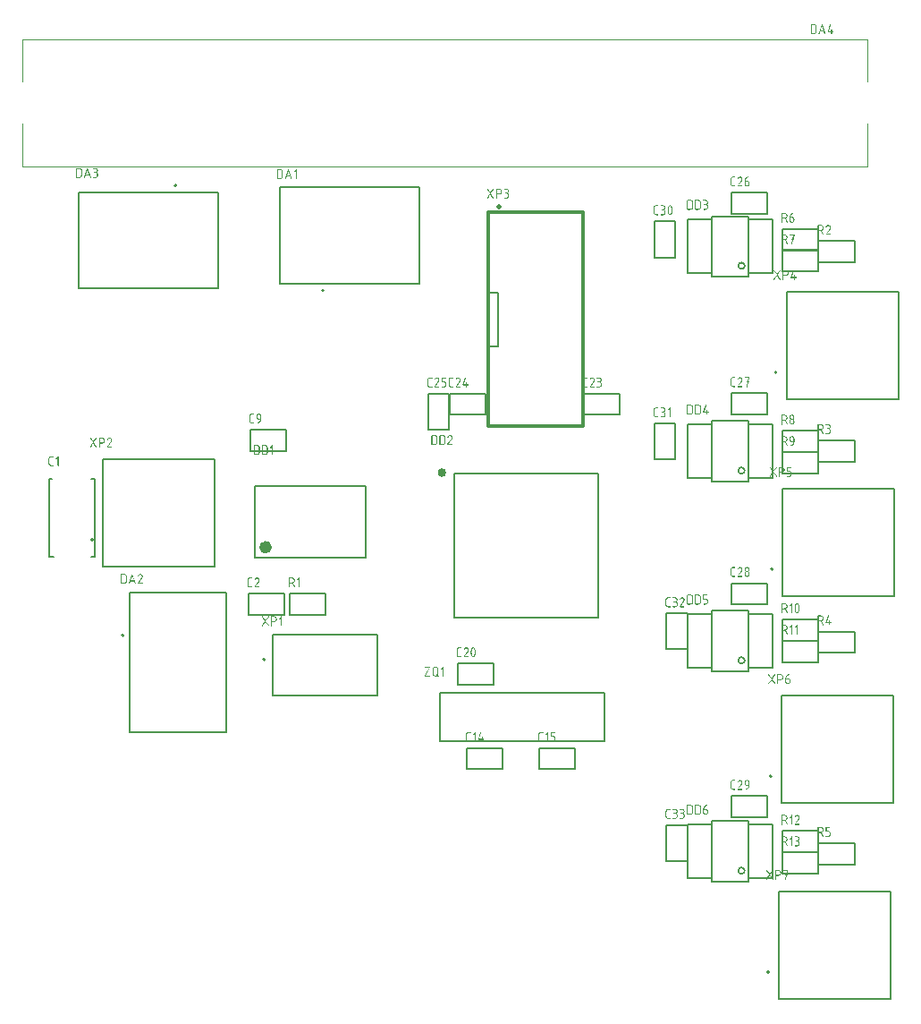
<source format=gto>
G04*
G04 #@! TF.GenerationSoftware,Altium Limited,Altium Designer,23.11.1 (41)*
G04*
G04 Layer_Color=65535*
%FSLAX43Y43*%
%MOMM*%
G71*
G04*
G04 #@! TF.SameCoordinates,5C86F8B5-C48D-4B9D-AEF1-1A40F40C4F51*
G04*
G04*
G04 #@! TF.FilePolarity,Positive*
G04*
G01*
G75*
%ADD10C,0.200*%
%ADD11C,0.150*%
%ADD12C,0.400*%
%ADD13C,0.600*%
%ADD14C,0.500*%
%ADD15C,0.127*%
%ADD16C,0.100*%
%ADD17C,0.300*%
G36*
X22048Y47657D02*
X22056D01*
X22064Y47655D01*
X22074Y47655D01*
X22085Y47652D01*
X22097Y47650D01*
X22110Y47645D01*
X22123Y47641D01*
X22138Y47635D01*
X22152Y47629D01*
X22166Y47620D01*
X22180Y47611D01*
X22193Y47600D01*
X22207Y47588D01*
X22207Y47587D01*
X22210Y47585D01*
X22213Y47581D01*
X22217Y47575D01*
X22223Y47569D01*
X22229Y47561D01*
X22235Y47551D01*
X22242Y47541D01*
X22248Y47530D01*
X22254Y47516D01*
X22261Y47503D01*
X22266Y47488D01*
X22270Y47472D01*
X22273Y47456D01*
X22276Y47439D01*
X22277Y47420D01*
Y47420D01*
Y47417D01*
Y47414D01*
X22276Y47409D01*
X22275Y47403D01*
X22274Y47395D01*
X22273Y47387D01*
X22272Y47378D01*
X22266Y47358D01*
X22258Y47335D01*
X22253Y47323D01*
X22247Y47310D01*
X22241Y47297D01*
X22233Y47285D01*
X21935Y46806D01*
X22233D01*
X22237Y46805D01*
X22244Y46803D01*
X22253Y46800D01*
X22262Y46794D01*
X22266Y46791D01*
X22269Y46786D01*
X22272Y46780D01*
X22275Y46774D01*
X22276Y46766D01*
X22277Y46758D01*
Y46757D01*
Y46756D01*
Y46754D01*
X22276Y46751D01*
X22274Y46743D01*
X22271Y46735D01*
X22265Y46726D01*
X22262Y46721D01*
X22257Y46718D01*
X22251Y46715D01*
X22245Y46712D01*
X22237Y46711D01*
X22229Y46711D01*
X21846D01*
X21843Y46711D01*
X21835Y46713D01*
X21827Y46716D01*
X21818Y46722D01*
X21810Y46731D01*
X21807Y46736D01*
X21804Y46742D01*
X21803Y46749D01*
X21803Y46757D01*
Y46758D01*
Y46760D01*
X21803Y46763D01*
Y46766D01*
X21806Y46776D01*
X21811Y46785D01*
X22158Y47342D01*
Y47343D01*
X22159Y47344D01*
X22162Y47349D01*
X22166Y47356D01*
X22170Y47366D01*
X22174Y47378D01*
X22178Y47391D01*
X22181Y47405D01*
X22182Y47420D01*
Y47421D01*
Y47423D01*
Y47426D01*
X22181Y47430D01*
Y47435D01*
X22179Y47441D01*
X22177Y47455D01*
X22172Y47471D01*
X22164Y47488D01*
X22159Y47496D01*
X22154Y47505D01*
X22147Y47513D01*
X22140Y47521D01*
X22139Y47522D01*
X22138Y47523D01*
X22136Y47525D01*
X22132Y47528D01*
X22128Y47531D01*
X22123Y47535D01*
X22112Y47542D01*
X22098Y47550D01*
X22080Y47556D01*
X22061Y47561D01*
X22050Y47562D01*
X22039Y47563D01*
X22036D01*
X22032Y47562D01*
X22026Y47561D01*
X22018Y47560D01*
X22010Y47556D01*
X22001Y47553D01*
X21991Y47548D01*
X21979Y47542D01*
X21968Y47534D01*
X21956Y47525D01*
X21943Y47513D01*
X21930Y47499D01*
X21917Y47483D01*
X21904Y47465D01*
X21891Y47444D01*
X21890Y47443D01*
X21888Y47440D01*
X21885Y47436D01*
X21881Y47432D01*
X21875Y47428D01*
X21868Y47424D01*
X21860Y47421D01*
X21850Y47420D01*
X21846D01*
X21843Y47421D01*
X21835Y47423D01*
X21827Y47426D01*
X21818Y47432D01*
X21813Y47436D01*
X21810Y47440D01*
X21807Y47446D01*
X21804Y47452D01*
X21803Y47460D01*
X21803Y47468D01*
Y47469D01*
Y47470D01*
X21803Y47475D01*
X21804Y47480D01*
X21807Y47487D01*
Y47488D01*
X21808Y47489D01*
X21809Y47491D01*
X21811Y47495D01*
X21816Y47503D01*
X21823Y47514D01*
X21832Y47527D01*
X21843Y47541D01*
X21855Y47556D01*
X21869Y47573D01*
X21885Y47589D01*
X21903Y47604D01*
X21922Y47618D01*
X21942Y47631D01*
X21964Y47642D01*
X21988Y47650D01*
X22000Y47654D01*
X22013Y47656D01*
X22026Y47657D01*
X22039Y47658D01*
X22043D01*
X22048Y47657D01*
D02*
G37*
G36*
X21288D02*
X21294Y47656D01*
X21300Y47654D01*
X21309Y47649D01*
X21316Y47642D01*
X21323Y47634D01*
X21326Y47628D01*
X21329Y47621D01*
X21611Y46772D01*
X21612Y46771D01*
X21613Y46768D01*
X21613Y46763D01*
Y46757D01*
Y46756D01*
Y46756D01*
X21613Y46750D01*
X21611Y46742D01*
X21608Y46734D01*
X21602Y46726D01*
X21598Y46721D01*
X21593Y46718D01*
X21588Y46715D01*
X21582Y46712D01*
X21574Y46711D01*
X21566Y46711D01*
X21564D01*
X21560Y46711D01*
X21554Y46712D01*
X21548Y46715D01*
X21540Y46718D01*
X21533Y46724D01*
X21526Y46731D01*
X21521Y46742D01*
X21453Y46947D01*
X21111D01*
X21043Y46742D01*
X21042Y46741D01*
X21040Y46737D01*
X21038Y46732D01*
X21033Y46726D01*
X21027Y46721D01*
X21019Y46716D01*
X21009Y46712D01*
X20998Y46711D01*
X20994D01*
X20990Y46711D01*
X20983Y46713D01*
X20974Y46716D01*
X20965Y46722D01*
X20958Y46731D01*
X20954Y46736D01*
X20952Y46742D01*
X20951Y46749D01*
X20950Y46757D01*
Y46758D01*
Y46759D01*
Y46762D01*
X20951Y46767D01*
X20953Y46772D01*
X21234Y47620D01*
Y47620D01*
X21235Y47621D01*
X21237Y47625D01*
X21240Y47632D01*
X21245Y47639D01*
X21252Y47645D01*
X21260Y47652D01*
X21270Y47656D01*
X21276Y47658D01*
X21284D01*
X21288Y47657D01*
D02*
G37*
G36*
X20534D02*
X20540D01*
X20549Y47655D01*
X20559Y47655D01*
X20570Y47652D01*
X20582Y47650D01*
X20595Y47645D01*
X20609Y47641D01*
X20623Y47635D01*
X20637Y47629D01*
X20651Y47621D01*
X20665Y47611D01*
X20679Y47601D01*
X20692Y47589D01*
X20693Y47588D01*
X20695Y47585D01*
X20699Y47582D01*
X20703Y47576D01*
X20708Y47570D01*
X20714Y47562D01*
X20720Y47553D01*
X20727Y47542D01*
X20733Y47530D01*
X20740Y47518D01*
X20745Y47504D01*
X20750Y47489D01*
X20755Y47473D01*
X20758Y47456D01*
X20760Y47439D01*
X20761Y47420D01*
Y46947D01*
Y46946D01*
Y46943D01*
X20760Y46938D01*
Y46931D01*
X20759Y46922D01*
X20758Y46912D01*
X20755Y46901D01*
X20753Y46890D01*
X20749Y46876D01*
X20745Y46863D01*
X20739Y46849D01*
X20732Y46835D01*
X20724Y46821D01*
X20715Y46806D01*
X20704Y46793D01*
X20691Y46780D01*
X20690Y46779D01*
X20688Y46776D01*
X20685Y46773D01*
X20679Y46769D01*
X20672Y46764D01*
X20665Y46758D01*
X20655Y46751D01*
X20645Y46746D01*
X20633Y46739D01*
X20620Y46732D01*
X20606Y46726D01*
X20591Y46721D01*
X20575Y46717D01*
X20560Y46714D01*
X20542Y46711D01*
X20524Y46711D01*
X20238D01*
X20232Y46711D01*
X20225Y46713D01*
X20216Y46716D01*
X20208Y46722D01*
X20201Y46731D01*
X20197Y46736D01*
X20195Y46742D01*
X20194Y46749D01*
X20193Y46757D01*
Y47610D01*
Y47611D01*
Y47612D01*
Y47615D01*
X20194Y47618D01*
X20195Y47625D01*
X20199Y47635D01*
X20205Y47643D01*
X20213Y47650D01*
X20218Y47654D01*
X20225Y47656D01*
X20231Y47657D01*
X20240Y47658D01*
X20528D01*
X20534Y47657D01*
D02*
G37*
G36*
X87365Y99673D02*
X87372Y99671D01*
X87381Y99668D01*
X87390Y99662D01*
X87394Y99659D01*
X87397Y99654D01*
X87401Y99648D01*
X87403Y99642D01*
X87404Y99634D01*
X87405Y99626D01*
Y99625D01*
Y99622D01*
X87404Y99617D01*
X87402Y99612D01*
X87230Y99010D01*
X87452D01*
Y99152D01*
Y99153D01*
Y99154D01*
Y99156D01*
X87453Y99160D01*
X87455Y99167D01*
X87458Y99176D01*
X87464Y99185D01*
X87468Y99189D01*
X87472Y99192D01*
X87478Y99195D01*
X87484Y99198D01*
X87491Y99199D01*
X87500Y99200D01*
X87504D01*
X87507Y99199D01*
X87515Y99197D01*
X87524Y99194D01*
X87532Y99188D01*
X87536Y99185D01*
X87540Y99180D01*
X87543Y99174D01*
X87546Y99168D01*
X87546Y99160D01*
X87547Y99152D01*
Y99010D01*
X87646D01*
X87649Y99010D01*
X87656Y99008D01*
X87666Y99005D01*
X87674Y98999D01*
X87678Y98995D01*
X87681Y98990D01*
X87685Y98985D01*
X87687Y98979D01*
X87688Y98971D01*
X87689Y98963D01*
Y98962D01*
Y98961D01*
Y98959D01*
X87688Y98955D01*
X87686Y98948D01*
X87683Y98940D01*
X87677Y98930D01*
X87674Y98926D01*
X87669Y98923D01*
X87663Y98920D01*
X87657Y98917D01*
X87650Y98916D01*
X87641Y98915D01*
X87547D01*
Y98773D01*
Y98772D01*
Y98771D01*
X87546Y98766D01*
X87545Y98758D01*
X87541Y98750D01*
X87536Y98741D01*
X87532Y98737D01*
X87527Y98734D01*
X87521Y98731D01*
X87516Y98728D01*
X87508Y98727D01*
X87500Y98726D01*
X87496D01*
X87492Y98727D01*
X87485Y98729D01*
X87476Y98732D01*
X87467Y98738D01*
X87460Y98746D01*
X87456Y98751D01*
X87454Y98758D01*
X87453Y98765D01*
X87452Y98773D01*
Y98915D01*
X87166D01*
X87160Y98916D01*
X87152Y98918D01*
X87144Y98921D01*
X87136Y98927D01*
X87128Y98935D01*
X87125Y98940D01*
X87122Y98947D01*
X87122Y98954D01*
X87121Y98962D01*
Y98964D01*
Y98967D01*
Y98971D01*
X87122Y98975D01*
X87311Y99639D01*
X87312Y99640D01*
X87314Y99644D01*
X87316Y99649D01*
X87321Y99656D01*
X87327Y99663D01*
X87335Y99668D01*
X87345Y99672D01*
X87357Y99674D01*
X87361D01*
X87365Y99673D01*
D02*
G37*
G36*
X86606D02*
X86612Y99672D01*
X86618Y99669D01*
X86627Y99664D01*
X86634Y99658D01*
X86641Y99649D01*
X86644Y99644D01*
X86647Y99637D01*
X86929Y98788D01*
X86930Y98787D01*
X86931Y98784D01*
X86932Y98779D01*
Y98773D01*
Y98772D01*
Y98771D01*
X86931Y98766D01*
X86929Y98758D01*
X86926Y98750D01*
X86920Y98741D01*
X86917Y98737D01*
X86912Y98734D01*
X86906Y98731D01*
X86900Y98728D01*
X86892Y98727D01*
X86884Y98726D01*
X86882D01*
X86878Y98727D01*
X86872Y98728D01*
X86866Y98731D01*
X86858Y98734D01*
X86851Y98740D01*
X86844Y98747D01*
X86839Y98758D01*
X86771Y98963D01*
X86429D01*
X86361Y98758D01*
X86360Y98756D01*
X86358Y98753D01*
X86356Y98748D01*
X86351Y98742D01*
X86345Y98736D01*
X86338Y98731D01*
X86328Y98728D01*
X86316Y98726D01*
X86312D01*
X86308Y98727D01*
X86301Y98729D01*
X86293Y98732D01*
X86283Y98738D01*
X86276Y98746D01*
X86273Y98751D01*
X86270Y98758D01*
X86269Y98765D01*
X86268Y98773D01*
Y98774D01*
Y98775D01*
Y98778D01*
X86269Y98783D01*
X86271Y98788D01*
X86553Y99635D01*
Y99636D01*
X86553Y99637D01*
X86555Y99641D01*
X86558Y99648D01*
X86563Y99654D01*
X86570Y99661D01*
X86578Y99668D01*
X86588Y99672D01*
X86594Y99674D01*
X86602D01*
X86606Y99673D01*
D02*
G37*
G36*
X85852D02*
X85859D01*
X85867Y99671D01*
X85877Y99670D01*
X85889Y99668D01*
X85900Y99665D01*
X85914Y99661D01*
X85927Y99657D01*
X85941Y99651D01*
X85955Y99644D01*
X85969Y99637D01*
X85983Y99627D01*
X85997Y99617D01*
X86010Y99604D01*
X86011Y99604D01*
X86013Y99601D01*
X86017Y99598D01*
X86021Y99592D01*
X86026Y99585D01*
X86032Y99578D01*
X86038Y99569D01*
X86045Y99558D01*
X86051Y99546D01*
X86058Y99534D01*
X86063Y99520D01*
X86068Y99505D01*
X86073Y99489D01*
X86076Y99472D01*
X86078Y99455D01*
X86079Y99436D01*
Y98963D01*
Y98962D01*
Y98959D01*
X86078Y98954D01*
Y98946D01*
X86077Y98938D01*
X86076Y98928D01*
X86073Y98917D01*
X86071Y98905D01*
X86067Y98892D01*
X86063Y98879D01*
X86057Y98865D01*
X86050Y98851D01*
X86042Y98836D01*
X86033Y98822D01*
X86022Y98809D01*
X86009Y98796D01*
X86008Y98795D01*
X86006Y98792D01*
X86003Y98789D01*
X85997Y98785D01*
X85990Y98780D01*
X85983Y98774D01*
X85973Y98767D01*
X85963Y98761D01*
X85951Y98755D01*
X85938Y98748D01*
X85924Y98742D01*
X85909Y98737D01*
X85894Y98733D01*
X85878Y98730D01*
X85860Y98727D01*
X85842Y98726D01*
X85556D01*
X85550Y98727D01*
X85543Y98729D01*
X85534Y98732D01*
X85526Y98738D01*
X85519Y98746D01*
X85515Y98751D01*
X85513Y98758D01*
X85512Y98765D01*
X85511Y98773D01*
Y99626D01*
Y99627D01*
Y99628D01*
Y99630D01*
X85512Y99634D01*
X85514Y99641D01*
X85517Y99650D01*
X85523Y99659D01*
X85531Y99666D01*
X85536Y99669D01*
X85543Y99672D01*
X85549Y99673D01*
X85558Y99674D01*
X85846D01*
X85852Y99673D01*
D02*
G37*
G36*
X81928Y19666D02*
X81935Y19665D01*
X81944Y19661D01*
X81953Y19655D01*
X81957Y19652D01*
X81960Y19647D01*
X81964Y19641D01*
X81966Y19635D01*
X81967Y19628D01*
X81968Y19620D01*
Y19619D01*
Y19617D01*
Y19615D01*
X81967Y19610D01*
X81964Y19602D01*
X81960Y19593D01*
X81694Y19193D01*
X81960Y18793D01*
Y18792D01*
X81961Y18791D01*
X81963Y18789D01*
X81964Y18786D01*
X81967Y18777D01*
X81968Y18766D01*
Y18766D01*
Y18765D01*
X81967Y18759D01*
X81965Y18751D01*
X81962Y18743D01*
X81956Y18735D01*
X81953Y18731D01*
X81948Y18727D01*
X81942Y18724D01*
X81936Y18721D01*
X81929Y18721D01*
X81920Y18720D01*
X81916D01*
X81911Y18721D01*
X81906Y18722D01*
X81899Y18725D01*
X81893Y18728D01*
X81887Y18733D01*
X81881Y18740D01*
X81636Y19108D01*
X81391Y18740D01*
X81390Y18739D01*
X81389Y18736D01*
X81385Y18733D01*
X81381Y18730D01*
X81376Y18726D01*
X81369Y18723D01*
X81361Y18721D01*
X81352Y18720D01*
X81348D01*
X81345Y18721D01*
X81337Y18722D01*
X81329Y18726D01*
X81320Y18731D01*
X81312Y18740D01*
X81309Y18745D01*
X81306Y18751D01*
X81305Y18758D01*
X81305Y18766D01*
Y18767D01*
Y18769D01*
X81305Y18771D01*
Y18776D01*
X81308Y18784D01*
X81313Y18793D01*
X81579Y19193D01*
X81313Y19593D01*
Y19594D01*
X81311Y19595D01*
X81310Y19597D01*
X81309Y19600D01*
X81306Y19609D01*
X81305Y19620D01*
Y19620D01*
Y19621D01*
Y19624D01*
X81305Y19627D01*
X81307Y19635D01*
X81310Y19644D01*
X81316Y19652D01*
X81320Y19656D01*
X81325Y19660D01*
X81330Y19663D01*
X81336Y19665D01*
X81344Y19666D01*
X81352Y19667D01*
X81356D01*
X81361Y19666D01*
X81367Y19665D01*
X81373Y19662D01*
X81380Y19658D01*
X81385Y19653D01*
X81391Y19646D01*
X81636Y19279D01*
X81881Y19646D01*
X81882Y19647D01*
X81884Y19650D01*
X81887Y19653D01*
X81891Y19657D01*
X81897Y19660D01*
X81904Y19664D01*
X81911Y19666D01*
X81920Y19667D01*
X81924D01*
X81928Y19666D01*
D02*
G37*
G36*
X83349D02*
X83357Y19665D01*
X83365Y19661D01*
X83374Y19655D01*
X83382Y19647D01*
X83384Y19642D01*
X83387Y19636D01*
X83388Y19629D01*
X83389Y19620D01*
Y19620D01*
Y19618D01*
X83388Y19614D01*
X83387Y19610D01*
X83306Y19240D01*
X83346D01*
X83349Y19240D01*
X83357Y19238D01*
X83366Y19235D01*
X83374Y19229D01*
X83378Y19226D01*
X83382Y19221D01*
X83385Y19215D01*
X83387Y19209D01*
X83388Y19201D01*
X83389Y19193D01*
Y19192D01*
Y19191D01*
Y19189D01*
X83388Y19186D01*
X83387Y19178D01*
X83383Y19170D01*
X83377Y19161D01*
X83374Y19156D01*
X83369Y19153D01*
X83363Y19150D01*
X83357Y19147D01*
X83350Y19146D01*
X83342Y19146D01*
X83284D01*
X83197Y18756D01*
Y18755D01*
X83196Y18751D01*
X83193Y18745D01*
X83189Y18738D01*
X83182Y18731D01*
X83175Y18726D01*
X83165Y18721D01*
X83159Y18721D01*
X83152Y18720D01*
X83148D01*
X83145Y18721D01*
X83137Y18722D01*
X83129Y18726D01*
X83120Y18731D01*
X83112Y18740D01*
X83109Y18745D01*
X83107Y18751D01*
X83106Y18758D01*
X83105Y18766D01*
Y18768D01*
Y18771D01*
Y18774D01*
X83106Y18777D01*
X83187Y19146D01*
X83150D01*
X83144Y19146D01*
X83137Y19148D01*
X83128Y19151D01*
X83120Y19157D01*
X83116Y19161D01*
X83112Y19166D01*
X83109Y19171D01*
X83107Y19177D01*
X83106Y19185D01*
X83105Y19193D01*
Y19194D01*
Y19195D01*
Y19197D01*
X83106Y19201D01*
X83107Y19208D01*
X83111Y19217D01*
X83117Y19226D01*
X83125Y19233D01*
X83130Y19236D01*
X83137Y19239D01*
X83143Y19240D01*
X83152Y19240D01*
X83208D01*
X83282Y19572D01*
X82958D01*
X82955Y19573D01*
X82947Y19575D01*
X82939Y19578D01*
X82930Y19584D01*
X82926Y19588D01*
X82922Y19592D01*
X82919Y19598D01*
X82917Y19604D01*
X82916Y19611D01*
X82915Y19620D01*
Y19620D01*
Y19621D01*
Y19624D01*
X82916Y19627D01*
X82917Y19635D01*
X82921Y19644D01*
X82927Y19652D01*
X82931Y19656D01*
X82935Y19660D01*
X82941Y19663D01*
X82947Y19665D01*
X82954Y19666D01*
X82962Y19667D01*
X83343D01*
X83349Y19666D01*
D02*
G37*
G36*
X82453D02*
X82462Y19665D01*
X82472Y19665D01*
X82483Y19663D01*
X82497Y19660D01*
X82511Y19657D01*
X82527Y19652D01*
X82543Y19647D01*
X82559Y19640D01*
X82577Y19632D01*
X82593Y19622D01*
X82610Y19611D01*
X82627Y19599D01*
X82643Y19584D01*
X82643Y19583D01*
X82646Y19580D01*
X82650Y19575D01*
X82656Y19569D01*
X82662Y19561D01*
X82669Y19551D01*
X82677Y19540D01*
X82684Y19528D01*
X82692Y19514D01*
X82699Y19499D01*
X82707Y19482D01*
X82713Y19465D01*
X82718Y19445D01*
X82723Y19425D01*
X82725Y19405D01*
X82726Y19383D01*
Y19381D01*
Y19377D01*
X82725Y19370D01*
Y19362D01*
X82723Y19351D01*
X82722Y19339D01*
X82719Y19325D01*
X82716Y19310D01*
X82712Y19294D01*
X82707Y19277D01*
X82700Y19260D01*
X82693Y19243D01*
X82683Y19226D01*
X82673Y19209D01*
X82661Y19192D01*
X82647Y19177D01*
X82646Y19176D01*
X82643Y19174D01*
X82638Y19170D01*
X82633Y19165D01*
X82624Y19159D01*
X82615Y19152D01*
X82604Y19146D01*
X82592Y19138D01*
X82578Y19131D01*
X82562Y19124D01*
X82545Y19117D01*
X82527Y19111D01*
X82508Y19106D01*
X82487Y19102D01*
X82465Y19100D01*
X82442Y19099D01*
X82253D01*
Y18766D01*
Y18766D01*
Y18765D01*
X82252Y18759D01*
X82250Y18751D01*
X82247Y18743D01*
X82241Y18735D01*
X82238Y18731D01*
X82233Y18727D01*
X82227Y18724D01*
X82221Y18721D01*
X82214Y18721D01*
X82205Y18720D01*
X82201D01*
X82198Y18721D01*
X82190Y18722D01*
X82182Y18726D01*
X82173Y18731D01*
X82165Y18740D01*
X82162Y18745D01*
X82159Y18751D01*
X82159Y18758D01*
X82158Y18766D01*
Y19620D01*
Y19620D01*
Y19621D01*
Y19624D01*
X82159Y19627D01*
X82160Y19635D01*
X82164Y19644D01*
X82169Y19652D01*
X82178Y19660D01*
X82183Y19663D01*
X82189Y19665D01*
X82196Y19666D01*
X82204Y19667D01*
X82447D01*
X82453Y19666D01*
D02*
G37*
G36*
X82258Y57792D02*
X82265Y57790D01*
X82275Y57787D01*
X82283Y57781D01*
X82287Y57777D01*
X82290Y57772D01*
X82294Y57767D01*
X82296Y57761D01*
X82297Y57753D01*
X82298Y57745D01*
Y57744D01*
Y57742D01*
Y57740D01*
X82297Y57736D01*
X82295Y57727D01*
X82290Y57718D01*
X82024Y57318D01*
X82290Y56919D01*
Y56918D01*
X82291Y56917D01*
X82293Y56914D01*
X82295Y56911D01*
X82297Y56903D01*
X82298Y56892D01*
Y56891D01*
Y56890D01*
X82297Y56884D01*
X82295Y56877D01*
X82292Y56869D01*
X82286Y56860D01*
X82283Y56856D01*
X82278Y56853D01*
X82272Y56849D01*
X82266Y56847D01*
X82259Y56846D01*
X82250Y56845D01*
X82246D01*
X82241Y56846D01*
X82236Y56848D01*
X82230Y56850D01*
X82223Y56854D01*
X82217Y56859D01*
X82211Y56865D01*
X81966Y57233D01*
X81721Y56865D01*
X81721Y56864D01*
X81719Y56862D01*
X81716Y56859D01*
X81711Y56855D01*
X81706Y56852D01*
X81699Y56849D01*
X81691Y56846D01*
X81682Y56845D01*
X81678D01*
X81675Y56846D01*
X81667Y56848D01*
X81659Y56851D01*
X81650Y56857D01*
X81642Y56865D01*
X81639Y56870D01*
X81636Y56877D01*
X81636Y56884D01*
X81635Y56892D01*
Y56893D01*
Y56894D01*
X81636Y56897D01*
Y56901D01*
X81638Y56909D01*
X81643Y56919D01*
X81909Y57318D01*
X81643Y57718D01*
Y57719D01*
X81641Y57721D01*
X81641Y57722D01*
X81639Y57726D01*
X81636Y57734D01*
X81635Y57745D01*
Y57746D01*
Y57747D01*
Y57749D01*
X81636Y57752D01*
X81637Y57760D01*
X81641Y57769D01*
X81646Y57777D01*
X81651Y57782D01*
X81655Y57785D01*
X81661Y57788D01*
X81666Y57791D01*
X81674Y57792D01*
X81682Y57792D01*
X81686D01*
X81691Y57792D01*
X81697Y57790D01*
X81703Y57787D01*
X81710Y57783D01*
X81716Y57778D01*
X81721Y57772D01*
X81966Y57404D01*
X82211Y57772D01*
X82212Y57772D01*
X82214Y57775D01*
X82217Y57778D01*
X82221Y57782D01*
X82227Y57786D01*
X82234Y57789D01*
X82241Y57792D01*
X82250Y57792D01*
X82255D01*
X82258Y57792D01*
D02*
G37*
G36*
X83632D02*
X83639Y57790D01*
X83648Y57787D01*
X83656Y57781D01*
X83660Y57777D01*
X83663Y57772D01*
X83667Y57767D01*
X83669Y57761D01*
X83670Y57753D01*
X83671Y57745D01*
Y57744D01*
Y57743D01*
Y57741D01*
X83670Y57737D01*
X83668Y57730D01*
X83665Y57722D01*
X83659Y57712D01*
X83651Y57705D01*
X83646Y57702D01*
X83640Y57699D01*
X83633Y57698D01*
X83624Y57697D01*
X83341D01*
Y57413D01*
X83487D01*
X83492Y57413D01*
X83499D01*
X83508Y57411D01*
X83518Y57410D01*
X83528Y57408D01*
X83540Y57405D01*
X83553Y57401D01*
X83567Y57397D01*
X83581Y57391D01*
X83595Y57384D01*
X83609Y57376D01*
X83623Y57367D01*
X83637Y57356D01*
X83650Y57343D01*
X83651Y57343D01*
X83653Y57340D01*
X83657Y57337D01*
X83661Y57331D01*
X83666Y57324D01*
X83672Y57316D01*
X83678Y57307D01*
X83685Y57296D01*
X83691Y57284D01*
X83698Y57272D01*
X83703Y57258D01*
X83708Y57243D01*
X83713Y57228D01*
X83716Y57211D01*
X83718Y57194D01*
X83719Y57176D01*
Y57082D01*
Y57081D01*
Y57078D01*
X83718Y57073D01*
Y57065D01*
X83717Y57057D01*
X83716Y57047D01*
X83713Y57036D01*
X83711Y57024D01*
X83707Y57011D01*
X83703Y56998D01*
X83697Y56984D01*
X83690Y56969D01*
X83682Y56955D01*
X83673Y56941D01*
X83662Y56928D01*
X83649Y56914D01*
X83648Y56914D01*
X83646Y56911D01*
X83643Y56908D01*
X83637Y56904D01*
X83630Y56899D01*
X83623Y56893D01*
X83613Y56886D01*
X83603Y56880D01*
X83591Y56874D01*
X83578Y56867D01*
X83564Y56861D01*
X83550Y56856D01*
X83534Y56852D01*
X83518Y56849D01*
X83501Y56846D01*
X83483Y56845D01*
X83291D01*
X83285Y56846D01*
X83278Y56848D01*
X83269Y56851D01*
X83261Y56857D01*
X83257Y56861D01*
X83254Y56865D01*
X83250Y56871D01*
X83248Y56877D01*
X83247Y56884D01*
X83246Y56893D01*
Y56894D01*
Y56894D01*
Y56897D01*
X83247Y56900D01*
X83249Y56908D01*
X83252Y56917D01*
X83258Y56925D01*
X83266Y56933D01*
X83271Y56936D01*
X83278Y56939D01*
X83284Y56939D01*
X83293Y56940D01*
X83488D01*
X83492Y56941D01*
X83497Y56942D01*
X83503Y56943D01*
X83517Y56945D01*
X83533Y56950D01*
X83549Y56958D01*
X83558Y56962D01*
X83567Y56968D01*
X83575Y56973D01*
X83583Y56981D01*
X83583Y56982D01*
X83584Y56983D01*
X83587Y56985D01*
X83589Y56988D01*
X83596Y56997D01*
X83603Y57009D01*
X83611Y57023D01*
X83618Y57041D01*
X83623Y57060D01*
X83623Y57071D01*
X83624Y57082D01*
Y57176D01*
Y57177D01*
Y57178D01*
Y57182D01*
X83623Y57186D01*
Y57191D01*
X83622Y57197D01*
X83619Y57211D01*
X83614Y57227D01*
X83607Y57243D01*
X83602Y57252D01*
X83597Y57260D01*
X83590Y57268D01*
X83583Y57277D01*
X83582Y57278D01*
X83581Y57278D01*
X83578Y57281D01*
X83575Y57283D01*
X83571Y57287D01*
X83566Y57290D01*
X83554Y57298D01*
X83540Y57305D01*
X83523Y57312D01*
X83503Y57317D01*
X83493Y57318D01*
X83482Y57318D01*
X83291D01*
X83285Y57319D01*
X83278Y57321D01*
X83269Y57324D01*
X83261Y57330D01*
X83254Y57338D01*
X83250Y57343D01*
X83248Y57350D01*
X83247Y57357D01*
X83246Y57365D01*
Y57745D01*
Y57746D01*
Y57747D01*
Y57749D01*
X83247Y57752D01*
X83249Y57760D01*
X83252Y57769D01*
X83258Y57777D01*
X83266Y57785D01*
X83271Y57788D01*
X83278Y57791D01*
X83284Y57792D01*
X83293Y57792D01*
X83626D01*
X83632Y57792D01*
D02*
G37*
G36*
X82784D02*
X82792Y57791D01*
X82802Y57790D01*
X82814Y57788D01*
X82827Y57786D01*
X82841Y57782D01*
X82857Y57777D01*
X82873Y57772D01*
X82889Y57766D01*
X82907Y57757D01*
X82924Y57747D01*
X82940Y57737D01*
X82957Y57724D01*
X82973Y57709D01*
X82974Y57708D01*
X82976Y57706D01*
X82980Y57701D01*
X82986Y57694D01*
X82992Y57687D01*
X82999Y57677D01*
X83007Y57666D01*
X83014Y57653D01*
X83022Y57639D01*
X83029Y57624D01*
X83037Y57607D01*
X83043Y57590D01*
X83049Y57571D01*
X83053Y57551D01*
X83055Y57530D01*
X83056Y57508D01*
Y57507D01*
Y57503D01*
X83055Y57496D01*
Y57488D01*
X83054Y57477D01*
X83052Y57464D01*
X83049Y57450D01*
X83046Y57435D01*
X83042Y57419D01*
X83037Y57403D01*
X83030Y57385D01*
X83023Y57368D01*
X83014Y57351D01*
X83003Y57334D01*
X82991Y57318D01*
X82977Y57303D01*
X82976Y57302D01*
X82974Y57299D01*
X82969Y57295D01*
X82963Y57290D01*
X82954Y57284D01*
X82945Y57278D01*
X82934Y57271D01*
X82922Y57263D01*
X82908Y57256D01*
X82892Y57249D01*
X82875Y57243D01*
X82857Y57237D01*
X82838Y57232D01*
X82817Y57228D01*
X82795Y57225D01*
X82772Y57224D01*
X82583D01*
Y56892D01*
Y56891D01*
Y56890D01*
X82582Y56884D01*
X82580Y56877D01*
X82577Y56869D01*
X82571Y56860D01*
X82568Y56856D01*
X82563Y56853D01*
X82557Y56849D01*
X82551Y56847D01*
X82544Y56846D01*
X82535Y56845D01*
X82531D01*
X82528Y56846D01*
X82520Y56848D01*
X82512Y56851D01*
X82503Y56857D01*
X82495Y56865D01*
X82492Y56870D01*
X82490Y56877D01*
X82489Y56884D01*
X82488Y56892D01*
Y57745D01*
Y57746D01*
Y57747D01*
Y57749D01*
X82489Y57752D01*
X82490Y57760D01*
X82494Y57769D01*
X82500Y57777D01*
X82508Y57785D01*
X82513Y57788D01*
X82520Y57791D01*
X82526Y57792D01*
X82535Y57792D01*
X82777D01*
X82784Y57792D01*
D02*
G37*
G36*
X75572Y63659D02*
X75579Y63657D01*
X75589Y63654D01*
X75597Y63648D01*
X75601Y63645D01*
X75604Y63640D01*
X75608Y63634D01*
X75610Y63628D01*
X75611Y63621D01*
X75612Y63612D01*
Y63612D01*
Y63608D01*
X75611Y63603D01*
X75609Y63598D01*
X75437Y62997D01*
X75659D01*
Y63138D01*
Y63139D01*
Y63140D01*
Y63142D01*
X75660Y63146D01*
X75662Y63153D01*
X75665Y63162D01*
X75671Y63171D01*
X75675Y63175D01*
X75679Y63178D01*
X75685Y63182D01*
X75691Y63184D01*
X75699Y63185D01*
X75707Y63186D01*
X75711D01*
X75714Y63185D01*
X75722Y63183D01*
X75731Y63180D01*
X75739Y63174D01*
X75744Y63171D01*
X75747Y63166D01*
X75750Y63160D01*
X75753Y63154D01*
X75754Y63147D01*
X75754Y63138D01*
Y62997D01*
X75853D01*
X75856Y62996D01*
X75864Y62994D01*
X75873Y62991D01*
X75881Y62985D01*
X75885Y62982D01*
X75889Y62977D01*
X75892Y62971D01*
X75894Y62965D01*
X75895Y62958D01*
X75896Y62949D01*
Y62948D01*
Y62948D01*
Y62945D01*
X75895Y62942D01*
X75894Y62934D01*
X75890Y62926D01*
X75884Y62917D01*
X75881Y62913D01*
X75876Y62909D01*
X75870Y62906D01*
X75864Y62903D01*
X75857Y62903D01*
X75849Y62902D01*
X75754D01*
Y62759D01*
Y62758D01*
Y62758D01*
X75754Y62752D01*
X75752Y62744D01*
X75749Y62736D01*
X75743Y62728D01*
X75739Y62723D01*
X75734Y62720D01*
X75729Y62717D01*
X75723Y62714D01*
X75715Y62713D01*
X75707Y62713D01*
X75703D01*
X75699Y62713D01*
X75692Y62715D01*
X75684Y62718D01*
X75674Y62724D01*
X75667Y62733D01*
X75664Y62738D01*
X75661Y62744D01*
X75660Y62751D01*
X75659Y62759D01*
Y62902D01*
X75373D01*
X75367Y62903D01*
X75359Y62904D01*
X75351Y62908D01*
X75343Y62913D01*
X75335Y62922D01*
X75332Y62927D01*
X75330Y62933D01*
X75329Y62940D01*
X75328Y62948D01*
Y62950D01*
Y62953D01*
Y62958D01*
X75329Y62962D01*
X75519Y63625D01*
X75519Y63627D01*
X75521Y63631D01*
X75524Y63636D01*
X75528Y63642D01*
X75534Y63649D01*
X75542Y63654D01*
X75552Y63658D01*
X75564Y63660D01*
X75569D01*
X75572Y63659D01*
D02*
G37*
G36*
X74911D02*
X74918D01*
X74926Y63657D01*
X74936Y63657D01*
X74948Y63654D01*
X74960Y63652D01*
X74973Y63647D01*
X74986Y63643D01*
X75000Y63637D01*
X75015Y63631D01*
X75029Y63623D01*
X75043Y63613D01*
X75056Y63603D01*
X75070Y63591D01*
X75070Y63590D01*
X75073Y63587D01*
X75076Y63584D01*
X75080Y63578D01*
X75085Y63572D01*
X75091Y63564D01*
X75098Y63555D01*
X75105Y63544D01*
X75110Y63532D01*
X75117Y63520D01*
X75123Y63506D01*
X75128Y63491D01*
X75132Y63475D01*
X75135Y63458D01*
X75138Y63441D01*
X75139Y63422D01*
Y62949D01*
Y62948D01*
Y62945D01*
X75138Y62940D01*
Y62933D01*
X75136Y62924D01*
X75135Y62914D01*
X75133Y62903D01*
X75130Y62892D01*
X75126Y62878D01*
X75122Y62865D01*
X75116Y62851D01*
X75110Y62837D01*
X75101Y62823D01*
X75092Y62808D01*
X75081Y62795D01*
X75069Y62782D01*
X75068Y62781D01*
X75065Y62778D01*
X75062Y62775D01*
X75056Y62771D01*
X75050Y62766D01*
X75042Y62760D01*
X75032Y62753D01*
X75022Y62748D01*
X75010Y62741D01*
X74997Y62734D01*
X74984Y62728D01*
X74969Y62723D01*
X74953Y62719D01*
X74937Y62716D01*
X74920Y62713D01*
X74901Y62713D01*
X74616D01*
X74610Y62713D01*
X74602Y62715D01*
X74594Y62718D01*
X74586Y62724D01*
X74578Y62733D01*
X74575Y62738D01*
X74572Y62744D01*
X74571Y62751D01*
X74571Y62759D01*
Y63612D01*
Y63613D01*
Y63614D01*
Y63617D01*
X74571Y63620D01*
X74573Y63627D01*
X74576Y63637D01*
X74582Y63645D01*
X74591Y63652D01*
X74596Y63656D01*
X74602Y63658D01*
X74609Y63659D01*
X74617Y63660D01*
X74905D01*
X74911Y63659D01*
D02*
G37*
G36*
X74153D02*
X74160D01*
X74168Y63657D01*
X74178Y63657D01*
X74190Y63654D01*
X74201Y63652D01*
X74215Y63647D01*
X74228Y63643D01*
X74242Y63637D01*
X74256Y63631D01*
X74271Y63623D01*
X74285Y63613D01*
X74298Y63603D01*
X74311Y63591D01*
X74312Y63590D01*
X74315Y63587D01*
X74318Y63584D01*
X74322Y63578D01*
X74327Y63572D01*
X74333Y63564D01*
X74340Y63555D01*
X74346Y63544D01*
X74352Y63532D01*
X74359Y63520D01*
X74365Y63506D01*
X74370Y63491D01*
X74374Y63475D01*
X74377Y63458D01*
X74380Y63441D01*
X74381Y63422D01*
Y62949D01*
Y62948D01*
Y62945D01*
X74380Y62940D01*
Y62933D01*
X74378Y62924D01*
X74377Y62914D01*
X74375Y62903D01*
X74372Y62892D01*
X74368Y62878D01*
X74364Y62865D01*
X74358Y62851D01*
X74351Y62837D01*
X74343Y62823D01*
X74334Y62808D01*
X74323Y62795D01*
X74311Y62782D01*
X74310Y62781D01*
X74307Y62778D01*
X74304Y62775D01*
X74298Y62771D01*
X74291Y62766D01*
X74284Y62760D01*
X74274Y62753D01*
X74264Y62748D01*
X74252Y62741D01*
X74239Y62734D01*
X74226Y62728D01*
X74211Y62723D01*
X74195Y62719D01*
X74179Y62716D01*
X74161Y62713D01*
X74143Y62713D01*
X73857D01*
X73852Y62713D01*
X73844Y62715D01*
X73836Y62718D01*
X73827Y62724D01*
X73820Y62733D01*
X73817Y62738D01*
X73814Y62744D01*
X73813Y62751D01*
X73812Y62759D01*
Y63612D01*
Y63613D01*
Y63614D01*
Y63617D01*
X73813Y63620D01*
X73815Y63627D01*
X73818Y63637D01*
X73824Y63645D01*
X73832Y63652D01*
X73837Y63656D01*
X73844Y63658D01*
X73851Y63659D01*
X73859Y63660D01*
X74147D01*
X74153Y63659D01*
D02*
G37*
G36*
X72208Y63405D02*
X72215Y63403D01*
X72224Y63400D01*
X72233Y63394D01*
X72237Y63391D01*
X72240Y63386D01*
X72244Y63380D01*
X72246Y63374D01*
X72247Y63367D01*
X72248Y63358D01*
Y62505D01*
Y62504D01*
Y62504D01*
X72247Y62498D01*
X72245Y62490D01*
X72242Y62482D01*
X72236Y62474D01*
X72233Y62469D01*
X72228Y62466D01*
X72222Y62463D01*
X72216Y62460D01*
X72209Y62459D01*
X72200Y62459D01*
X72196D01*
X72193Y62459D01*
X72185Y62461D01*
X72177Y62464D01*
X72168Y62470D01*
X72160Y62479D01*
X72157Y62484D01*
X72155Y62490D01*
X72154Y62497D01*
X72153Y62505D01*
Y63244D01*
X72044Y63135D01*
X72043Y63134D01*
X72041Y63133D01*
X72038Y63131D01*
X72035Y63128D01*
X72030Y63125D01*
X72024Y63123D01*
X72017Y63122D01*
X72010Y63121D01*
X72006D01*
X72003Y63122D01*
X71995Y63123D01*
X71987Y63127D01*
X71978Y63133D01*
X71974Y63137D01*
X71970Y63141D01*
X71967Y63147D01*
X71965Y63153D01*
X71964Y63160D01*
X71963Y63168D01*
Y63169D01*
Y63172D01*
X71964Y63175D01*
X71965Y63180D01*
X71966Y63185D01*
X71969Y63191D01*
X71972Y63197D01*
X71976Y63202D01*
X72162Y63387D01*
X72163Y63388D01*
X72165Y63390D01*
X72169Y63393D01*
X72174Y63397D01*
X72180Y63400D01*
X72186Y63403D01*
X72193Y63405D01*
X72200Y63406D01*
X72204D01*
X72208Y63405D01*
D02*
G37*
G36*
X71546D02*
X71553D01*
X71561Y63403D01*
X71571Y63403D01*
X71582Y63400D01*
X71594Y63398D01*
X71607Y63393D01*
X71620Y63389D01*
X71635Y63383D01*
X71649Y63377D01*
X71663Y63368D01*
X71677Y63359D01*
X71690Y63348D01*
X71704Y63336D01*
X71705Y63335D01*
X71707Y63333D01*
X71710Y63329D01*
X71715Y63323D01*
X71720Y63317D01*
X71726Y63308D01*
X71732Y63299D01*
X71739Y63288D01*
X71745Y63277D01*
X71751Y63264D01*
X71758Y63250D01*
X71763Y63236D01*
X71767Y63220D01*
X71770Y63203D01*
X71773Y63187D01*
X71774Y63168D01*
Y63167D01*
Y63163D01*
X71773Y63157D01*
X71772Y63149D01*
X71771Y63139D01*
X71769Y63128D01*
X71765Y63114D01*
X71762Y63101D01*
X71757Y63086D01*
X71750Y63071D01*
X71743Y63055D01*
X71734Y63039D01*
X71723Y63023D01*
X71710Y63008D01*
X71695Y62993D01*
X71679Y62979D01*
X71680Y62978D01*
X71683Y62976D01*
X71688Y62972D01*
X71694Y62966D01*
X71700Y62959D01*
X71709Y62950D01*
X71717Y62940D01*
X71726Y62928D01*
X71735Y62915D01*
X71744Y62901D01*
X71752Y62885D01*
X71759Y62868D01*
X71765Y62850D01*
X71770Y62831D01*
X71773Y62811D01*
X71774Y62789D01*
Y62695D01*
Y62694D01*
Y62691D01*
X71773Y62686D01*
Y62679D01*
X71771Y62670D01*
X71770Y62660D01*
X71768Y62649D01*
X71765Y62638D01*
X71761Y62624D01*
X71757Y62611D01*
X71751Y62597D01*
X71745Y62583D01*
X71736Y62569D01*
X71727Y62554D01*
X71716Y62541D01*
X71704Y62528D01*
X71703Y62527D01*
X71700Y62524D01*
X71697Y62521D01*
X71691Y62517D01*
X71685Y62512D01*
X71676Y62506D01*
X71667Y62499D01*
X71656Y62494D01*
X71645Y62487D01*
X71632Y62480D01*
X71618Y62474D01*
X71604Y62469D01*
X71588Y62465D01*
X71571Y62462D01*
X71555Y62459D01*
X71536Y62459D01*
X71343D01*
X71340Y62459D01*
X71332Y62461D01*
X71324Y62464D01*
X71315Y62470D01*
X71311Y62474D01*
X71307Y62479D01*
X71304Y62484D01*
X71301Y62490D01*
X71301Y62498D01*
X71300Y62506D01*
Y62507D01*
Y62508D01*
Y62510D01*
X71301Y62514D01*
X71302Y62521D01*
X71306Y62530D01*
X71311Y62539D01*
X71316Y62543D01*
X71320Y62546D01*
X71326Y62549D01*
X71331Y62552D01*
X71339Y62553D01*
X71347Y62554D01*
X71542D01*
X71546Y62554D01*
X71551Y62555D01*
X71557Y62556D01*
X71571Y62559D01*
X71587Y62564D01*
X71604Y62571D01*
X71612Y62575D01*
X71620Y62581D01*
X71629Y62587D01*
X71637Y62594D01*
X71638Y62595D01*
X71639Y62596D01*
X71641Y62599D01*
X71644Y62602D01*
X71650Y62610D01*
X71658Y62623D01*
X71665Y62637D01*
X71672Y62654D01*
X71677Y62674D01*
X71678Y62684D01*
X71679Y62695D01*
Y62789D01*
Y62790D01*
Y62792D01*
Y62795D01*
X71678Y62799D01*
Y62804D01*
X71676Y62810D01*
X71674Y62824D01*
X71669Y62840D01*
X71661Y62857D01*
X71656Y62865D01*
X71651Y62873D01*
X71645Y62882D01*
X71637Y62890D01*
X71636Y62891D01*
X71635Y62892D01*
X71633Y62894D01*
X71630Y62897D01*
X71625Y62900D01*
X71620Y62903D01*
X71609Y62911D01*
X71595Y62918D01*
X71577Y62925D01*
X71558Y62930D01*
X71547Y62931D01*
X71536Y62932D01*
X71437D01*
X71434Y62933D01*
X71426Y62934D01*
X71418Y62938D01*
X71409Y62943D01*
X71405Y62948D01*
X71401Y62952D01*
X71398Y62958D01*
X71396Y62963D01*
X71395Y62971D01*
X71394Y62979D01*
Y62980D01*
Y62981D01*
Y62983D01*
X71395Y62987D01*
X71396Y62994D01*
X71400Y63003D01*
X71406Y63012D01*
X71410Y63016D01*
X71414Y63019D01*
X71420Y63023D01*
X71426Y63025D01*
X71433Y63026D01*
X71441Y63027D01*
X71542D01*
X71546Y63028D01*
X71551Y63028D01*
X71557Y63029D01*
X71571Y63032D01*
X71587Y63037D01*
X71604Y63044D01*
X71612Y63048D01*
X71620Y63054D01*
X71629Y63060D01*
X71637Y63068D01*
X71638Y63068D01*
X71639Y63069D01*
X71641Y63072D01*
X71644Y63075D01*
X71647Y63079D01*
X71650Y63084D01*
X71658Y63096D01*
X71665Y63111D01*
X71672Y63128D01*
X71677Y63147D01*
X71678Y63158D01*
X71679Y63168D01*
Y63169D01*
Y63171D01*
Y63174D01*
X71678Y63178D01*
Y63183D01*
X71676Y63189D01*
X71674Y63203D01*
X71669Y63219D01*
X71661Y63236D01*
X71656Y63244D01*
X71651Y63253D01*
X71645Y63261D01*
X71637Y63269D01*
X71636Y63270D01*
X71635Y63271D01*
X71633Y63273D01*
X71630Y63276D01*
X71625Y63279D01*
X71620Y63283D01*
X71609Y63290D01*
X71595Y63298D01*
X71577Y63304D01*
X71558Y63309D01*
X71547Y63310D01*
X71536Y63311D01*
X71343D01*
X71340Y63312D01*
X71332Y63313D01*
X71324Y63317D01*
X71315Y63323D01*
X71311Y63327D01*
X71307Y63331D01*
X71304Y63337D01*
X71301Y63343D01*
X71301Y63350D01*
X71300Y63358D01*
Y63359D01*
Y63360D01*
Y63363D01*
X71301Y63366D01*
X71302Y63373D01*
X71306Y63383D01*
X71311Y63391D01*
X71316Y63395D01*
X71320Y63398D01*
X71326Y63402D01*
X71331Y63404D01*
X71339Y63405D01*
X71347Y63406D01*
X71540D01*
X71546Y63405D01*
D02*
G37*
G36*
X71071D02*
X71078Y63403D01*
X71087Y63400D01*
X71096Y63394D01*
X71100Y63391D01*
X71103Y63386D01*
X71106Y63380D01*
X71109Y63374D01*
X71110Y63367D01*
X71111Y63358D01*
Y63358D01*
Y63357D01*
Y63354D01*
X71110Y63351D01*
X71108Y63343D01*
X71105Y63335D01*
X71099Y63326D01*
X71096Y63322D01*
X71091Y63318D01*
X71085Y63315D01*
X71079Y63313D01*
X71071Y63312D01*
X71063Y63311D01*
X70868D01*
X70864Y63310D01*
X70859D01*
X70853Y63308D01*
X70839Y63306D01*
X70823Y63301D01*
X70807Y63293D01*
X70798Y63288D01*
X70790Y63283D01*
X70782Y63277D01*
X70773Y63269D01*
X70772Y63268D01*
X70772Y63268D01*
X70770Y63265D01*
X70767Y63262D01*
X70764Y63258D01*
X70761Y63253D01*
X70753Y63241D01*
X70746Y63227D01*
X70739Y63209D01*
X70734Y63190D01*
X70733Y63179D01*
X70732Y63168D01*
Y62695D01*
Y62694D01*
Y62693D01*
Y62689D01*
X70733Y62685D01*
X70734Y62680D01*
X70735Y62674D01*
X70737Y62660D01*
X70742Y62644D01*
X70750Y62628D01*
X70754Y62619D01*
X70760Y62611D01*
X70766Y62603D01*
X70773Y62594D01*
X70774Y62594D01*
X70775Y62593D01*
X70777Y62591D01*
X70781Y62588D01*
X70785Y62585D01*
X70790Y62582D01*
X70802Y62574D01*
X70817Y62567D01*
X70833Y62560D01*
X70852Y62555D01*
X70863Y62554D01*
X70874Y62554D01*
X71067D01*
X71071Y62553D01*
X71078Y62551D01*
X71087Y62548D01*
X71096Y62542D01*
X71100Y62539D01*
X71103Y62534D01*
X71106Y62528D01*
X71109Y62522D01*
X71110Y62514D01*
X71111Y62506D01*
Y62505D01*
Y62504D01*
Y62502D01*
X71110Y62499D01*
X71108Y62491D01*
X71105Y62483D01*
X71099Y62474D01*
X71096Y62469D01*
X71091Y62466D01*
X71085Y62463D01*
X71079Y62460D01*
X71071Y62459D01*
X71063Y62459D01*
X70870D01*
X70865Y62459D01*
X70857D01*
X70849Y62461D01*
X70839Y62462D01*
X70828Y62464D01*
X70817Y62467D01*
X70803Y62471D01*
X70790Y62475D01*
X70776Y62481D01*
X70762Y62488D01*
X70747Y62496D01*
X70733Y62505D01*
X70720Y62515D01*
X70707Y62528D01*
X70706Y62529D01*
X70703Y62531D01*
X70700Y62534D01*
X70696Y62540D01*
X70691Y62547D01*
X70685Y62555D01*
X70678Y62564D01*
X70672Y62574D01*
X70666Y62586D01*
X70659Y62599D01*
X70653Y62613D01*
X70648Y62628D01*
X70644Y62644D01*
X70641Y62660D01*
X70638Y62677D01*
X70637Y62695D01*
Y63168D01*
Y63169D01*
Y63173D01*
X70638Y63178D01*
Y63185D01*
X70640Y63193D01*
X70641Y63203D01*
X70643Y63214D01*
X70646Y63226D01*
X70650Y63239D01*
X70654Y63253D01*
X70660Y63267D01*
X70667Y63281D01*
X70675Y63295D01*
X70684Y63309D01*
X70694Y63323D01*
X70707Y63336D01*
X70707Y63337D01*
X70710Y63339D01*
X70713Y63343D01*
X70719Y63347D01*
X70726Y63353D01*
X70734Y63358D01*
X70743Y63364D01*
X70753Y63371D01*
X70765Y63378D01*
X70778Y63383D01*
X70792Y63390D01*
X70807Y63395D01*
X70822Y63399D01*
X70839Y63403D01*
X70856Y63405D01*
X70874Y63406D01*
X71067D01*
X71071Y63405D01*
D02*
G37*
G36*
X87185Y61830D02*
X87193D01*
X87201Y61829D01*
X87211Y61828D01*
X87222Y61825D01*
X87234Y61823D01*
X87247Y61819D01*
X87260Y61814D01*
X87274Y61809D01*
X87289Y61802D01*
X87303Y61794D01*
X87317Y61784D01*
X87330Y61774D01*
X87344Y61761D01*
X87344Y61760D01*
X87347Y61758D01*
X87350Y61754D01*
X87354Y61749D01*
X87360Y61742D01*
X87366Y61734D01*
X87372Y61724D01*
X87379Y61714D01*
X87385Y61702D01*
X87391Y61689D01*
X87398Y61675D01*
X87403Y61661D01*
X87407Y61645D01*
X87410Y61629D01*
X87413Y61612D01*
X87414Y61594D01*
Y61592D01*
Y61589D01*
X87413Y61582D01*
X87412Y61574D01*
X87411Y61564D01*
X87409Y61553D01*
X87405Y61539D01*
X87402Y61526D01*
X87397Y61511D01*
X87390Y61496D01*
X87383Y61480D01*
X87374Y61464D01*
X87363Y61449D01*
X87350Y61433D01*
X87335Y61419D01*
X87319Y61404D01*
X87319Y61404D01*
X87323Y61401D01*
X87328Y61397D01*
X87334Y61391D01*
X87340Y61385D01*
X87349Y61375D01*
X87357Y61365D01*
X87366Y61354D01*
X87375Y61340D01*
X87384Y61326D01*
X87392Y61310D01*
X87399Y61294D01*
X87405Y61275D01*
X87409Y61256D01*
X87413Y61236D01*
X87414Y61215D01*
Y61120D01*
Y61120D01*
Y61116D01*
X87413Y61111D01*
Y61104D01*
X87411Y61095D01*
X87410Y61085D01*
X87408Y61075D01*
X87405Y61063D01*
X87401Y61050D01*
X87397Y61036D01*
X87391Y61022D01*
X87384Y61008D01*
X87376Y60994D01*
X87367Y60980D01*
X87356Y60966D01*
X87344Y60953D01*
X87343Y60952D01*
X87340Y60950D01*
X87337Y60946D01*
X87331Y60942D01*
X87324Y60937D01*
X87316Y60931D01*
X87307Y60925D01*
X87296Y60919D01*
X87284Y60912D01*
X87272Y60905D01*
X87258Y60900D01*
X87244Y60895D01*
X87228Y60890D01*
X87211Y60887D01*
X87194Y60885D01*
X87176Y60884D01*
X86983D01*
X86979Y60885D01*
X86972Y60886D01*
X86964Y60890D01*
X86954Y60895D01*
X86950Y60900D01*
X86947Y60904D01*
X86944Y60910D01*
X86941Y60915D01*
X86940Y60923D01*
X86940Y60931D01*
Y60932D01*
Y60933D01*
Y60935D01*
X86940Y60939D01*
X86942Y60946D01*
X86945Y60955D01*
X86951Y60964D01*
X86955Y60968D01*
X86960Y60971D01*
X86965Y60975D01*
X86971Y60977D01*
X86979Y60978D01*
X86987Y60979D01*
X87182D01*
X87186Y60980D01*
X87191Y60980D01*
X87197Y60981D01*
X87211Y60984D01*
X87227Y60989D01*
X87244Y60996D01*
X87252Y61000D01*
X87260Y61006D01*
X87269Y61012D01*
X87277Y61020D01*
X87278Y61020D01*
X87279Y61021D01*
X87281Y61024D01*
X87284Y61027D01*
X87290Y61035D01*
X87298Y61048D01*
X87305Y61062D01*
X87312Y61080D01*
X87317Y61099D01*
X87318Y61110D01*
X87319Y61120D01*
Y61215D01*
Y61215D01*
Y61217D01*
Y61220D01*
X87318Y61225D01*
Y61230D01*
X87316Y61235D01*
X87314Y61250D01*
X87309Y61265D01*
X87301Y61282D01*
X87296Y61290D01*
X87291Y61299D01*
X87284Y61307D01*
X87277Y61315D01*
X87276Y61316D01*
X87275Y61317D01*
X87273Y61320D01*
X87269Y61322D01*
X87265Y61325D01*
X87260Y61329D01*
X87249Y61336D01*
X87234Y61344D01*
X87217Y61350D01*
X87198Y61355D01*
X87187Y61356D01*
X87176Y61357D01*
X87077D01*
X87074Y61358D01*
X87066Y61360D01*
X87058Y61363D01*
X87049Y61369D01*
X87044Y61373D01*
X87041Y61377D01*
X87038Y61383D01*
X87035Y61389D01*
X87034Y61396D01*
X87034Y61404D01*
Y61405D01*
Y61406D01*
Y61409D01*
X87034Y61412D01*
X87036Y61419D01*
X87039Y61429D01*
X87045Y61437D01*
X87049Y61441D01*
X87054Y61444D01*
X87059Y61448D01*
X87065Y61450D01*
X87073Y61451D01*
X87081Y61452D01*
X87182D01*
X87186Y61453D01*
X87191Y61454D01*
X87197Y61454D01*
X87211Y61457D01*
X87227Y61462D01*
X87244Y61469D01*
X87252Y61474D01*
X87260Y61479D01*
X87269Y61485D01*
X87277Y61493D01*
X87278Y61494D01*
X87279Y61494D01*
X87281Y61497D01*
X87284Y61500D01*
X87287Y61504D01*
X87290Y61509D01*
X87298Y61521D01*
X87305Y61536D01*
X87312Y61553D01*
X87317Y61572D01*
X87318Y61583D01*
X87319Y61594D01*
Y61594D01*
Y61596D01*
Y61599D01*
X87318Y61604D01*
Y61609D01*
X87316Y61614D01*
X87314Y61629D01*
X87309Y61644D01*
X87301Y61661D01*
X87296Y61669D01*
X87291Y61678D01*
X87284Y61686D01*
X87277Y61694D01*
X87276Y61695D01*
X87275Y61696D01*
X87273Y61699D01*
X87269Y61701D01*
X87265Y61704D01*
X87260Y61708D01*
X87249Y61715D01*
X87234Y61723D01*
X87217Y61729D01*
X87198Y61734D01*
X87187Y61735D01*
X87176Y61736D01*
X86983D01*
X86979Y61737D01*
X86972Y61739D01*
X86964Y61742D01*
X86954Y61748D01*
X86950Y61752D01*
X86947Y61756D01*
X86944Y61762D01*
X86941Y61768D01*
X86940Y61775D01*
X86940Y61784D01*
Y61784D01*
Y61785D01*
Y61788D01*
X86940Y61791D01*
X86942Y61799D01*
X86945Y61808D01*
X86951Y61816D01*
X86955Y61820D01*
X86960Y61824D01*
X86965Y61827D01*
X86971Y61829D01*
X86979Y61830D01*
X86987Y61831D01*
X87180D01*
X87185Y61830D01*
D02*
G37*
G36*
X86478D02*
X86486Y61829D01*
X86496Y61829D01*
X86508Y61827D01*
X86521Y61824D01*
X86535Y61821D01*
X86551Y61816D01*
X86567Y61811D01*
X86584Y61804D01*
X86601Y61796D01*
X86618Y61786D01*
X86635Y61775D01*
X86651Y61763D01*
X86667Y61748D01*
X86668Y61747D01*
X86670Y61744D01*
X86675Y61739D01*
X86680Y61733D01*
X86686Y61725D01*
X86694Y61715D01*
X86701Y61704D01*
X86709Y61692D01*
X86716Y61678D01*
X86724Y61662D01*
X86731Y61646D01*
X86737Y61628D01*
X86743Y61609D01*
X86747Y61589D01*
X86750Y61568D01*
X86750Y61546D01*
Y61545D01*
Y61544D01*
Y61541D01*
Y61538D01*
X86750Y61533D01*
Y61528D01*
X86748Y61514D01*
X86745Y61499D01*
X86741Y61480D01*
X86736Y61461D01*
X86729Y61439D01*
X86720Y61418D01*
X86709Y61395D01*
X86695Y61374D01*
X86678Y61352D01*
X86659Y61332D01*
X86647Y61322D01*
X86635Y61313D01*
X86623Y61305D01*
X86609Y61296D01*
X86595Y61289D01*
X86579Y61282D01*
X86745Y60952D01*
Y60951D01*
X86745Y60950D01*
X86748Y60945D01*
X86750Y60938D01*
X86750Y60930D01*
Y60930D01*
Y60927D01*
X86750Y60924D01*
X86749Y60920D01*
X86747Y60915D01*
X86744Y60909D01*
X86740Y60904D01*
X86735Y60898D01*
X86735Y60897D01*
X86733Y60895D01*
X86730Y60894D01*
X86726Y60891D01*
X86721Y60888D01*
X86715Y60886D01*
X86709Y60885D01*
X86702Y60884D01*
X86700D01*
X86697Y60885D01*
X86692Y60885D01*
X86685Y60887D01*
X86679Y60890D01*
X86671Y60895D01*
X86665Y60901D01*
X86660Y60910D01*
X86483Y61263D01*
X86277D01*
Y60930D01*
Y60930D01*
Y60929D01*
X86276Y60923D01*
X86275Y60915D01*
X86271Y60907D01*
X86266Y60899D01*
X86262Y60895D01*
X86257Y60891D01*
X86251Y60888D01*
X86246Y60885D01*
X86238Y60885D01*
X86230Y60884D01*
X86226D01*
X86222Y60885D01*
X86215Y60886D01*
X86206Y60890D01*
X86197Y60895D01*
X86190Y60904D01*
X86186Y60909D01*
X86184Y60915D01*
X86183Y60922D01*
X86182Y60930D01*
Y61784D01*
Y61784D01*
Y61785D01*
Y61788D01*
X86183Y61791D01*
X86185Y61799D01*
X86188Y61808D01*
X86194Y61816D01*
X86202Y61824D01*
X86207Y61827D01*
X86214Y61829D01*
X86221Y61830D01*
X86229Y61831D01*
X86471D01*
X86478Y61830D01*
D02*
G37*
G36*
X83757Y60687D02*
X83765D01*
X83773Y60686D01*
X83783Y60685D01*
X83794Y60682D01*
X83805Y60680D01*
X83819Y60676D01*
X83832Y60671D01*
X83846Y60666D01*
X83860Y60659D01*
X83875Y60651D01*
X83889Y60641D01*
X83902Y60631D01*
X83915Y60619D01*
X83916Y60618D01*
X83919Y60616D01*
X83922Y60612D01*
X83926Y60606D01*
X83931Y60600D01*
X83937Y60592D01*
X83944Y60583D01*
X83950Y60572D01*
X83956Y60561D01*
X83963Y60548D01*
X83969Y60535D01*
X83974Y60520D01*
X83978Y60504D01*
X83981Y60488D01*
X83984Y60471D01*
X83985Y60452D01*
Y60167D01*
Y60166D01*
Y60164D01*
Y60161D01*
Y60156D01*
X83984Y60150D01*
X83983Y60143D01*
X83982Y60136D01*
X83981Y60127D01*
X83980Y60117D01*
X83978Y60107D01*
X83973Y60083D01*
X83965Y60057D01*
X83956Y60029D01*
X83945Y59999D01*
X83930Y59967D01*
X83921Y59952D01*
X83911Y59936D01*
X83901Y59920D01*
X83890Y59904D01*
X83877Y59888D01*
X83864Y59873D01*
X83850Y59857D01*
X83834Y59842D01*
X83817Y59827D01*
X83800Y59813D01*
X83780Y59799D01*
X83760Y59786D01*
X83759Y59785D01*
X83756Y59784D01*
X83753Y59782D01*
X83748Y59779D01*
X83742Y59776D01*
X83735Y59772D01*
X83720Y59763D01*
X83702Y59755D01*
X83685Y59747D01*
X83668Y59742D01*
X83660Y59742D01*
X83653Y59741D01*
X83650D01*
X83646Y59742D01*
X83642Y59742D01*
X83637Y59744D01*
X83631Y59747D01*
X83626Y59750D01*
X83620Y59755D01*
X83620Y59756D01*
X83618Y59757D01*
X83616Y59761D01*
X83614Y59764D01*
X83610Y59769D01*
X83609Y59775D01*
X83607Y59781D01*
X83606Y59787D01*
Y59789D01*
Y59792D01*
X83608Y59798D01*
X83610Y59805D01*
X83612Y59812D01*
X83616Y59819D01*
X83622Y59825D01*
X83630Y59829D01*
X83630D01*
X83632Y59830D01*
X83635Y59831D01*
X83638Y59832D01*
X83648Y59836D01*
X83660Y59840D01*
X83673Y59846D01*
X83688Y59852D01*
X83702Y59860D01*
X83715Y59868D01*
X83716D01*
X83717Y59869D01*
X83722Y59873D01*
X83730Y59878D01*
X83740Y59886D01*
X83751Y59896D01*
X83765Y59907D01*
X83779Y59922D01*
X83794Y59937D01*
X83810Y59954D01*
X83825Y59973D01*
X83839Y59994D01*
X83852Y60017D01*
X83864Y60040D01*
X83874Y60066D01*
X83881Y60092D01*
X83886Y60120D01*
X83743D01*
X83738Y60121D01*
X83730D01*
X83722Y60122D01*
X83713Y60123D01*
X83701Y60126D01*
X83690Y60128D01*
X83677Y60132D01*
X83664Y60137D01*
X83650Y60142D01*
X83635Y60149D01*
X83621Y60157D01*
X83607Y60167D01*
X83594Y60177D01*
X83580Y60189D01*
X83580Y60190D01*
X83577Y60192D01*
X83574Y60196D01*
X83570Y60202D01*
X83565Y60208D01*
X83559Y60217D01*
X83552Y60226D01*
X83546Y60236D01*
X83540Y60247D01*
X83533Y60261D01*
X83527Y60274D01*
X83522Y60289D01*
X83518Y60305D01*
X83515Y60321D01*
X83512Y60338D01*
X83511Y60356D01*
Y60451D01*
Y60451D01*
Y60455D01*
X83512Y60460D01*
Y60467D01*
X83514Y60476D01*
X83515Y60486D01*
X83517Y60496D01*
X83520Y60508D01*
X83524Y60521D01*
X83528Y60535D01*
X83534Y60549D01*
X83540Y60563D01*
X83549Y60577D01*
X83558Y60591D01*
X83568Y60605D01*
X83580Y60618D01*
X83581Y60619D01*
X83584Y60621D01*
X83587Y60625D01*
X83593Y60629D01*
X83600Y60635D01*
X83608Y60641D01*
X83617Y60646D01*
X83627Y60653D01*
X83639Y60660D01*
X83652Y60666D01*
X83665Y60672D01*
X83680Y60677D01*
X83696Y60681D01*
X83713Y60685D01*
X83730Y60687D01*
X83748Y60688D01*
X83752D01*
X83757Y60687D01*
D02*
G37*
G36*
X83049D02*
X83057Y60686D01*
X83067Y60686D01*
X83079Y60684D01*
X83092Y60681D01*
X83106Y60678D01*
X83122Y60673D01*
X83138Y60668D01*
X83155Y60661D01*
X83172Y60653D01*
X83189Y60643D01*
X83206Y60632D01*
X83222Y60620D01*
X83238Y60605D01*
X83239Y60604D01*
X83241Y60601D01*
X83246Y60596D01*
X83251Y60590D01*
X83257Y60582D01*
X83265Y60572D01*
X83272Y60561D01*
X83280Y60549D01*
X83287Y60535D01*
X83295Y60519D01*
X83302Y60503D01*
X83308Y60485D01*
X83314Y60466D01*
X83318Y60446D01*
X83321Y60425D01*
X83321Y60403D01*
Y60402D01*
Y60401D01*
Y60398D01*
Y60395D01*
X83321Y60390D01*
Y60385D01*
X83319Y60371D01*
X83316Y60356D01*
X83312Y60337D01*
X83307Y60318D01*
X83300Y60296D01*
X83291Y60275D01*
X83280Y60252D01*
X83266Y60231D01*
X83249Y60209D01*
X83230Y60189D01*
X83218Y60179D01*
X83206Y60170D01*
X83194Y60162D01*
X83180Y60153D01*
X83166Y60146D01*
X83150Y60139D01*
X83316Y59809D01*
Y59808D01*
X83316Y59807D01*
X83319Y59802D01*
X83321Y59795D01*
X83321Y59787D01*
Y59787D01*
Y59784D01*
X83321Y59781D01*
X83320Y59777D01*
X83318Y59772D01*
X83315Y59766D01*
X83311Y59761D01*
X83306Y59755D01*
X83306Y59754D01*
X83304Y59752D01*
X83301Y59751D01*
X83297Y59748D01*
X83292Y59745D01*
X83286Y59743D01*
X83280Y59742D01*
X83273Y59741D01*
X83271D01*
X83268Y59742D01*
X83263Y59742D01*
X83256Y59744D01*
X83250Y59747D01*
X83242Y59752D01*
X83236Y59758D01*
X83231Y59767D01*
X83054Y60120D01*
X82848D01*
Y59787D01*
Y59787D01*
Y59786D01*
X82847Y59780D01*
X82846Y59772D01*
X82842Y59764D01*
X82837Y59756D01*
X82833Y59752D01*
X82828Y59748D01*
X82822Y59745D01*
X82817Y59742D01*
X82809Y59742D01*
X82801Y59741D01*
X82797D01*
X82793Y59742D01*
X82786Y59743D01*
X82777Y59747D01*
X82768Y59752D01*
X82761Y59761D01*
X82757Y59766D01*
X82755Y59772D01*
X82754Y59779D01*
X82753Y59787D01*
Y60641D01*
Y60641D01*
Y60642D01*
Y60645D01*
X82754Y60648D01*
X82756Y60656D01*
X82759Y60665D01*
X82765Y60673D01*
X82773Y60681D01*
X82778Y60684D01*
X82785Y60686D01*
X82792Y60687D01*
X82800Y60688D01*
X83042D01*
X83049Y60687D01*
D02*
G37*
G36*
X83757Y62719D02*
X83765D01*
X83773Y62718D01*
X83782Y62717D01*
X83794Y62714D01*
X83805Y62712D01*
X83818Y62708D01*
X83831Y62703D01*
X83845Y62698D01*
X83860Y62691D01*
X83874Y62683D01*
X83888Y62673D01*
X83901Y62663D01*
X83915Y62650D01*
X83915Y62649D01*
X83918Y62647D01*
X83921Y62643D01*
X83925Y62638D01*
X83931Y62631D01*
X83937Y62623D01*
X83943Y62613D01*
X83950Y62603D01*
X83956Y62592D01*
X83962Y62578D01*
X83969Y62565D01*
X83974Y62550D01*
X83978Y62534D01*
X83981Y62518D01*
X83984Y62501D01*
X83985Y62483D01*
Y62481D01*
Y62478D01*
X83984Y62471D01*
X83983Y62463D01*
X83982Y62453D01*
X83980Y62442D01*
X83976Y62428D01*
X83973Y62415D01*
X83968Y62400D01*
X83961Y62385D01*
X83954Y62369D01*
X83945Y62353D01*
X83934Y62338D01*
X83921Y62322D01*
X83906Y62308D01*
X83890Y62293D01*
X83890Y62293D01*
X83893Y62291D01*
X83896Y62289D01*
X83900Y62284D01*
X83906Y62279D01*
X83912Y62274D01*
X83919Y62266D01*
X83926Y62259D01*
X83934Y62249D01*
X83940Y62239D01*
X83955Y62218D01*
X83967Y62194D01*
X83972Y62180D01*
X83976Y62166D01*
Y62165D01*
Y62164D01*
X83977Y62162D01*
X83978Y62159D01*
Y62154D01*
X83979Y62148D01*
X83980Y62141D01*
X83980Y62133D01*
X83981Y62123D01*
X83982Y62111D01*
X83983Y62099D01*
Y62084D01*
X83984Y62068D01*
X83985Y62050D01*
Y62031D01*
Y62009D01*
Y62009D01*
Y62005D01*
X83984Y62000D01*
Y61993D01*
X83982Y61984D01*
X83981Y61974D01*
X83979Y61964D01*
X83976Y61952D01*
X83972Y61939D01*
X83968Y61925D01*
X83962Y61911D01*
X83955Y61897D01*
X83947Y61883D01*
X83938Y61869D01*
X83927Y61855D01*
X83915Y61842D01*
X83914Y61841D01*
X83911Y61839D01*
X83908Y61835D01*
X83902Y61831D01*
X83895Y61826D01*
X83888Y61820D01*
X83878Y61814D01*
X83868Y61808D01*
X83856Y61801D01*
X83844Y61794D01*
X83830Y61789D01*
X83815Y61784D01*
X83800Y61779D01*
X83783Y61776D01*
X83766Y61774D01*
X83748Y61773D01*
X83744D01*
X83739Y61774D01*
X83731D01*
X83723Y61775D01*
X83713Y61776D01*
X83702Y61779D01*
X83690Y61781D01*
X83677Y61785D01*
X83664Y61789D01*
X83650Y61795D01*
X83635Y61802D01*
X83621Y61810D01*
X83607Y61819D01*
X83594Y61829D01*
X83580Y61842D01*
X83580Y61843D01*
X83577Y61845D01*
X83574Y61849D01*
X83570Y61854D01*
X83565Y61861D01*
X83559Y61869D01*
X83552Y61879D01*
X83546Y61889D01*
X83540Y61900D01*
X83533Y61914D01*
X83527Y61927D01*
X83522Y61942D01*
X83518Y61958D01*
X83515Y61974D01*
X83512Y61991D01*
X83511Y62009D01*
Y62104D01*
Y62105D01*
Y62109D01*
X83512Y62115D01*
X83513Y62124D01*
X83515Y62134D01*
X83516Y62144D01*
X83520Y62158D01*
X83523Y62172D01*
X83528Y62187D01*
X83535Y62202D01*
X83542Y62218D01*
X83551Y62234D01*
X83562Y62249D01*
X83575Y62265D01*
X83590Y62279D01*
X83606Y62293D01*
X83605Y62294D01*
X83602Y62297D01*
X83598Y62301D01*
X83591Y62307D01*
X83585Y62313D01*
X83576Y62323D01*
X83568Y62333D01*
X83559Y62344D01*
X83550Y62357D01*
X83541Y62371D01*
X83533Y62387D01*
X83526Y62403D01*
X83521Y62422D01*
X83516Y62441D01*
X83512Y62461D01*
X83511Y62483D01*
Y62483D01*
Y62487D01*
X83512Y62492D01*
Y62499D01*
X83514Y62508D01*
X83515Y62518D01*
X83517Y62528D01*
X83520Y62540D01*
X83524Y62553D01*
X83528Y62567D01*
X83534Y62581D01*
X83540Y62595D01*
X83549Y62609D01*
X83558Y62623D01*
X83568Y62637D01*
X83580Y62650D01*
X83581Y62651D01*
X83584Y62653D01*
X83587Y62657D01*
X83593Y62661D01*
X83600Y62667D01*
X83608Y62673D01*
X83617Y62678D01*
X83627Y62685D01*
X83639Y62692D01*
X83652Y62698D01*
X83665Y62704D01*
X83680Y62709D01*
X83696Y62713D01*
X83713Y62717D01*
X83730Y62719D01*
X83748Y62720D01*
X83752D01*
X83757Y62719D01*
D02*
G37*
G36*
X83049D02*
X83057Y62718D01*
X83067Y62718D01*
X83079Y62716D01*
X83092Y62713D01*
X83106Y62710D01*
X83122Y62705D01*
X83138Y62700D01*
X83155Y62693D01*
X83172Y62685D01*
X83189Y62675D01*
X83206Y62664D01*
X83222Y62652D01*
X83238Y62637D01*
X83239Y62636D01*
X83241Y62633D01*
X83246Y62628D01*
X83251Y62622D01*
X83257Y62614D01*
X83265Y62604D01*
X83272Y62593D01*
X83280Y62581D01*
X83287Y62567D01*
X83295Y62551D01*
X83302Y62535D01*
X83308Y62517D01*
X83314Y62498D01*
X83318Y62478D01*
X83321Y62457D01*
X83321Y62435D01*
Y62434D01*
Y62433D01*
Y62430D01*
Y62427D01*
X83321Y62422D01*
Y62417D01*
X83319Y62403D01*
X83316Y62388D01*
X83312Y62369D01*
X83307Y62350D01*
X83300Y62328D01*
X83291Y62307D01*
X83280Y62284D01*
X83266Y62263D01*
X83249Y62241D01*
X83230Y62221D01*
X83218Y62211D01*
X83206Y62202D01*
X83194Y62194D01*
X83180Y62185D01*
X83166Y62178D01*
X83150Y62171D01*
X83316Y61841D01*
Y61840D01*
X83316Y61839D01*
X83319Y61834D01*
X83321Y61827D01*
X83321Y61819D01*
Y61819D01*
Y61816D01*
X83321Y61813D01*
X83320Y61809D01*
X83318Y61804D01*
X83315Y61798D01*
X83311Y61793D01*
X83306Y61787D01*
X83306Y61786D01*
X83304Y61784D01*
X83301Y61783D01*
X83297Y61780D01*
X83292Y61777D01*
X83286Y61775D01*
X83280Y61774D01*
X83273Y61773D01*
X83271D01*
X83268Y61774D01*
X83263Y61774D01*
X83256Y61776D01*
X83250Y61779D01*
X83242Y61784D01*
X83236Y61790D01*
X83231Y61799D01*
X83054Y62152D01*
X82848D01*
Y61819D01*
Y61819D01*
Y61818D01*
X82847Y61812D01*
X82846Y61804D01*
X82842Y61796D01*
X82837Y61788D01*
X82833Y61784D01*
X82828Y61780D01*
X82822Y61777D01*
X82817Y61774D01*
X82809Y61774D01*
X82801Y61773D01*
X82797D01*
X82793Y61774D01*
X82786Y61775D01*
X82777Y61779D01*
X82768Y61784D01*
X82761Y61793D01*
X82757Y61798D01*
X82755Y61804D01*
X82754Y61811D01*
X82753Y61819D01*
Y62673D01*
Y62673D01*
Y62674D01*
Y62677D01*
X82754Y62680D01*
X82756Y62688D01*
X82759Y62697D01*
X82765Y62705D01*
X82773Y62713D01*
X82778Y62716D01*
X82785Y62718D01*
X82792Y62719D01*
X82800Y62720D01*
X83042D01*
X83049Y62719D01*
D02*
G37*
G36*
X79687Y66275D02*
X79694Y66274D01*
X79703Y66270D01*
X79712Y66264D01*
X79719Y66256D01*
X79722Y66251D01*
X79724Y66245D01*
X79726Y66238D01*
X79727Y66229D01*
Y66229D01*
Y66227D01*
X79726Y66223D01*
X79725Y66219D01*
X79643Y65850D01*
X79683D01*
X79687Y65849D01*
X79694Y65847D01*
X79703Y65844D01*
X79712Y65838D01*
X79716Y65835D01*
X79719Y65830D01*
X79723Y65824D01*
X79725Y65818D01*
X79726Y65810D01*
X79727Y65802D01*
Y65801D01*
Y65800D01*
Y65798D01*
X79726Y65795D01*
X79724Y65787D01*
X79721Y65779D01*
X79715Y65770D01*
X79712Y65765D01*
X79707Y65762D01*
X79701Y65759D01*
X79695Y65756D01*
X79688Y65755D01*
X79679Y65755D01*
X79622D01*
X79535Y65365D01*
Y65364D01*
X79533Y65360D01*
X79531Y65354D01*
X79527Y65347D01*
X79520Y65340D01*
X79513Y65335D01*
X79503Y65330D01*
X79497Y65330D01*
X79490Y65329D01*
X79486D01*
X79483Y65330D01*
X79475Y65331D01*
X79467Y65335D01*
X79458Y65340D01*
X79450Y65349D01*
X79447Y65354D01*
X79444Y65360D01*
X79443Y65367D01*
X79443Y65375D01*
Y65377D01*
Y65380D01*
Y65383D01*
X79443Y65386D01*
X79525Y65755D01*
X79488D01*
X79482Y65755D01*
X79474Y65757D01*
X79466Y65760D01*
X79458Y65766D01*
X79453Y65770D01*
X79450Y65775D01*
X79447Y65780D01*
X79444Y65786D01*
X79443Y65794D01*
X79443Y65802D01*
Y65803D01*
Y65804D01*
Y65806D01*
X79443Y65810D01*
X79445Y65817D01*
X79448Y65826D01*
X79454Y65835D01*
X79463Y65842D01*
X79468Y65845D01*
X79474Y65848D01*
X79481Y65849D01*
X79489Y65850D01*
X79546D01*
X79619Y66181D01*
X79296D01*
X79293Y66182D01*
X79285Y66184D01*
X79277Y66187D01*
X79268Y66193D01*
X79264Y66197D01*
X79260Y66201D01*
X79257Y66207D01*
X79254Y66213D01*
X79254Y66220D01*
X79253Y66229D01*
Y66229D01*
Y66230D01*
Y66233D01*
X79254Y66236D01*
X79255Y66244D01*
X79259Y66253D01*
X79264Y66261D01*
X79269Y66265D01*
X79273Y66269D01*
X79279Y66272D01*
X79284Y66274D01*
X79292Y66275D01*
X79300Y66276D01*
X79681D01*
X79687Y66275D01*
D02*
G37*
G36*
X78835D02*
X78843D01*
X78851Y66274D01*
X78861Y66273D01*
X78872Y66270D01*
X78884Y66268D01*
X78897Y66264D01*
X78910Y66259D01*
X78924Y66254D01*
X78939Y66247D01*
X78953Y66239D01*
X78967Y66229D01*
X78980Y66219D01*
X78994Y66206D01*
X78994Y66205D01*
X78997Y66203D01*
X79000Y66199D01*
X79004Y66194D01*
X79010Y66187D01*
X79016Y66179D01*
X79022Y66169D01*
X79029Y66159D01*
X79035Y66148D01*
X79041Y66134D01*
X79048Y66121D01*
X79053Y66106D01*
X79057Y66090D01*
X79060Y66074D01*
X79063Y66057D01*
X79064Y66039D01*
Y66038D01*
Y66035D01*
Y66032D01*
X79063Y66027D01*
X79062Y66021D01*
X79061Y66014D01*
X79060Y66005D01*
X79059Y65996D01*
X79053Y65976D01*
X79045Y65953D01*
X79040Y65941D01*
X79034Y65929D01*
X79028Y65915D01*
X79020Y65903D01*
X78722Y65424D01*
X79020D01*
X79024Y65423D01*
X79031Y65421D01*
X79040Y65418D01*
X79049Y65412D01*
X79053Y65409D01*
X79056Y65404D01*
X79059Y65398D01*
X79062Y65392D01*
X79063Y65385D01*
X79064Y65376D01*
Y65375D01*
Y65375D01*
Y65372D01*
X79063Y65369D01*
X79061Y65361D01*
X79058Y65353D01*
X79052Y65344D01*
X79049Y65340D01*
X79044Y65336D01*
X79038Y65333D01*
X79032Y65330D01*
X79024Y65330D01*
X79016Y65329D01*
X78633D01*
X78630Y65330D01*
X78622Y65331D01*
X78614Y65335D01*
X78605Y65340D01*
X78597Y65349D01*
X78594Y65354D01*
X78591Y65360D01*
X78590Y65367D01*
X78590Y65375D01*
Y65376D01*
Y65378D01*
X78590Y65381D01*
Y65385D01*
X78593Y65394D01*
X78598Y65403D01*
X78945Y65960D01*
Y65961D01*
X78946Y65962D01*
X78949Y65967D01*
X78953Y65974D01*
X78957Y65984D01*
X78961Y65996D01*
X78965Y66009D01*
X78968Y66024D01*
X78969Y66039D01*
Y66039D01*
Y66041D01*
Y66044D01*
X78968Y66049D01*
Y66054D01*
X78966Y66059D01*
X78964Y66074D01*
X78959Y66089D01*
X78951Y66106D01*
X78946Y66114D01*
X78941Y66123D01*
X78934Y66131D01*
X78927Y66139D01*
X78926Y66140D01*
X78925Y66141D01*
X78923Y66144D01*
X78919Y66146D01*
X78915Y66149D01*
X78910Y66153D01*
X78899Y66160D01*
X78884Y66168D01*
X78867Y66174D01*
X78848Y66179D01*
X78837Y66180D01*
X78826Y66181D01*
X78823D01*
X78819Y66180D01*
X78813Y66179D01*
X78805Y66178D01*
X78797Y66174D01*
X78788Y66171D01*
X78778Y66166D01*
X78766Y66160D01*
X78754Y66152D01*
X78743Y66143D01*
X78729Y66131D01*
X78717Y66117D01*
X78704Y66101D01*
X78691Y66083D01*
X78678Y66062D01*
X78677Y66061D01*
X78675Y66059D01*
X78672Y66054D01*
X78668Y66050D01*
X78662Y66046D01*
X78655Y66042D01*
X78647Y66039D01*
X78637Y66039D01*
X78633D01*
X78630Y66039D01*
X78622Y66041D01*
X78614Y66044D01*
X78605Y66050D01*
X78600Y66054D01*
X78597Y66059D01*
X78594Y66064D01*
X78591Y66070D01*
X78590Y66078D01*
X78590Y66086D01*
Y66087D01*
Y66088D01*
X78590Y66093D01*
X78591Y66099D01*
X78594Y66105D01*
Y66106D01*
X78595Y66107D01*
X78596Y66109D01*
X78598Y66113D01*
X78603Y66121D01*
X78610Y66132D01*
X78619Y66145D01*
X78630Y66159D01*
X78642Y66174D01*
X78656Y66191D01*
X78672Y66207D01*
X78689Y66222D01*
X78709Y66236D01*
X78729Y66249D01*
X78751Y66260D01*
X78774Y66269D01*
X78787Y66272D01*
X78799Y66274D01*
X78813Y66275D01*
X78826Y66276D01*
X78830D01*
X78835Y66275D01*
D02*
G37*
G36*
X78360D02*
X78368Y66274D01*
X78377Y66270D01*
X78385Y66264D01*
X78390Y66261D01*
X78393Y66256D01*
X78396Y66250D01*
X78399Y66244D01*
X78400Y66237D01*
X78400Y66229D01*
Y66228D01*
Y66227D01*
Y66224D01*
X78400Y66221D01*
X78398Y66214D01*
X78395Y66205D01*
X78389Y66196D01*
X78385Y66192D01*
X78380Y66189D01*
X78375Y66185D01*
X78369Y66183D01*
X78361Y66182D01*
X78353Y66181D01*
X78158D01*
X78154Y66180D01*
X78149D01*
X78143Y66179D01*
X78129Y66176D01*
X78113Y66171D01*
X78096Y66164D01*
X78088Y66159D01*
X78080Y66154D01*
X78071Y66147D01*
X78063Y66139D01*
X78062Y66139D01*
X78061Y66138D01*
X78060Y66135D01*
X78056Y66132D01*
X78054Y66128D01*
X78050Y66123D01*
X78043Y66111D01*
X78036Y66097D01*
X78029Y66079D01*
X78024Y66060D01*
X78023Y66049D01*
X78022Y66039D01*
Y65565D01*
Y65565D01*
Y65563D01*
Y65560D01*
X78023Y65555D01*
X78024Y65550D01*
X78025Y65545D01*
X78027Y65530D01*
X78032Y65515D01*
X78040Y65498D01*
X78044Y65490D01*
X78050Y65481D01*
X78055Y65473D01*
X78063Y65465D01*
X78064Y65464D01*
X78065Y65463D01*
X78067Y65461D01*
X78071Y65458D01*
X78075Y65455D01*
X78080Y65452D01*
X78091Y65445D01*
X78106Y65437D01*
X78123Y65430D01*
X78142Y65425D01*
X78153Y65425D01*
X78164Y65424D01*
X78357D01*
X78360Y65423D01*
X78368Y65421D01*
X78377Y65418D01*
X78385Y65412D01*
X78390Y65409D01*
X78393Y65404D01*
X78396Y65398D01*
X78399Y65392D01*
X78400Y65385D01*
X78400Y65376D01*
Y65375D01*
Y65375D01*
Y65372D01*
X78400Y65369D01*
X78398Y65361D01*
X78395Y65353D01*
X78389Y65344D01*
X78385Y65340D01*
X78380Y65336D01*
X78375Y65333D01*
X78369Y65330D01*
X78361Y65330D01*
X78353Y65329D01*
X78160D01*
X78155Y65330D01*
X78147D01*
X78139Y65331D01*
X78129Y65332D01*
X78118Y65335D01*
X78106Y65337D01*
X78093Y65341D01*
X78080Y65345D01*
X78065Y65351D01*
X78051Y65358D01*
X78037Y65366D01*
X78023Y65375D01*
X78010Y65385D01*
X77996Y65398D01*
X77996Y65399D01*
X77993Y65401D01*
X77990Y65405D01*
X77986Y65410D01*
X77981Y65417D01*
X77975Y65425D01*
X77968Y65435D01*
X77962Y65445D01*
X77956Y65456D01*
X77949Y65470D01*
X77943Y65483D01*
X77938Y65498D01*
X77934Y65514D01*
X77931Y65530D01*
X77928Y65547D01*
X77927Y65565D01*
Y66039D01*
Y66039D01*
Y66043D01*
X77928Y66048D01*
Y66055D01*
X77930Y66064D01*
X77931Y66074D01*
X77933Y66084D01*
X77936Y66096D01*
X77940Y66109D01*
X77944Y66123D01*
X77950Y66137D01*
X77956Y66151D01*
X77965Y66165D01*
X77974Y66179D01*
X77984Y66193D01*
X77996Y66206D01*
X77997Y66207D01*
X78000Y66209D01*
X78003Y66213D01*
X78009Y66217D01*
X78016Y66223D01*
X78024Y66229D01*
X78033Y66234D01*
X78043Y66241D01*
X78055Y66248D01*
X78068Y66254D01*
X78081Y66260D01*
X78096Y66265D01*
X78112Y66269D01*
X78129Y66273D01*
X78145Y66275D01*
X78164Y66276D01*
X78357D01*
X78360Y66275D01*
D02*
G37*
G36*
X82131Y38183D02*
X82138Y38181D01*
X82148Y38178D01*
X82156Y38172D01*
X82160Y38169D01*
X82163Y38164D01*
X82167Y38158D01*
X82169Y38152D01*
X82170Y38145D01*
X82171Y38136D01*
Y38135D01*
Y38134D01*
Y38131D01*
X82170Y38127D01*
X82168Y38119D01*
X82163Y38110D01*
X81897Y37710D01*
X82163Y37310D01*
Y37309D01*
X82164Y37308D01*
X82166Y37306D01*
X82168Y37302D01*
X82170Y37294D01*
X82171Y37283D01*
Y37282D01*
Y37281D01*
X82170Y37276D01*
X82168Y37268D01*
X82165Y37260D01*
X82159Y37251D01*
X82156Y37247D01*
X82151Y37244D01*
X82145Y37241D01*
X82139Y37238D01*
X82132Y37237D01*
X82123Y37236D01*
X82119D01*
X82114Y37237D01*
X82109Y37239D01*
X82103Y37241D01*
X82096Y37245D01*
X82090Y37250D01*
X82084Y37256D01*
X81839Y37625D01*
X81594Y37256D01*
X81594Y37256D01*
X81592Y37253D01*
X81589Y37250D01*
X81584Y37246D01*
X81579Y37243D01*
X81572Y37240D01*
X81564Y37237D01*
X81555Y37236D01*
X81551D01*
X81548Y37237D01*
X81540Y37239D01*
X81532Y37242D01*
X81523Y37248D01*
X81515Y37256D01*
X81512Y37261D01*
X81509Y37268D01*
X81509Y37275D01*
X81508Y37283D01*
Y37284D01*
Y37286D01*
X81509Y37288D01*
Y37292D01*
X81511Y37301D01*
X81516Y37310D01*
X81782Y37710D01*
X81516Y38110D01*
Y38110D01*
X81514Y38112D01*
X81514Y38114D01*
X81512Y38117D01*
X81509Y38125D01*
X81508Y38136D01*
Y38137D01*
Y38138D01*
Y38140D01*
X81509Y38144D01*
X81510Y38151D01*
X81514Y38160D01*
X81519Y38169D01*
X81524Y38173D01*
X81528Y38176D01*
X81534Y38179D01*
X81539Y38182D01*
X81547Y38183D01*
X81555Y38184D01*
X81559D01*
X81564Y38183D01*
X81570Y38181D01*
X81576Y38179D01*
X81583Y38174D01*
X81589Y38169D01*
X81594Y38163D01*
X81839Y37795D01*
X82084Y38163D01*
X82085Y38164D01*
X82087Y38166D01*
X82090Y38169D01*
X82094Y38174D01*
X82100Y38177D01*
X82107Y38180D01*
X82114Y38183D01*
X82123Y38184D01*
X82128D01*
X82131Y38183D01*
D02*
G37*
G36*
X83457D02*
X83465Y38181D01*
X83474Y38178D01*
X83482Y38172D01*
X83486Y38169D01*
X83490Y38164D01*
X83493Y38158D01*
X83496Y38152D01*
X83496Y38145D01*
X83497Y38136D01*
Y38134D01*
Y38130D01*
X83496Y38125D01*
X83494Y38118D01*
X83491Y38110D01*
X83487Y38104D01*
X83481Y38099D01*
X83473Y38095D01*
X83472D01*
X83468Y38094D01*
X83463Y38092D01*
X83456Y38090D01*
X83446Y38086D01*
X83436Y38082D01*
X83424Y38076D01*
X83411Y38070D01*
X83396Y38062D01*
X83382Y38053D01*
X83366Y38042D01*
X83351Y38030D01*
X83336Y38018D01*
X83320Y38003D01*
X83304Y37987D01*
X83289Y37969D01*
X83288Y37968D01*
X83286Y37965D01*
X83283Y37961D01*
X83279Y37955D01*
X83275Y37948D01*
X83269Y37940D01*
X83263Y37930D01*
X83257Y37919D01*
X83251Y37907D01*
X83245Y37894D01*
X83233Y37866D01*
X83227Y37851D01*
X83223Y37836D01*
X83220Y37820D01*
X83217Y37805D01*
X83360D01*
X83366Y37804D01*
X83372D01*
X83381Y37802D01*
X83391Y37801D01*
X83402Y37799D01*
X83414Y37796D01*
X83427Y37792D01*
X83441Y37788D01*
X83455Y37782D01*
X83469Y37775D01*
X83483Y37768D01*
X83497Y37758D01*
X83511Y37748D01*
X83524Y37735D01*
X83525Y37735D01*
X83527Y37732D01*
X83531Y37729D01*
X83535Y37723D01*
X83540Y37716D01*
X83546Y37708D01*
X83551Y37699D01*
X83558Y37689D01*
X83565Y37677D01*
X83571Y37664D01*
X83576Y37650D01*
X83581Y37635D01*
X83586Y37620D01*
X83590Y37603D01*
X83591Y37585D01*
X83592Y37567D01*
Y37473D01*
Y37472D01*
Y37469D01*
X83591Y37464D01*
Y37456D01*
X83590Y37448D01*
X83589Y37438D01*
X83586Y37427D01*
X83584Y37415D01*
X83580Y37402D01*
X83576Y37388D01*
X83570Y37375D01*
X83563Y37361D01*
X83555Y37346D01*
X83546Y37332D01*
X83535Y37318D01*
X83522Y37305D01*
X83521Y37304D01*
X83519Y37302D01*
X83516Y37298D01*
X83510Y37294D01*
X83503Y37289D01*
X83496Y37283D01*
X83486Y37277D01*
X83476Y37271D01*
X83464Y37264D01*
X83451Y37258D01*
X83437Y37252D01*
X83423Y37247D01*
X83407Y37243D01*
X83391Y37240D01*
X83374Y37237D01*
X83356Y37236D01*
X83351D01*
X83346Y37237D01*
X83339D01*
X83331Y37239D01*
X83321Y37240D01*
X83310Y37242D01*
X83297Y37245D01*
X83285Y37249D01*
X83271Y37253D01*
X83257Y37259D01*
X83243Y37266D01*
X83228Y37273D01*
X83215Y37282D01*
X83201Y37293D01*
X83187Y37305D01*
X83187Y37306D01*
X83185Y37308D01*
X83181Y37311D01*
X83177Y37317D01*
X83172Y37324D01*
X83166Y37331D01*
X83160Y37341D01*
X83153Y37351D01*
X83147Y37363D01*
X83141Y37376D01*
X83135Y37389D01*
X83130Y37404D01*
X83126Y37420D01*
X83122Y37436D01*
X83120Y37453D01*
X83119Y37471D01*
Y37757D01*
Y37758D01*
Y37759D01*
Y37761D01*
Y37765D01*
X83120Y37773D01*
X83121Y37784D01*
X83122Y37798D01*
X83125Y37815D01*
X83128Y37833D01*
X83132Y37853D01*
X83138Y37874D01*
X83145Y37896D01*
X83154Y37920D01*
X83164Y37944D01*
X83177Y37968D01*
X83191Y37992D01*
X83207Y38015D01*
X83226Y38039D01*
X83226Y38040D01*
X83230Y38043D01*
X83234Y38048D01*
X83240Y38054D01*
X83248Y38062D01*
X83257Y38070D01*
X83267Y38080D01*
X83279Y38091D01*
X83292Y38102D01*
X83306Y38113D01*
X83321Y38124D01*
X83336Y38135D01*
X83353Y38145D01*
X83371Y38155D01*
X83388Y38165D01*
X83406Y38173D01*
X83408Y38174D01*
X83411Y38174D01*
X83416Y38176D01*
X83422Y38179D01*
X83436Y38182D01*
X83444Y38183D01*
X83450Y38184D01*
X83454D01*
X83457Y38183D01*
D02*
G37*
G36*
X82657D02*
X82665Y38182D01*
X82675Y38181D01*
X82687Y38179D01*
X82700Y38177D01*
X82714Y38174D01*
X82730Y38169D01*
X82746Y38164D01*
X82762Y38157D01*
X82780Y38149D01*
X82797Y38139D01*
X82813Y38128D01*
X82830Y38115D01*
X82846Y38100D01*
X82847Y38100D01*
X82849Y38097D01*
X82853Y38092D01*
X82859Y38085D01*
X82865Y38078D01*
X82872Y38068D01*
X82880Y38057D01*
X82887Y38045D01*
X82895Y38030D01*
X82902Y38015D01*
X82910Y37999D01*
X82916Y37981D01*
X82922Y37962D01*
X82926Y37942D01*
X82928Y37921D01*
X82929Y37900D01*
Y37898D01*
Y37894D01*
X82928Y37887D01*
Y37879D01*
X82927Y37868D01*
X82925Y37855D01*
X82922Y37841D01*
X82919Y37826D01*
X82915Y37810D01*
X82910Y37794D01*
X82903Y37776D01*
X82896Y37760D01*
X82887Y37742D01*
X82876Y37725D01*
X82864Y37709D01*
X82850Y37694D01*
X82849Y37693D01*
X82847Y37690D01*
X82842Y37686D01*
X82836Y37681D01*
X82827Y37675D01*
X82818Y37669D01*
X82807Y37662D01*
X82795Y37655D01*
X82781Y37647D01*
X82765Y37640D01*
X82748Y37634D01*
X82730Y37628D01*
X82711Y37623D01*
X82690Y37619D01*
X82668Y37616D01*
X82645Y37615D01*
X82456D01*
Y37283D01*
Y37282D01*
Y37281D01*
X82455Y37276D01*
X82453Y37268D01*
X82450Y37260D01*
X82444Y37251D01*
X82441Y37247D01*
X82436Y37244D01*
X82430Y37241D01*
X82424Y37238D01*
X82417Y37237D01*
X82408Y37236D01*
X82404D01*
X82401Y37237D01*
X82393Y37239D01*
X82385Y37242D01*
X82376Y37248D01*
X82368Y37256D01*
X82365Y37261D01*
X82363Y37268D01*
X82362Y37275D01*
X82361Y37283D01*
Y38136D01*
Y38137D01*
Y38138D01*
Y38140D01*
X82362Y38144D01*
X82363Y38151D01*
X82367Y38160D01*
X82373Y38169D01*
X82381Y38176D01*
X82386Y38179D01*
X82393Y38182D01*
X82399Y38183D01*
X82408Y38184D01*
X82650D01*
X82657Y38183D01*
D02*
G37*
G36*
X79499Y48317D02*
X79507D01*
X79515Y48316D01*
X79524Y48315D01*
X79536Y48312D01*
X79548Y48310D01*
X79560Y48306D01*
X79573Y48302D01*
X79588Y48296D01*
X79602Y48289D01*
X79616Y48281D01*
X79630Y48272D01*
X79643Y48261D01*
X79657Y48248D01*
X79658Y48247D01*
X79660Y48245D01*
X79663Y48242D01*
X79668Y48236D01*
X79673Y48229D01*
X79679Y48222D01*
X79685Y48212D01*
X79692Y48202D01*
X79698Y48190D01*
X79704Y48177D01*
X79711Y48163D01*
X79716Y48148D01*
X79720Y48132D01*
X79723Y48117D01*
X79726Y48099D01*
X79727Y48081D01*
Y48079D01*
Y48076D01*
X79726Y48069D01*
X79725Y48062D01*
X79724Y48052D01*
X79722Y48040D01*
X79718Y48027D01*
X79715Y48013D01*
X79710Y47998D01*
X79703Y47983D01*
X79696Y47968D01*
X79687Y47952D01*
X79676Y47936D01*
X79663Y47920D01*
X79648Y47906D01*
X79632Y47892D01*
X79633Y47891D01*
X79635Y47889D01*
X79638Y47887D01*
X79643Y47883D01*
X79648Y47878D01*
X79654Y47872D01*
X79661Y47864D01*
X79668Y47857D01*
X79676Y47848D01*
X79683Y47838D01*
X79698Y47816D01*
X79709Y47792D01*
X79714Y47778D01*
X79718Y47764D01*
Y47763D01*
Y47763D01*
X79719Y47760D01*
X79720Y47757D01*
Y47752D01*
X79721Y47746D01*
X79722Y47739D01*
X79723Y47731D01*
X79723Y47721D01*
X79724Y47709D01*
X79725Y47697D01*
Y47683D01*
X79726Y47666D01*
X79727Y47648D01*
Y47629D01*
Y47608D01*
Y47607D01*
Y47603D01*
X79726Y47598D01*
Y47591D01*
X79724Y47583D01*
X79723Y47573D01*
X79721Y47562D01*
X79718Y47550D01*
X79714Y47537D01*
X79710Y47523D01*
X79704Y47509D01*
X79698Y47495D01*
X79689Y47481D01*
X79680Y47467D01*
X79669Y47453D01*
X79657Y47440D01*
X79656Y47439D01*
X79653Y47437D01*
X79650Y47433D01*
X79644Y47429D01*
X79638Y47424D01*
X79630Y47418D01*
X79620Y47412D01*
X79610Y47406D01*
X79598Y47399D01*
X79586Y47393D01*
X79572Y47387D01*
X79558Y47382D01*
X79542Y47378D01*
X79525Y47374D01*
X79508Y47372D01*
X79490Y47371D01*
X79486D01*
X79481Y47372D01*
X79473D01*
X79465Y47374D01*
X79455Y47374D01*
X79444Y47377D01*
X79433Y47379D01*
X79419Y47383D01*
X79406Y47388D01*
X79392Y47393D01*
X79378Y47400D01*
X79364Y47408D01*
X79349Y47418D01*
X79336Y47428D01*
X79323Y47440D01*
X79322Y47441D01*
X79319Y47443D01*
X79316Y47447D01*
X79312Y47453D01*
X79307Y47459D01*
X79301Y47468D01*
X79294Y47477D01*
X79289Y47487D01*
X79282Y47498D01*
X79275Y47512D01*
X79269Y47525D01*
X79264Y47540D01*
X79260Y47556D01*
X79257Y47573D01*
X79254Y47589D01*
X79254Y47608D01*
Y47702D01*
Y47703D01*
Y47707D01*
X79254Y47713D01*
X79255Y47722D01*
X79257Y47732D01*
X79259Y47743D01*
X79262Y47756D01*
X79265Y47770D01*
X79270Y47785D01*
X79277Y47800D01*
X79284Y47816D01*
X79294Y47832D01*
X79304Y47848D01*
X79317Y47863D01*
X79332Y47878D01*
X79349Y47892D01*
X79348Y47893D01*
X79344Y47895D01*
X79340Y47899D01*
X79334Y47905D01*
X79327Y47912D01*
X79319Y47921D01*
X79310Y47931D01*
X79301Y47943D01*
X79292Y47955D01*
X79284Y47969D01*
X79275Y47985D01*
X79269Y48002D01*
X79263Y48020D01*
X79258Y48039D01*
X79254Y48059D01*
X79254Y48081D01*
Y48082D01*
Y48085D01*
X79254Y48090D01*
Y48097D01*
X79256Y48106D01*
X79257Y48116D01*
X79259Y48127D01*
X79262Y48138D01*
X79266Y48152D01*
X79270Y48165D01*
X79276Y48179D01*
X79283Y48193D01*
X79291Y48207D01*
X79300Y48222D01*
X79310Y48235D01*
X79323Y48248D01*
X79324Y48249D01*
X79326Y48252D01*
X79329Y48255D01*
X79335Y48259D01*
X79342Y48265D01*
X79350Y48271D01*
X79359Y48277D01*
X79369Y48283D01*
X79381Y48290D01*
X79394Y48296D01*
X79408Y48302D01*
X79423Y48307D01*
X79438Y48312D01*
X79455Y48315D01*
X79472Y48317D01*
X79490Y48318D01*
X79494D01*
X79499Y48317D01*
D02*
G37*
G36*
X78835D02*
X78843D01*
X78851Y48316D01*
X78861Y48315D01*
X78872Y48312D01*
X78884Y48310D01*
X78897Y48306D01*
X78910Y48302D01*
X78924Y48296D01*
X78939Y48289D01*
X78953Y48281D01*
X78967Y48272D01*
X78980Y48261D01*
X78994Y48248D01*
X78994Y48247D01*
X78997Y48245D01*
X79000Y48242D01*
X79004Y48236D01*
X79010Y48229D01*
X79016Y48222D01*
X79022Y48212D01*
X79029Y48202D01*
X79035Y48190D01*
X79041Y48177D01*
X79048Y48163D01*
X79053Y48148D01*
X79057Y48132D01*
X79060Y48117D01*
X79063Y48099D01*
X79064Y48081D01*
Y48080D01*
Y48077D01*
Y48074D01*
X79063Y48069D01*
X79062Y48063D01*
X79061Y48056D01*
X79060Y48047D01*
X79059Y48038D01*
X79053Y48018D01*
X79045Y47995D01*
X79040Y47983D01*
X79034Y47971D01*
X79028Y47958D01*
X79020Y47945D01*
X78722Y47466D01*
X79020D01*
X79024Y47465D01*
X79031Y47463D01*
X79040Y47460D01*
X79049Y47454D01*
X79053Y47451D01*
X79056Y47446D01*
X79059Y47440D01*
X79062Y47434D01*
X79063Y47427D01*
X79064Y47418D01*
Y47418D01*
Y47417D01*
Y47414D01*
X79063Y47411D01*
X79061Y47403D01*
X79058Y47395D01*
X79052Y47386D01*
X79049Y47382D01*
X79044Y47379D01*
X79038Y47375D01*
X79032Y47373D01*
X79024Y47372D01*
X79016Y47371D01*
X78633D01*
X78630Y47372D01*
X78622Y47374D01*
X78614Y47377D01*
X78605Y47383D01*
X78597Y47391D01*
X78594Y47396D01*
X78591Y47403D01*
X78590Y47409D01*
X78590Y47418D01*
Y47418D01*
Y47420D01*
X78590Y47423D01*
Y47427D01*
X78593Y47436D01*
X78598Y47445D01*
X78945Y48002D01*
Y48003D01*
X78946Y48004D01*
X78949Y48009D01*
X78953Y48017D01*
X78957Y48027D01*
X78961Y48038D01*
X78965Y48052D01*
X78968Y48066D01*
X78969Y48081D01*
Y48082D01*
Y48083D01*
Y48087D01*
X78968Y48091D01*
Y48096D01*
X78966Y48102D01*
X78964Y48116D01*
X78959Y48132D01*
X78951Y48148D01*
X78946Y48157D01*
X78941Y48165D01*
X78934Y48173D01*
X78927Y48182D01*
X78926Y48182D01*
X78925Y48183D01*
X78923Y48186D01*
X78919Y48188D01*
X78915Y48192D01*
X78910Y48195D01*
X78899Y48202D01*
X78884Y48210D01*
X78867Y48217D01*
X78848Y48222D01*
X78837Y48222D01*
X78826Y48223D01*
X78823D01*
X78819Y48222D01*
X78813Y48222D01*
X78805Y48220D01*
X78797Y48217D01*
X78788Y48213D01*
X78778Y48208D01*
X78766Y48202D01*
X78754Y48194D01*
X78743Y48185D01*
X78729Y48173D01*
X78717Y48159D01*
X78704Y48143D01*
X78691Y48125D01*
X78678Y48104D01*
X78677Y48103D01*
X78675Y48101D01*
X78672Y48097D01*
X78668Y48092D01*
X78662Y48088D01*
X78655Y48084D01*
X78647Y48082D01*
X78637Y48081D01*
X78633D01*
X78630Y48082D01*
X78622Y48083D01*
X78614Y48087D01*
X78605Y48092D01*
X78600Y48097D01*
X78597Y48101D01*
X78594Y48107D01*
X78591Y48112D01*
X78590Y48120D01*
X78590Y48128D01*
Y48129D01*
Y48130D01*
X78590Y48135D01*
X78591Y48141D01*
X78594Y48147D01*
Y48148D01*
X78595Y48149D01*
X78596Y48152D01*
X78598Y48155D01*
X78603Y48163D01*
X78610Y48174D01*
X78619Y48187D01*
X78630Y48202D01*
X78642Y48217D01*
X78656Y48233D01*
X78672Y48249D01*
X78689Y48264D01*
X78709Y48278D01*
X78729Y48292D01*
X78751Y48302D01*
X78774Y48311D01*
X78787Y48314D01*
X78799Y48317D01*
X78813Y48317D01*
X78826Y48318D01*
X78830D01*
X78835Y48317D01*
D02*
G37*
G36*
X78360D02*
X78368Y48316D01*
X78377Y48312D01*
X78385Y48307D01*
X78390Y48303D01*
X78393Y48298D01*
X78396Y48292D01*
X78399Y48287D01*
X78400Y48279D01*
X78400Y48271D01*
Y48270D01*
Y48269D01*
Y48267D01*
X78400Y48263D01*
X78398Y48256D01*
X78395Y48247D01*
X78389Y48238D01*
X78385Y48234D01*
X78380Y48231D01*
X78375Y48227D01*
X78369Y48225D01*
X78361Y48224D01*
X78353Y48223D01*
X78158D01*
X78154Y48222D01*
X78149D01*
X78143Y48221D01*
X78129Y48218D01*
X78113Y48213D01*
X78096Y48206D01*
X78088Y48201D01*
X78080Y48196D01*
X78071Y48189D01*
X78063Y48182D01*
X78062Y48181D01*
X78061Y48180D01*
X78060Y48177D01*
X78056Y48174D01*
X78054Y48170D01*
X78050Y48165D01*
X78043Y48153D01*
X78036Y48139D01*
X78029Y48122D01*
X78024Y48102D01*
X78023Y48092D01*
X78022Y48081D01*
Y47608D01*
Y47607D01*
Y47605D01*
Y47602D01*
X78023Y47598D01*
X78024Y47593D01*
X78025Y47587D01*
X78027Y47573D01*
X78032Y47557D01*
X78040Y47540D01*
X78044Y47532D01*
X78050Y47523D01*
X78055Y47515D01*
X78063Y47507D01*
X78064Y47506D01*
X78065Y47505D01*
X78067Y47503D01*
X78071Y47500D01*
X78075Y47498D01*
X78080Y47494D01*
X78091Y47487D01*
X78106Y47479D01*
X78123Y47473D01*
X78142Y47468D01*
X78153Y47467D01*
X78164Y47466D01*
X78357D01*
X78360Y47465D01*
X78368Y47463D01*
X78377Y47460D01*
X78385Y47454D01*
X78390Y47451D01*
X78393Y47446D01*
X78396Y47440D01*
X78399Y47434D01*
X78400Y47427D01*
X78400Y47418D01*
Y47418D01*
Y47417D01*
Y47414D01*
X78400Y47411D01*
X78398Y47403D01*
X78395Y47395D01*
X78389Y47386D01*
X78385Y47382D01*
X78380Y47379D01*
X78375Y47375D01*
X78369Y47373D01*
X78361Y47372D01*
X78353Y47371D01*
X78160D01*
X78155Y47372D01*
X78147D01*
X78139Y47374D01*
X78129Y47374D01*
X78118Y47377D01*
X78106Y47379D01*
X78093Y47383D01*
X78080Y47388D01*
X78065Y47393D01*
X78051Y47400D01*
X78037Y47408D01*
X78023Y47418D01*
X78010Y47428D01*
X77996Y47440D01*
X77996Y47441D01*
X77993Y47443D01*
X77990Y47447D01*
X77986Y47453D01*
X77981Y47459D01*
X77975Y47468D01*
X77968Y47477D01*
X77962Y47487D01*
X77956Y47498D01*
X77949Y47512D01*
X77943Y47525D01*
X77938Y47540D01*
X77934Y47556D01*
X77931Y47573D01*
X77928Y47589D01*
X77927Y47608D01*
Y48081D01*
Y48082D01*
Y48085D01*
X77928Y48090D01*
Y48097D01*
X77930Y48106D01*
X77931Y48116D01*
X77933Y48127D01*
X77936Y48138D01*
X77940Y48152D01*
X77944Y48165D01*
X77950Y48179D01*
X77956Y48193D01*
X77965Y48207D01*
X77974Y48222D01*
X77984Y48235D01*
X77996Y48248D01*
X77997Y48249D01*
X78000Y48252D01*
X78003Y48255D01*
X78009Y48259D01*
X78016Y48265D01*
X78024Y48271D01*
X78033Y48277D01*
X78043Y48283D01*
X78055Y48290D01*
X78068Y48296D01*
X78081Y48302D01*
X78096Y48307D01*
X78112Y48312D01*
X78129Y48315D01*
X78145Y48317D01*
X78164Y48318D01*
X78357D01*
X78360Y48317D01*
D02*
G37*
G36*
X75714Y45701D02*
X75722Y45700D01*
X75730Y45696D01*
X75739Y45690D01*
X75743Y45687D01*
X75746Y45682D01*
X75749Y45676D01*
X75752Y45670D01*
X75753Y45663D01*
X75754Y45655D01*
Y45654D01*
Y45653D01*
Y45650D01*
X75753Y45647D01*
X75751Y45640D01*
X75748Y45631D01*
X75742Y45622D01*
X75734Y45615D01*
X75729Y45611D01*
X75723Y45609D01*
X75715Y45608D01*
X75707Y45607D01*
X75424D01*
Y45323D01*
X75569D01*
X75574Y45322D01*
X75582D01*
X75590Y45320D01*
X75600Y45320D01*
X75611Y45317D01*
X75623Y45315D01*
X75636Y45310D01*
X75649Y45306D01*
X75664Y45300D01*
X75678Y45294D01*
X75692Y45285D01*
X75706Y45276D01*
X75719Y45265D01*
X75733Y45253D01*
X75734Y45252D01*
X75736Y45250D01*
X75739Y45246D01*
X75744Y45241D01*
X75749Y45234D01*
X75754Y45226D01*
X75761Y45216D01*
X75768Y45206D01*
X75774Y45194D01*
X75780Y45181D01*
X75786Y45167D01*
X75791Y45153D01*
X75795Y45137D01*
X75799Y45121D01*
X75801Y45104D01*
X75802Y45086D01*
Y44991D01*
Y44991D01*
Y44987D01*
X75801Y44982D01*
Y44975D01*
X75799Y44966D01*
X75799Y44956D01*
X75796Y44946D01*
X75794Y44934D01*
X75789Y44921D01*
X75785Y44907D01*
X75779Y44893D01*
X75773Y44879D01*
X75764Y44865D01*
X75755Y44851D01*
X75744Y44837D01*
X75732Y44824D01*
X75731Y44823D01*
X75729Y44821D01*
X75725Y44817D01*
X75719Y44813D01*
X75713Y44808D01*
X75705Y44802D01*
X75695Y44796D01*
X75685Y44790D01*
X75674Y44783D01*
X75661Y44776D01*
X75647Y44771D01*
X75633Y44766D01*
X75617Y44761D01*
X75600Y44758D01*
X75584Y44756D01*
X75565Y44755D01*
X75374D01*
X75368Y44756D01*
X75360Y44757D01*
X75352Y44761D01*
X75344Y44766D01*
X75340Y44771D01*
X75336Y44775D01*
X75333Y44781D01*
X75330Y44786D01*
X75330Y44794D01*
X75329Y44802D01*
Y44803D01*
Y44804D01*
Y44806D01*
X75330Y44810D01*
X75331Y44817D01*
X75335Y44826D01*
X75340Y44835D01*
X75349Y44842D01*
X75354Y44846D01*
X75360Y44848D01*
X75367Y44849D01*
X75375Y44850D01*
X75570D01*
X75574Y44851D01*
X75579Y44851D01*
X75585Y44852D01*
X75599Y44855D01*
X75615Y44860D01*
X75632Y44867D01*
X75641Y44871D01*
X75649Y44877D01*
X75658Y44883D01*
X75665Y44891D01*
X75666Y44891D01*
X75667Y44892D01*
X75669Y44895D01*
X75672Y44898D01*
X75679Y44906D01*
X75686Y44919D01*
X75694Y44933D01*
X75700Y44951D01*
X75705Y44970D01*
X75706Y44981D01*
X75707Y44991D01*
Y45086D01*
Y45086D01*
Y45088D01*
Y45091D01*
X75706Y45096D01*
Y45101D01*
X75704Y45106D01*
X75702Y45121D01*
X75697Y45136D01*
X75689Y45153D01*
X75684Y45161D01*
X75679Y45170D01*
X75673Y45178D01*
X75665Y45186D01*
X75664Y45187D01*
X75664Y45188D01*
X75661Y45191D01*
X75658Y45193D01*
X75654Y45196D01*
X75649Y45200D01*
X75637Y45207D01*
X75623Y45215D01*
X75605Y45221D01*
X75586Y45226D01*
X75575Y45227D01*
X75564Y45228D01*
X75374D01*
X75368Y45229D01*
X75360Y45231D01*
X75352Y45234D01*
X75344Y45240D01*
X75336Y45248D01*
X75333Y45253D01*
X75330Y45260D01*
X75330Y45266D01*
X75329Y45275D01*
Y45655D01*
Y45655D01*
Y45656D01*
Y45659D01*
X75330Y45662D01*
X75331Y45670D01*
X75335Y45679D01*
X75340Y45687D01*
X75349Y45695D01*
X75354Y45698D01*
X75360Y45700D01*
X75367Y45701D01*
X75375Y45702D01*
X75709D01*
X75714Y45701D01*
D02*
G37*
G36*
X74911D02*
X74918D01*
X74926Y45700D01*
X74936Y45699D01*
X74948Y45696D01*
X74960Y45694D01*
X74973Y45690D01*
X74986Y45685D01*
X75000Y45680D01*
X75015Y45673D01*
X75029Y45665D01*
X75043Y45655D01*
X75056Y45645D01*
X75070Y45633D01*
X75070Y45632D01*
X75073Y45630D01*
X75076Y45626D01*
X75080Y45620D01*
X75085Y45614D01*
X75091Y45606D01*
X75098Y45597D01*
X75105Y45586D01*
X75110Y45575D01*
X75117Y45562D01*
X75123Y45548D01*
X75128Y45533D01*
X75132Y45517D01*
X75135Y45500D01*
X75138Y45483D01*
X75139Y45465D01*
Y44991D01*
Y44991D01*
Y44987D01*
X75138Y44982D01*
Y44975D01*
X75136Y44966D01*
X75135Y44956D01*
X75133Y44946D01*
X75130Y44934D01*
X75126Y44921D01*
X75122Y44907D01*
X75116Y44893D01*
X75110Y44879D01*
X75101Y44865D01*
X75092Y44851D01*
X75081Y44837D01*
X75069Y44824D01*
X75068Y44823D01*
X75065Y44821D01*
X75062Y44817D01*
X75056Y44813D01*
X75050Y44808D01*
X75042Y44802D01*
X75032Y44796D01*
X75022Y44790D01*
X75010Y44783D01*
X74997Y44776D01*
X74984Y44771D01*
X74969Y44766D01*
X74953Y44761D01*
X74937Y44758D01*
X74920Y44756D01*
X74901Y44755D01*
X74616D01*
X74610Y44756D01*
X74602Y44757D01*
X74594Y44761D01*
X74586Y44766D01*
X74578Y44775D01*
X74575Y44780D01*
X74572Y44786D01*
X74571Y44793D01*
X74571Y44801D01*
Y45655D01*
Y45655D01*
Y45656D01*
Y45659D01*
X74571Y45662D01*
X74573Y45670D01*
X74576Y45679D01*
X74582Y45687D01*
X74591Y45695D01*
X74596Y45698D01*
X74602Y45700D01*
X74609Y45701D01*
X74617Y45702D01*
X74905D01*
X74911Y45701D01*
D02*
G37*
G36*
X74153D02*
X74160D01*
X74168Y45700D01*
X74178Y45699D01*
X74190Y45696D01*
X74201Y45694D01*
X74215Y45690D01*
X74228Y45685D01*
X74242Y45680D01*
X74256Y45673D01*
X74271Y45665D01*
X74285Y45655D01*
X74298Y45645D01*
X74311Y45633D01*
X74312Y45632D01*
X74315Y45630D01*
X74318Y45626D01*
X74322Y45620D01*
X74327Y45614D01*
X74333Y45606D01*
X74340Y45597D01*
X74346Y45586D01*
X74352Y45575D01*
X74359Y45562D01*
X74365Y45548D01*
X74370Y45533D01*
X74374Y45517D01*
X74377Y45500D01*
X74380Y45483D01*
X74381Y45465D01*
Y44991D01*
Y44991D01*
Y44987D01*
X74380Y44982D01*
Y44975D01*
X74378Y44966D01*
X74377Y44956D01*
X74375Y44946D01*
X74372Y44934D01*
X74368Y44921D01*
X74364Y44907D01*
X74358Y44893D01*
X74351Y44879D01*
X74343Y44865D01*
X74334Y44851D01*
X74323Y44837D01*
X74311Y44824D01*
X74310Y44823D01*
X74307Y44821D01*
X74304Y44817D01*
X74298Y44813D01*
X74291Y44808D01*
X74284Y44802D01*
X74274Y44796D01*
X74264Y44790D01*
X74252Y44783D01*
X74239Y44776D01*
X74226Y44771D01*
X74211Y44766D01*
X74195Y44761D01*
X74179Y44758D01*
X74161Y44756D01*
X74143Y44755D01*
X73857D01*
X73852Y44756D01*
X73844Y44757D01*
X73836Y44761D01*
X73827Y44766D01*
X73820Y44775D01*
X73817Y44780D01*
X73814Y44786D01*
X73813Y44793D01*
X73812Y44801D01*
Y45655D01*
Y45655D01*
Y45656D01*
Y45659D01*
X73813Y45662D01*
X73815Y45670D01*
X73818Y45679D01*
X73824Y45687D01*
X73832Y45695D01*
X73837Y45698D01*
X73844Y45700D01*
X73851Y45701D01*
X73859Y45702D01*
X74147D01*
X74153Y45701D01*
D02*
G37*
G36*
X73352Y45447D02*
X73359D01*
X73367Y45446D01*
X73377Y45445D01*
X73388Y45442D01*
X73400Y45440D01*
X73413Y45436D01*
X73427Y45431D01*
X73441Y45426D01*
X73455Y45419D01*
X73469Y45411D01*
X73483Y45401D01*
X73497Y45391D01*
X73510Y45378D01*
X73511Y45377D01*
X73513Y45375D01*
X73517Y45371D01*
X73521Y45366D01*
X73527Y45359D01*
X73532Y45351D01*
X73538Y45341D01*
X73545Y45331D01*
X73552Y45320D01*
X73557Y45306D01*
X73564Y45293D01*
X73569Y45278D01*
X73573Y45262D01*
X73577Y45246D01*
X73579Y45229D01*
X73580Y45211D01*
Y45210D01*
Y45207D01*
Y45204D01*
X73579Y45199D01*
X73578Y45193D01*
X73577Y45186D01*
X73577Y45177D01*
X73575Y45168D01*
X73569Y45148D01*
X73562Y45125D01*
X73557Y45113D01*
X73551Y45101D01*
X73544Y45087D01*
X73537Y45075D01*
X73238Y44596D01*
X73537D01*
X73540Y44595D01*
X73547Y44593D01*
X73557Y44590D01*
X73565Y44584D01*
X73569Y44581D01*
X73572Y44576D01*
X73576Y44570D01*
X73578Y44564D01*
X73579Y44557D01*
X73580Y44548D01*
Y44547D01*
Y44547D01*
Y44544D01*
X73579Y44541D01*
X73577Y44533D01*
X73574Y44525D01*
X73568Y44516D01*
X73565Y44512D01*
X73560Y44508D01*
X73554Y44505D01*
X73548Y44502D01*
X73541Y44502D01*
X73532Y44501D01*
X73149D01*
X73146Y44502D01*
X73138Y44503D01*
X73130Y44507D01*
X73121Y44512D01*
X73113Y44521D01*
X73110Y44526D01*
X73108Y44532D01*
X73107Y44539D01*
X73106Y44547D01*
Y44548D01*
Y44550D01*
X73107Y44553D01*
Y44557D01*
X73109Y44566D01*
X73114Y44575D01*
X73462Y45132D01*
Y45133D01*
X73462Y45134D01*
X73465Y45139D01*
X73469Y45146D01*
X73473Y45156D01*
X73477Y45168D01*
X73482Y45181D01*
X73484Y45196D01*
X73485Y45211D01*
Y45211D01*
Y45213D01*
Y45216D01*
X73484Y45221D01*
Y45226D01*
X73482Y45231D01*
X73480Y45246D01*
X73475Y45261D01*
X73467Y45278D01*
X73462Y45286D01*
X73457Y45295D01*
X73451Y45303D01*
X73443Y45311D01*
X73442Y45312D01*
X73442Y45313D01*
X73439Y45316D01*
X73436Y45318D01*
X73432Y45321D01*
X73427Y45325D01*
X73415Y45332D01*
X73401Y45340D01*
X73383Y45346D01*
X73364Y45351D01*
X73353Y45352D01*
X73342Y45353D01*
X73339D01*
X73335Y45352D01*
X73329Y45351D01*
X73322Y45350D01*
X73313Y45346D01*
X73304Y45343D01*
X73294Y45338D01*
X73283Y45332D01*
X73271Y45324D01*
X73259Y45315D01*
X73246Y45303D01*
X73233Y45289D01*
X73220Y45273D01*
X73208Y45255D01*
X73194Y45234D01*
X73193Y45233D01*
X73192Y45231D01*
X73188Y45226D01*
X73184Y45222D01*
X73178Y45218D01*
X73172Y45214D01*
X73163Y45211D01*
X73153Y45211D01*
X73149D01*
X73146Y45211D01*
X73138Y45213D01*
X73130Y45216D01*
X73121Y45222D01*
X73117Y45226D01*
X73113Y45231D01*
X73110Y45236D01*
X73108Y45242D01*
X73107Y45250D01*
X73106Y45258D01*
Y45259D01*
Y45260D01*
X73107Y45265D01*
X73108Y45271D01*
X73110Y45277D01*
Y45278D01*
X73111Y45279D01*
X73113Y45281D01*
X73114Y45285D01*
X73119Y45293D01*
X73126Y45304D01*
X73135Y45317D01*
X73146Y45331D01*
X73158Y45346D01*
X73173Y45363D01*
X73188Y45379D01*
X73206Y45394D01*
X73225Y45408D01*
X73245Y45421D01*
X73268Y45432D01*
X73291Y45441D01*
X73303Y45444D01*
X73316Y45446D01*
X73329Y45447D01*
X73342Y45448D01*
X73347D01*
X73352Y45447D01*
D02*
G37*
G36*
X72688D02*
X72696D01*
X72704Y45446D01*
X72714Y45445D01*
X72725Y45442D01*
X72737Y45440D01*
X72750Y45436D01*
X72763Y45431D01*
X72778Y45426D01*
X72792Y45419D01*
X72806Y45411D01*
X72820Y45401D01*
X72833Y45391D01*
X72847Y45378D01*
X72848Y45377D01*
X72850Y45375D01*
X72853Y45371D01*
X72858Y45366D01*
X72863Y45359D01*
X72869Y45351D01*
X72875Y45341D01*
X72882Y45331D01*
X72888Y45319D01*
X72894Y45306D01*
X72901Y45292D01*
X72906Y45278D01*
X72910Y45262D01*
X72913Y45246D01*
X72916Y45229D01*
X72917Y45211D01*
Y45209D01*
Y45206D01*
X72916Y45199D01*
X72915Y45191D01*
X72914Y45181D01*
X72912Y45170D01*
X72908Y45156D01*
X72905Y45143D01*
X72900Y45128D01*
X72893Y45113D01*
X72886Y45097D01*
X72877Y45081D01*
X72866Y45066D01*
X72853Y45050D01*
X72838Y45036D01*
X72822Y45021D01*
X72823Y45021D01*
X72826Y45018D01*
X72831Y45014D01*
X72837Y45008D01*
X72843Y45002D01*
X72852Y44992D01*
X72860Y44982D01*
X72869Y44971D01*
X72878Y44957D01*
X72887Y44943D01*
X72895Y44927D01*
X72902Y44911D01*
X72908Y44892D01*
X72913Y44873D01*
X72916Y44853D01*
X72917Y44832D01*
Y44737D01*
Y44737D01*
Y44733D01*
X72916Y44728D01*
Y44721D01*
X72914Y44712D01*
X72913Y44702D01*
X72911Y44692D01*
X72908Y44680D01*
X72904Y44667D01*
X72900Y44653D01*
X72894Y44639D01*
X72888Y44625D01*
X72879Y44611D01*
X72870Y44597D01*
X72859Y44583D01*
X72847Y44570D01*
X72846Y44569D01*
X72843Y44567D01*
X72840Y44563D01*
X72834Y44559D01*
X72828Y44554D01*
X72819Y44548D01*
X72810Y44542D01*
X72799Y44536D01*
X72788Y44529D01*
X72775Y44522D01*
X72761Y44517D01*
X72747Y44512D01*
X72731Y44507D01*
X72714Y44504D01*
X72698Y44502D01*
X72679Y44501D01*
X72486D01*
X72483Y44502D01*
X72475Y44503D01*
X72467Y44507D01*
X72458Y44512D01*
X72454Y44517D01*
X72450Y44521D01*
X72447Y44527D01*
X72444Y44532D01*
X72444Y44540D01*
X72443Y44548D01*
Y44549D01*
Y44550D01*
Y44552D01*
X72444Y44556D01*
X72445Y44563D01*
X72449Y44572D01*
X72454Y44581D01*
X72459Y44585D01*
X72463Y44588D01*
X72469Y44592D01*
X72474Y44594D01*
X72482Y44595D01*
X72490Y44596D01*
X72685D01*
X72689Y44597D01*
X72694Y44597D01*
X72700Y44598D01*
X72714Y44601D01*
X72730Y44606D01*
X72747Y44613D01*
X72755Y44617D01*
X72763Y44623D01*
X72772Y44629D01*
X72780Y44637D01*
X72781Y44637D01*
X72782Y44638D01*
X72784Y44641D01*
X72787Y44644D01*
X72793Y44652D01*
X72801Y44665D01*
X72808Y44679D01*
X72815Y44697D01*
X72820Y44716D01*
X72821Y44727D01*
X72822Y44737D01*
Y44832D01*
Y44832D01*
Y44834D01*
Y44837D01*
X72821Y44842D01*
Y44847D01*
X72819Y44852D01*
X72817Y44867D01*
X72812Y44882D01*
X72804Y44899D01*
X72799Y44907D01*
X72794Y44916D01*
X72788Y44924D01*
X72780Y44932D01*
X72779Y44933D01*
X72778Y44934D01*
X72776Y44937D01*
X72773Y44939D01*
X72768Y44942D01*
X72763Y44946D01*
X72752Y44953D01*
X72738Y44961D01*
X72720Y44967D01*
X72701Y44972D01*
X72690Y44973D01*
X72679Y44974D01*
X72580D01*
X72577Y44975D01*
X72569Y44977D01*
X72561Y44980D01*
X72552Y44986D01*
X72548Y44990D01*
X72544Y44994D01*
X72541Y45000D01*
X72539Y45006D01*
X72538Y45013D01*
X72537Y45021D01*
Y45022D01*
Y45023D01*
Y45026D01*
X72538Y45029D01*
X72539Y45036D01*
X72543Y45046D01*
X72549Y45054D01*
X72553Y45058D01*
X72557Y45061D01*
X72563Y45065D01*
X72569Y45067D01*
X72576Y45068D01*
X72584Y45069D01*
X72685D01*
X72689Y45070D01*
X72694Y45071D01*
X72700Y45071D01*
X72714Y45074D01*
X72730Y45079D01*
X72747Y45086D01*
X72755Y45091D01*
X72763Y45096D01*
X72772Y45102D01*
X72780Y45110D01*
X72781Y45111D01*
X72782Y45111D01*
X72784Y45114D01*
X72787Y45117D01*
X72790Y45121D01*
X72793Y45126D01*
X72801Y45138D01*
X72808Y45153D01*
X72815Y45170D01*
X72820Y45189D01*
X72821Y45200D01*
X72822Y45211D01*
Y45211D01*
Y45213D01*
Y45216D01*
X72821Y45221D01*
Y45226D01*
X72819Y45231D01*
X72817Y45246D01*
X72812Y45261D01*
X72804Y45278D01*
X72799Y45286D01*
X72794Y45295D01*
X72788Y45303D01*
X72780Y45311D01*
X72779Y45312D01*
X72778Y45313D01*
X72776Y45316D01*
X72773Y45318D01*
X72768Y45321D01*
X72763Y45325D01*
X72752Y45332D01*
X72738Y45340D01*
X72720Y45346D01*
X72701Y45351D01*
X72690Y45352D01*
X72679Y45353D01*
X72486D01*
X72483Y45354D01*
X72475Y45356D01*
X72467Y45359D01*
X72458Y45365D01*
X72454Y45369D01*
X72450Y45373D01*
X72447Y45379D01*
X72444Y45385D01*
X72444Y45392D01*
X72443Y45401D01*
Y45401D01*
Y45402D01*
Y45405D01*
X72444Y45408D01*
X72445Y45416D01*
X72449Y45425D01*
X72454Y45433D01*
X72459Y45437D01*
X72463Y45441D01*
X72469Y45444D01*
X72474Y45446D01*
X72482Y45447D01*
X72490Y45448D01*
X72684D01*
X72688Y45447D01*
D02*
G37*
G36*
X72214D02*
X72221Y45446D01*
X72230Y45442D01*
X72239Y45436D01*
X72243Y45433D01*
X72246Y45428D01*
X72249Y45422D01*
X72252Y45416D01*
X72253Y45409D01*
X72254Y45401D01*
Y45400D01*
Y45399D01*
Y45396D01*
X72253Y45393D01*
X72251Y45386D01*
X72248Y45377D01*
X72242Y45368D01*
X72239Y45364D01*
X72234Y45361D01*
X72228Y45357D01*
X72222Y45355D01*
X72214Y45354D01*
X72206Y45353D01*
X72011D01*
X72007Y45352D01*
X72002D01*
X71996Y45351D01*
X71982Y45348D01*
X71966Y45343D01*
X71950Y45336D01*
X71941Y45331D01*
X71933Y45326D01*
X71925Y45319D01*
X71916Y45311D01*
X71915Y45311D01*
X71915Y45310D01*
X71913Y45307D01*
X71910Y45304D01*
X71907Y45300D01*
X71904Y45295D01*
X71896Y45283D01*
X71889Y45269D01*
X71882Y45251D01*
X71877Y45232D01*
X71876Y45221D01*
X71875Y45211D01*
Y44737D01*
Y44737D01*
Y44735D01*
Y44732D01*
X71876Y44727D01*
X71877Y44722D01*
X71878Y44717D01*
X71880Y44702D01*
X71885Y44687D01*
X71893Y44670D01*
X71897Y44662D01*
X71903Y44653D01*
X71909Y44645D01*
X71916Y44637D01*
X71917Y44636D01*
X71918Y44635D01*
X71920Y44633D01*
X71924Y44630D01*
X71928Y44627D01*
X71933Y44624D01*
X71945Y44617D01*
X71960Y44609D01*
X71976Y44602D01*
X71995Y44597D01*
X72006Y44597D01*
X72017Y44596D01*
X72210D01*
X72214Y44595D01*
X72221Y44593D01*
X72230Y44590D01*
X72239Y44584D01*
X72243Y44581D01*
X72246Y44576D01*
X72249Y44570D01*
X72252Y44564D01*
X72253Y44557D01*
X72254Y44548D01*
Y44547D01*
Y44547D01*
Y44544D01*
X72253Y44541D01*
X72251Y44533D01*
X72248Y44525D01*
X72242Y44516D01*
X72239Y44512D01*
X72234Y44508D01*
X72228Y44505D01*
X72222Y44502D01*
X72214Y44502D01*
X72206Y44501D01*
X72013D01*
X72008Y44502D01*
X72000D01*
X71992Y44503D01*
X71982Y44504D01*
X71971Y44507D01*
X71960Y44509D01*
X71946Y44513D01*
X71933Y44517D01*
X71919Y44523D01*
X71905Y44530D01*
X71890Y44538D01*
X71876Y44547D01*
X71863Y44557D01*
X71850Y44570D01*
X71849Y44571D01*
X71846Y44573D01*
X71843Y44577D01*
X71839Y44582D01*
X71834Y44589D01*
X71828Y44597D01*
X71821Y44607D01*
X71815Y44617D01*
X71809Y44628D01*
X71802Y44642D01*
X71796Y44655D01*
X71791Y44670D01*
X71787Y44686D01*
X71784Y44702D01*
X71781Y44719D01*
X71780Y44737D01*
Y45211D01*
Y45211D01*
Y45215D01*
X71781Y45220D01*
Y45227D01*
X71783Y45236D01*
X71784Y45246D01*
X71786Y45256D01*
X71789Y45268D01*
X71793Y45281D01*
X71797Y45295D01*
X71803Y45309D01*
X71810Y45323D01*
X71818Y45337D01*
X71827Y45351D01*
X71837Y45365D01*
X71850Y45378D01*
X71850Y45379D01*
X71853Y45381D01*
X71856Y45385D01*
X71862Y45389D01*
X71869Y45395D01*
X71877Y45401D01*
X71886Y45406D01*
X71896Y45413D01*
X71908Y45420D01*
X71921Y45426D01*
X71935Y45432D01*
X71950Y45437D01*
X71965Y45441D01*
X71982Y45445D01*
X71999Y45447D01*
X72017Y45448D01*
X72210D01*
X72214Y45447D01*
D02*
G37*
G36*
X87184Y43745D02*
X87191Y43744D01*
X87200Y43740D01*
X87209Y43735D01*
X87213Y43731D01*
X87216Y43726D01*
X87219Y43720D01*
X87222Y43715D01*
X87223Y43707D01*
X87224Y43699D01*
Y43698D01*
Y43695D01*
X87223Y43690D01*
X87221Y43685D01*
X87049Y43083D01*
X87271D01*
Y43225D01*
Y43226D01*
Y43226D01*
Y43229D01*
X87272Y43232D01*
X87274Y43240D01*
X87277Y43249D01*
X87283Y43257D01*
X87287Y43261D01*
X87291Y43265D01*
X87297Y43268D01*
X87303Y43271D01*
X87310Y43271D01*
X87319Y43272D01*
X87323D01*
X87326Y43271D01*
X87334Y43270D01*
X87343Y43266D01*
X87351Y43261D01*
X87355Y43257D01*
X87359Y43252D01*
X87362Y43246D01*
X87364Y43241D01*
X87365Y43233D01*
X87366Y43225D01*
Y43083D01*
X87464D01*
X87468Y43082D01*
X87475Y43081D01*
X87484Y43077D01*
X87493Y43071D01*
X87497Y43068D01*
X87500Y43063D01*
X87504Y43057D01*
X87506Y43051D01*
X87507Y43044D01*
X87508Y43036D01*
Y43035D01*
Y43034D01*
Y43031D01*
X87507Y43028D01*
X87505Y43021D01*
X87502Y43012D01*
X87496Y43003D01*
X87493Y42999D01*
X87488Y42996D01*
X87482Y42992D01*
X87476Y42990D01*
X87469Y42989D01*
X87460Y42988D01*
X87366D01*
Y42846D01*
Y42845D01*
Y42844D01*
X87365Y42838D01*
X87364Y42831D01*
X87360Y42822D01*
X87354Y42814D01*
X87351Y42810D01*
X87346Y42806D01*
X87340Y42803D01*
X87334Y42801D01*
X87327Y42800D01*
X87319Y42799D01*
X87314D01*
X87311Y42800D01*
X87304Y42801D01*
X87295Y42805D01*
X87286Y42811D01*
X87279Y42819D01*
X87275Y42824D01*
X87273Y42831D01*
X87272Y42837D01*
X87271Y42846D01*
Y42988D01*
X86984D01*
X86979Y42989D01*
X86971Y42991D01*
X86963Y42994D01*
X86954Y43000D01*
X86947Y43008D01*
X86944Y43013D01*
X86941Y43020D01*
X86940Y43026D01*
X86940Y43035D01*
Y43036D01*
Y43040D01*
Y43044D01*
X86940Y43048D01*
X87130Y43711D01*
X87131Y43713D01*
X87133Y43717D01*
X87135Y43722D01*
X87139Y43729D01*
X87146Y43735D01*
X87154Y43740D01*
X87164Y43745D01*
X87176Y43746D01*
X87180D01*
X87184Y43745D01*
D02*
G37*
G36*
X86478D02*
X86486Y43745D01*
X86496Y43744D01*
X86508Y43742D01*
X86521Y43740D01*
X86535Y43736D01*
X86551Y43731D01*
X86567Y43726D01*
X86584Y43720D01*
X86601Y43711D01*
X86618Y43701D01*
X86635Y43690D01*
X86651Y43678D01*
X86667Y43663D01*
X86668Y43662D01*
X86670Y43659D01*
X86675Y43655D01*
X86680Y43648D01*
X86686Y43640D01*
X86694Y43630D01*
X86701Y43620D01*
X86709Y43607D01*
X86716Y43593D01*
X86724Y43577D01*
X86731Y43561D01*
X86737Y43543D01*
X86743Y43524D01*
X86747Y43504D01*
X86750Y43483D01*
X86750Y43461D01*
Y43460D01*
Y43459D01*
Y43456D01*
Y43453D01*
X86750Y43448D01*
Y43443D01*
X86748Y43430D01*
X86745Y43414D01*
X86741Y43396D01*
X86736Y43376D01*
X86729Y43355D01*
X86720Y43333D01*
X86709Y43311D01*
X86695Y43289D01*
X86678Y43267D01*
X86659Y43247D01*
X86647Y43237D01*
X86635Y43228D01*
X86623Y43220D01*
X86609Y43211D01*
X86595Y43204D01*
X86579Y43197D01*
X86745Y42867D01*
Y42866D01*
X86745Y42866D01*
X86748Y42861D01*
X86750Y42853D01*
X86750Y42846D01*
Y42845D01*
Y42842D01*
X86750Y42839D01*
X86749Y42835D01*
X86747Y42830D01*
X86744Y42824D01*
X86740Y42819D01*
X86735Y42813D01*
X86735Y42812D01*
X86733Y42811D01*
X86730Y42809D01*
X86726Y42806D01*
X86721Y42803D01*
X86715Y42801D01*
X86709Y42800D01*
X86702Y42799D01*
X86700D01*
X86697Y42800D01*
X86692Y42801D01*
X86685Y42802D01*
X86679Y42806D01*
X86671Y42810D01*
X86665Y42817D01*
X86660Y42825D01*
X86483Y43178D01*
X86277D01*
Y42846D01*
Y42845D01*
Y42844D01*
X86276Y42838D01*
X86275Y42831D01*
X86271Y42822D01*
X86266Y42814D01*
X86262Y42810D01*
X86257Y42806D01*
X86251Y42803D01*
X86246Y42801D01*
X86238Y42800D01*
X86230Y42799D01*
X86226D01*
X86222Y42800D01*
X86215Y42801D01*
X86206Y42805D01*
X86197Y42811D01*
X86190Y42819D01*
X86186Y42824D01*
X86184Y42831D01*
X86183Y42837D01*
X86182Y42846D01*
Y43699D01*
Y43700D01*
Y43700D01*
Y43703D01*
X86183Y43706D01*
X86185Y43714D01*
X86188Y43723D01*
X86194Y43731D01*
X86202Y43739D01*
X86207Y43742D01*
X86214Y43745D01*
X86221Y43745D01*
X86229Y43746D01*
X86471D01*
X86478Y43745D01*
D02*
G37*
G36*
X84229Y42856D02*
X84236Y42855D01*
X84245Y42851D01*
X84254Y42846D01*
X84258Y42842D01*
X84261Y42837D01*
X84264Y42831D01*
X84267Y42826D01*
X84268Y42818D01*
X84269Y42810D01*
Y41957D01*
Y41956D01*
Y41955D01*
X84268Y41949D01*
X84266Y41942D01*
X84263Y41933D01*
X84257Y41925D01*
X84254Y41921D01*
X84249Y41917D01*
X84243Y41914D01*
X84237Y41912D01*
X84229Y41911D01*
X84221Y41910D01*
X84217D01*
X84214Y41911D01*
X84206Y41912D01*
X84198Y41916D01*
X84189Y41922D01*
X84181Y41930D01*
X84178Y41935D01*
X84175Y41942D01*
X84174Y41948D01*
X84174Y41957D01*
Y42696D01*
X84065Y42586D01*
X84064Y42586D01*
X84062Y42584D01*
X84059Y42582D01*
X84055Y42580D01*
X84050Y42576D01*
X84045Y42575D01*
X84038Y42573D01*
X84031Y42572D01*
X84027D01*
X84024Y42573D01*
X84016Y42575D01*
X84008Y42578D01*
X83999Y42584D01*
X83995Y42588D01*
X83991Y42592D01*
X83988Y42598D01*
X83985Y42604D01*
X83985Y42611D01*
X83984Y42620D01*
Y42621D01*
Y42623D01*
X83985Y42626D01*
X83985Y42631D01*
X83987Y42636D01*
X83990Y42642D01*
X83993Y42648D01*
X83997Y42653D01*
X84183Y42838D01*
X84184Y42839D01*
X84186Y42841D01*
X84189Y42844D01*
X84195Y42848D01*
X84200Y42851D01*
X84207Y42854D01*
X84214Y42856D01*
X84221Y42857D01*
X84225D01*
X84229Y42856D01*
D02*
G37*
G36*
X83755D02*
X83763Y42855D01*
X83772Y42851D01*
X83780Y42846D01*
X83785Y42842D01*
X83788Y42837D01*
X83791Y42831D01*
X83794Y42826D01*
X83795Y42818D01*
X83795Y42810D01*
Y41957D01*
Y41956D01*
Y41955D01*
X83795Y41949D01*
X83793Y41942D01*
X83790Y41933D01*
X83784Y41925D01*
X83780Y41921D01*
X83775Y41917D01*
X83770Y41914D01*
X83764Y41912D01*
X83756Y41911D01*
X83748Y41910D01*
X83744D01*
X83740Y41911D01*
X83733Y41912D01*
X83725Y41916D01*
X83715Y41922D01*
X83708Y41930D01*
X83705Y41935D01*
X83702Y41942D01*
X83701Y41948D01*
X83700Y41957D01*
Y42696D01*
X83591Y42586D01*
X83590Y42586D01*
X83589Y42584D01*
X83585Y42582D01*
X83582Y42580D01*
X83577Y42576D01*
X83571Y42575D01*
X83565Y42573D01*
X83558Y42572D01*
X83554D01*
X83550Y42573D01*
X83543Y42575D01*
X83535Y42578D01*
X83525Y42584D01*
X83521Y42588D01*
X83518Y42592D01*
X83515Y42598D01*
X83512Y42604D01*
X83511Y42611D01*
X83511Y42620D01*
Y42621D01*
Y42623D01*
X83511Y42626D01*
X83512Y42631D01*
X83514Y42636D01*
X83516Y42642D01*
X83520Y42648D01*
X83524Y42653D01*
X83710Y42838D01*
X83710Y42839D01*
X83713Y42841D01*
X83716Y42844D01*
X83721Y42848D01*
X83727Y42851D01*
X83734Y42854D01*
X83740Y42856D01*
X83748Y42857D01*
X83752D01*
X83755Y42856D01*
D02*
G37*
G36*
X83049D02*
X83057Y42856D01*
X83067Y42855D01*
X83079Y42853D01*
X83092Y42851D01*
X83106Y42847D01*
X83122Y42842D01*
X83138Y42837D01*
X83155Y42831D01*
X83172Y42822D01*
X83189Y42812D01*
X83206Y42801D01*
X83222Y42789D01*
X83238Y42774D01*
X83239Y42773D01*
X83241Y42770D01*
X83246Y42766D01*
X83251Y42759D01*
X83257Y42751D01*
X83265Y42741D01*
X83272Y42731D01*
X83280Y42718D01*
X83287Y42704D01*
X83295Y42688D01*
X83302Y42672D01*
X83308Y42654D01*
X83314Y42635D01*
X83318Y42615D01*
X83321Y42594D01*
X83321Y42572D01*
Y42571D01*
Y42570D01*
Y42567D01*
Y42564D01*
X83321Y42559D01*
Y42554D01*
X83319Y42541D01*
X83316Y42525D01*
X83312Y42507D01*
X83307Y42487D01*
X83300Y42466D01*
X83291Y42444D01*
X83280Y42422D01*
X83266Y42400D01*
X83249Y42378D01*
X83230Y42358D01*
X83218Y42348D01*
X83206Y42339D01*
X83194Y42331D01*
X83180Y42322D01*
X83166Y42315D01*
X83150Y42308D01*
X83316Y41978D01*
Y41977D01*
X83316Y41977D01*
X83319Y41972D01*
X83321Y41964D01*
X83321Y41957D01*
Y41956D01*
Y41953D01*
X83321Y41950D01*
X83320Y41946D01*
X83318Y41941D01*
X83315Y41935D01*
X83311Y41930D01*
X83306Y41924D01*
X83306Y41923D01*
X83304Y41922D01*
X83301Y41920D01*
X83297Y41917D01*
X83292Y41914D01*
X83286Y41912D01*
X83280Y41911D01*
X83273Y41910D01*
X83271D01*
X83268Y41911D01*
X83263Y41912D01*
X83256Y41913D01*
X83250Y41917D01*
X83242Y41921D01*
X83236Y41928D01*
X83231Y41936D01*
X83054Y42289D01*
X82848D01*
Y41957D01*
Y41956D01*
Y41955D01*
X82847Y41949D01*
X82846Y41942D01*
X82842Y41933D01*
X82837Y41925D01*
X82833Y41921D01*
X82828Y41917D01*
X82822Y41914D01*
X82817Y41912D01*
X82809Y41911D01*
X82801Y41910D01*
X82797D01*
X82793Y41911D01*
X82786Y41912D01*
X82777Y41916D01*
X82768Y41922D01*
X82761Y41930D01*
X82757Y41935D01*
X82755Y41942D01*
X82754Y41948D01*
X82753Y41957D01*
Y42810D01*
Y42811D01*
Y42811D01*
Y42814D01*
X82754Y42817D01*
X82756Y42825D01*
X82759Y42834D01*
X82765Y42842D01*
X82773Y42850D01*
X82778Y42853D01*
X82785Y42856D01*
X82792Y42856D01*
X82800Y42857D01*
X83042D01*
X83049Y42856D01*
D02*
G37*
G36*
X84234Y44888D02*
X84243Y44887D01*
X84254Y44883D01*
X84267Y44880D01*
X84280Y44874D01*
X84295Y44867D01*
X84311Y44857D01*
X84327Y44845D01*
X84344Y44830D01*
X84359Y44813D01*
X84368Y44803D01*
X84375Y44792D01*
X84383Y44780D01*
X84390Y44768D01*
X84397Y44754D01*
X84404Y44739D01*
X84410Y44724D01*
X84416Y44708D01*
X84417Y44706D01*
X84418Y44702D01*
X84420Y44695D01*
X84423Y44686D01*
X84426Y44674D01*
X84429Y44659D01*
X84433Y44643D01*
X84437Y44625D01*
X84441Y44604D01*
X84444Y44582D01*
X84448Y44558D01*
X84451Y44533D01*
X84454Y44505D01*
X84456Y44476D01*
X84457Y44446D01*
X84458Y44415D01*
Y44414D01*
Y44414D01*
Y44411D01*
Y44408D01*
Y44404D01*
Y44399D01*
X84457Y44387D01*
Y44372D01*
X84455Y44355D01*
X84454Y44336D01*
X84453Y44315D01*
X84450Y44293D01*
X84448Y44269D01*
X84440Y44220D01*
X84435Y44195D01*
X84430Y44171D01*
X84424Y44146D01*
X84416Y44123D01*
Y44122D01*
X84415Y44121D01*
X84414Y44119D01*
X84414Y44115D01*
X84409Y44106D01*
X84404Y44094D01*
X84398Y44081D01*
X84389Y44065D01*
X84380Y44049D01*
X84369Y44033D01*
X84356Y44015D01*
X84341Y43999D01*
X84325Y43984D01*
X84308Y43970D01*
X84289Y43959D01*
X84268Y43950D01*
X84257Y43946D01*
X84245Y43944D01*
X84234Y43943D01*
X84221Y43942D01*
X84215D01*
X84209Y43943D01*
X84200Y43944D01*
X84188Y43948D01*
X84175Y43951D01*
X84161Y43957D01*
X84146Y43964D01*
X84130Y43974D01*
X84115Y43986D01*
X84098Y44000D01*
X84082Y44018D01*
X84074Y44028D01*
X84066Y44039D01*
X84059Y44050D01*
X84051Y44063D01*
X84045Y44076D01*
X84038Y44090D01*
X84031Y44105D01*
X84025Y44122D01*
X84025Y44124D01*
X84024Y44128D01*
X84022Y44134D01*
X84019Y44144D01*
X84016Y44156D01*
X84013Y44170D01*
X84009Y44186D01*
X84005Y44205D01*
X84001Y44225D01*
X83998Y44248D01*
X83994Y44272D01*
X83991Y44298D01*
X83989Y44325D01*
X83986Y44354D01*
X83985Y44384D01*
X83985Y44415D01*
Y44416D01*
Y44417D01*
Y44419D01*
Y44423D01*
Y44427D01*
Y44432D01*
X83985Y44444D01*
X83986Y44459D01*
X83987Y44475D01*
X83988Y44494D01*
X83990Y44516D01*
X83992Y44538D01*
X83995Y44562D01*
X84002Y44611D01*
X84006Y44636D01*
X84012Y44660D01*
X84018Y44685D01*
X84025Y44708D01*
Y44709D01*
X84026Y44710D01*
X84027Y44713D01*
X84029Y44716D01*
X84032Y44725D01*
X84037Y44737D01*
X84044Y44750D01*
X84052Y44766D01*
X84062Y44782D01*
X84073Y44799D01*
X84086Y44816D01*
X84100Y44832D01*
X84116Y44848D01*
X84134Y44861D01*
X84154Y44873D01*
X84174Y44882D01*
X84185Y44885D01*
X84197Y44888D01*
X84209Y44888D01*
X84221Y44889D01*
X84227D01*
X84234Y44888D01*
D02*
G37*
G36*
X83755D02*
X83763Y44887D01*
X83772Y44883D01*
X83780Y44878D01*
X83785Y44874D01*
X83788Y44869D01*
X83791Y44863D01*
X83794Y44858D01*
X83795Y44850D01*
X83795Y44842D01*
Y43989D01*
Y43988D01*
Y43987D01*
X83795Y43981D01*
X83793Y43974D01*
X83790Y43965D01*
X83784Y43957D01*
X83780Y43953D01*
X83775Y43950D01*
X83770Y43946D01*
X83764Y43944D01*
X83756Y43943D01*
X83748Y43942D01*
X83744D01*
X83740Y43943D01*
X83733Y43944D01*
X83725Y43948D01*
X83715Y43954D01*
X83708Y43962D01*
X83705Y43967D01*
X83702Y43974D01*
X83701Y43980D01*
X83700Y43989D01*
Y44728D01*
X83591Y44618D01*
X83590Y44618D01*
X83589Y44616D01*
X83585Y44614D01*
X83582Y44612D01*
X83577Y44609D01*
X83571Y44607D01*
X83565Y44605D01*
X83558Y44604D01*
X83554D01*
X83550Y44605D01*
X83543Y44607D01*
X83535Y44610D01*
X83525Y44616D01*
X83521Y44620D01*
X83518Y44624D01*
X83515Y44630D01*
X83512Y44636D01*
X83511Y44643D01*
X83511Y44652D01*
Y44653D01*
Y44655D01*
X83511Y44658D01*
X83512Y44663D01*
X83514Y44668D01*
X83516Y44674D01*
X83520Y44680D01*
X83524Y44685D01*
X83710Y44870D01*
X83710Y44871D01*
X83713Y44873D01*
X83716Y44876D01*
X83721Y44880D01*
X83727Y44883D01*
X83734Y44886D01*
X83740Y44888D01*
X83748Y44889D01*
X83752D01*
X83755Y44888D01*
D02*
G37*
G36*
X83049D02*
X83057Y44888D01*
X83067Y44887D01*
X83079Y44885D01*
X83092Y44883D01*
X83106Y44879D01*
X83122Y44874D01*
X83138Y44869D01*
X83155Y44863D01*
X83172Y44854D01*
X83189Y44844D01*
X83206Y44833D01*
X83222Y44821D01*
X83238Y44806D01*
X83239Y44805D01*
X83241Y44802D01*
X83246Y44798D01*
X83251Y44791D01*
X83257Y44783D01*
X83265Y44773D01*
X83272Y44763D01*
X83280Y44750D01*
X83287Y44736D01*
X83295Y44720D01*
X83302Y44704D01*
X83308Y44686D01*
X83314Y44667D01*
X83318Y44647D01*
X83321Y44626D01*
X83321Y44604D01*
Y44604D01*
Y44602D01*
Y44599D01*
Y44596D01*
X83321Y44591D01*
Y44586D01*
X83319Y44573D01*
X83316Y44557D01*
X83312Y44539D01*
X83307Y44519D01*
X83300Y44498D01*
X83291Y44476D01*
X83280Y44454D01*
X83266Y44432D01*
X83249Y44410D01*
X83230Y44390D01*
X83218Y44380D01*
X83206Y44371D01*
X83194Y44363D01*
X83180Y44354D01*
X83166Y44347D01*
X83150Y44340D01*
X83316Y44010D01*
Y44009D01*
X83316Y44009D01*
X83319Y44004D01*
X83321Y43996D01*
X83321Y43989D01*
Y43988D01*
Y43985D01*
X83321Y43982D01*
X83320Y43978D01*
X83318Y43973D01*
X83315Y43967D01*
X83311Y43962D01*
X83306Y43956D01*
X83306Y43955D01*
X83304Y43954D01*
X83301Y43952D01*
X83297Y43950D01*
X83292Y43946D01*
X83286Y43944D01*
X83280Y43943D01*
X83273Y43942D01*
X83271D01*
X83268Y43943D01*
X83263Y43944D01*
X83256Y43945D01*
X83250Y43949D01*
X83242Y43953D01*
X83236Y43959D01*
X83231Y43968D01*
X83054Y44321D01*
X82848D01*
Y43989D01*
Y43988D01*
Y43987D01*
X82847Y43981D01*
X82846Y43974D01*
X82842Y43965D01*
X82837Y43957D01*
X82833Y43953D01*
X82828Y43950D01*
X82822Y43946D01*
X82817Y43944D01*
X82809Y43943D01*
X82801Y43942D01*
X82797D01*
X82793Y43943D01*
X82786Y43944D01*
X82777Y43948D01*
X82768Y43954D01*
X82761Y43962D01*
X82757Y43967D01*
X82755Y43974D01*
X82754Y43980D01*
X82753Y43989D01*
Y44842D01*
Y44843D01*
Y44843D01*
Y44846D01*
X82754Y44849D01*
X82756Y44857D01*
X82759Y44866D01*
X82765Y44874D01*
X82773Y44882D01*
X82778Y44885D01*
X82785Y44888D01*
X82792Y44888D01*
X82800Y44889D01*
X83042D01*
X83049Y44888D01*
D02*
G37*
G36*
X82639Y76410D02*
X82646Y76408D01*
X82656Y76405D01*
X82664Y76399D01*
X82668Y76396D01*
X82671Y76391D01*
X82675Y76385D01*
X82677Y76379D01*
X82678Y76371D01*
X82679Y76363D01*
Y76362D01*
Y76361D01*
Y76358D01*
X82678Y76354D01*
X82676Y76346D01*
X82671Y76337D01*
X82405Y75937D01*
X82671Y75537D01*
Y75536D01*
X82672Y75535D01*
X82674Y75533D01*
X82676Y75529D01*
X82678Y75521D01*
X82679Y75510D01*
Y75509D01*
Y75508D01*
X82678Y75503D01*
X82676Y75495D01*
X82673Y75487D01*
X82667Y75478D01*
X82664Y75474D01*
X82659Y75471D01*
X82653Y75468D01*
X82647Y75465D01*
X82640Y75464D01*
X82631Y75463D01*
X82627D01*
X82622Y75464D01*
X82617Y75466D01*
X82611Y75468D01*
X82604Y75472D01*
X82598Y75477D01*
X82592Y75483D01*
X82347Y75852D01*
X82102Y75483D01*
X82102Y75483D01*
X82100Y75480D01*
X82097Y75477D01*
X82092Y75473D01*
X82087Y75470D01*
X82080Y75467D01*
X82072Y75464D01*
X82063Y75463D01*
X82059D01*
X82056Y75464D01*
X82048Y75466D01*
X82040Y75469D01*
X82031Y75475D01*
X82023Y75483D01*
X82020Y75488D01*
X82017Y75495D01*
X82017Y75502D01*
X82016Y75510D01*
Y75511D01*
Y75513D01*
X82017Y75515D01*
Y75519D01*
X82019Y75528D01*
X82024Y75537D01*
X82290Y75937D01*
X82024Y76337D01*
Y76337D01*
X82022Y76339D01*
X82022Y76341D01*
X82020Y76344D01*
X82017Y76352D01*
X82016Y76363D01*
Y76364D01*
Y76365D01*
Y76367D01*
X82017Y76371D01*
X82018Y76378D01*
X82022Y76387D01*
X82027Y76396D01*
X82032Y76400D01*
X82036Y76403D01*
X82042Y76406D01*
X82047Y76409D01*
X82055Y76410D01*
X82063Y76411D01*
X82067D01*
X82072Y76410D01*
X82078Y76408D01*
X82084Y76406D01*
X82091Y76401D01*
X82097Y76396D01*
X82102Y76390D01*
X82347Y76022D01*
X82592Y76390D01*
X82593Y76391D01*
X82595Y76393D01*
X82598Y76396D01*
X82602Y76401D01*
X82608Y76404D01*
X82615Y76407D01*
X82622Y76410D01*
X82631Y76411D01*
X82636D01*
X82639Y76410D01*
D02*
G37*
G36*
X83870D02*
X83878Y76408D01*
X83887Y76405D01*
X83895Y76399D01*
X83899Y76396D01*
X83903Y76391D01*
X83906Y76385D01*
X83909Y76379D01*
X83909Y76371D01*
X83910Y76363D01*
Y76362D01*
Y76359D01*
X83909Y76354D01*
X83908Y76349D01*
X83735Y75747D01*
X83958D01*
Y75889D01*
Y75890D01*
Y75891D01*
Y75893D01*
X83959Y75897D01*
X83960Y75904D01*
X83964Y75913D01*
X83969Y75922D01*
X83974Y75926D01*
X83978Y75929D01*
X83984Y75932D01*
X83989Y75935D01*
X83997Y75936D01*
X84005Y75937D01*
X84009D01*
X84013Y75936D01*
X84020Y75934D01*
X84029Y75931D01*
X84038Y75925D01*
X84042Y75922D01*
X84045Y75917D01*
X84049Y75911D01*
X84051Y75905D01*
X84052Y75897D01*
X84053Y75889D01*
Y75747D01*
X84151D01*
X84154Y75747D01*
X84162Y75745D01*
X84171Y75742D01*
X84179Y75736D01*
X84184Y75732D01*
X84187Y75728D01*
X84190Y75722D01*
X84193Y75716D01*
X84194Y75708D01*
X84194Y75700D01*
Y75699D01*
Y75698D01*
Y75696D01*
X84194Y75693D01*
X84192Y75685D01*
X84189Y75677D01*
X84183Y75668D01*
X84179Y75663D01*
X84174Y75660D01*
X84169Y75657D01*
X84163Y75654D01*
X84155Y75653D01*
X84147Y75653D01*
X84053D01*
Y75510D01*
Y75509D01*
Y75508D01*
X84052Y75503D01*
X84050Y75495D01*
X84047Y75487D01*
X84041Y75478D01*
X84038Y75474D01*
X84033Y75471D01*
X84027Y75468D01*
X84021Y75465D01*
X84014Y75464D01*
X84005Y75463D01*
X84001D01*
X83998Y75464D01*
X83990Y75466D01*
X83982Y75469D01*
X83973Y75475D01*
X83965Y75483D01*
X83962Y75488D01*
X83959Y75495D01*
X83959Y75502D01*
X83958Y75510D01*
Y75653D01*
X83671D01*
X83665Y75653D01*
X83658Y75655D01*
X83650Y75658D01*
X83641Y75664D01*
X83634Y75673D01*
X83630Y75678D01*
X83628Y75684D01*
X83627Y75691D01*
X83626Y75699D01*
Y75701D01*
Y75704D01*
Y75708D01*
X83627Y75713D01*
X83817Y76376D01*
X83818Y76377D01*
X83819Y76382D01*
X83822Y76386D01*
X83826Y76393D01*
X83833Y76400D01*
X83840Y76405D01*
X83850Y76409D01*
X83863Y76411D01*
X83867D01*
X83870Y76410D01*
D02*
G37*
G36*
X83165D02*
X83173Y76409D01*
X83183Y76408D01*
X83195Y76406D01*
X83208Y76404D01*
X83222Y76401D01*
X83238Y76396D01*
X83254Y76391D01*
X83270Y76384D01*
X83288Y76376D01*
X83305Y76366D01*
X83321Y76355D01*
X83338Y76342D01*
X83354Y76327D01*
X83355Y76327D01*
X83357Y76324D01*
X83361Y76319D01*
X83367Y76312D01*
X83373Y76305D01*
X83380Y76295D01*
X83388Y76284D01*
X83395Y76272D01*
X83403Y76257D01*
X83410Y76242D01*
X83418Y76226D01*
X83424Y76208D01*
X83430Y76189D01*
X83434Y76169D01*
X83436Y76148D01*
X83437Y76127D01*
Y76125D01*
Y76121D01*
X83436Y76114D01*
Y76106D01*
X83435Y76095D01*
X83433Y76082D01*
X83430Y76068D01*
X83427Y76053D01*
X83423Y76037D01*
X83418Y76021D01*
X83411Y76003D01*
X83404Y75987D01*
X83395Y75969D01*
X83384Y75952D01*
X83372Y75936D01*
X83358Y75921D01*
X83357Y75920D01*
X83355Y75917D01*
X83350Y75913D01*
X83344Y75908D01*
X83335Y75902D01*
X83326Y75896D01*
X83315Y75889D01*
X83303Y75882D01*
X83289Y75874D01*
X83273Y75867D01*
X83256Y75861D01*
X83238Y75855D01*
X83219Y75850D01*
X83198Y75846D01*
X83176Y75843D01*
X83153Y75842D01*
X82964D01*
Y75510D01*
Y75509D01*
Y75508D01*
X82963Y75503D01*
X82961Y75495D01*
X82958Y75487D01*
X82952Y75478D01*
X82949Y75474D01*
X82944Y75471D01*
X82938Y75468D01*
X82932Y75465D01*
X82925Y75464D01*
X82916Y75463D01*
X82912D01*
X82909Y75464D01*
X82901Y75466D01*
X82893Y75469D01*
X82884Y75475D01*
X82876Y75483D01*
X82873Y75488D01*
X82871Y75495D01*
X82870Y75502D01*
X82869Y75510D01*
Y76363D01*
Y76364D01*
Y76365D01*
Y76367D01*
X82870Y76371D01*
X82871Y76378D01*
X82875Y76387D01*
X82881Y76396D01*
X82889Y76403D01*
X82894Y76406D01*
X82901Y76409D01*
X82907Y76410D01*
X82916Y76411D01*
X83158D01*
X83165Y76410D01*
D02*
G37*
G36*
X83850Y81820D02*
X83857Y81818D01*
X83866Y81815D01*
X83875Y81809D01*
X83879Y81806D01*
X83882Y81801D01*
X83885Y81795D01*
X83888Y81789D01*
X83889Y81782D01*
X83890Y81773D01*
Y81772D01*
Y81768D01*
X83889Y81762D01*
X83886Y81755D01*
X83884Y81748D01*
X83880Y81741D01*
X83874Y81736D01*
X83865Y81733D01*
X83865D01*
X83860Y81731D01*
X83855Y81729D01*
X83848Y81727D01*
X83839Y81723D01*
X83828Y81719D01*
X83816Y81713D01*
X83803Y81707D01*
X83789Y81699D01*
X83775Y81690D01*
X83759Y81679D01*
X83744Y81668D01*
X83728Y81655D01*
X83712Y81640D01*
X83696Y81624D01*
X83681Y81606D01*
X83680Y81605D01*
X83679Y81603D01*
X83675Y81598D01*
X83671Y81593D01*
X83667Y81585D01*
X83661Y81577D01*
X83655Y81567D01*
X83650Y81556D01*
X83643Y81544D01*
X83637Y81531D01*
X83625Y81503D01*
X83620Y81488D01*
X83615Y81473D01*
X83612Y81458D01*
X83610Y81442D01*
X83752D01*
X83758Y81441D01*
X83765D01*
X83773Y81439D01*
X83783Y81438D01*
X83795Y81436D01*
X83806Y81433D01*
X83820Y81429D01*
X83833Y81425D01*
X83847Y81419D01*
X83861Y81413D01*
X83875Y81405D01*
X83890Y81395D01*
X83903Y81385D01*
X83916Y81373D01*
X83917Y81372D01*
X83920Y81369D01*
X83923Y81366D01*
X83927Y81360D01*
X83932Y81353D01*
X83938Y81345D01*
X83944Y81336D01*
X83950Y81326D01*
X83957Y81314D01*
X83963Y81301D01*
X83969Y81288D01*
X83974Y81273D01*
X83978Y81257D01*
X83982Y81240D01*
X83984Y81223D01*
X83985Y81204D01*
Y81110D01*
Y81109D01*
Y81106D01*
X83984Y81101D01*
Y81094D01*
X83982Y81085D01*
X83981Y81075D01*
X83979Y81064D01*
X83976Y81052D01*
X83972Y81039D01*
X83968Y81025D01*
X83962Y81012D01*
X83955Y80998D01*
X83947Y80983D01*
X83938Y80969D01*
X83927Y80955D01*
X83915Y80942D01*
X83914Y80941D01*
X83911Y80939D01*
X83908Y80935D01*
X83902Y80931D01*
X83895Y80926D01*
X83888Y80920D01*
X83878Y80914D01*
X83868Y80908D01*
X83856Y80901D01*
X83844Y80895D01*
X83830Y80889D01*
X83815Y80884D01*
X83800Y80880D01*
X83783Y80877D01*
X83766Y80874D01*
X83748Y80874D01*
X83744D01*
X83739Y80874D01*
X83731D01*
X83723Y80876D01*
X83713Y80877D01*
X83702Y80879D01*
X83690Y80882D01*
X83677Y80886D01*
X83663Y80890D01*
X83650Y80896D01*
X83635Y80903D01*
X83620Y80910D01*
X83607Y80919D01*
X83593Y80930D01*
X83580Y80942D01*
X83579Y80943D01*
X83577Y80945D01*
X83573Y80949D01*
X83569Y80954D01*
X83564Y80961D01*
X83558Y80969D01*
X83552Y80978D01*
X83546Y80989D01*
X83539Y81000D01*
X83533Y81013D01*
X83527Y81026D01*
X83522Y81041D01*
X83518Y81057D01*
X83515Y81074D01*
X83512Y81090D01*
X83511Y81109D01*
Y81394D01*
Y81395D01*
Y81396D01*
Y81398D01*
Y81402D01*
X83512Y81410D01*
X83513Y81421D01*
X83515Y81435D01*
X83517Y81452D01*
X83521Y81470D01*
X83525Y81490D01*
X83531Y81511D01*
X83537Y81533D01*
X83546Y81557D01*
X83556Y81581D01*
X83569Y81605D01*
X83583Y81629D01*
X83600Y81653D01*
X83618Y81676D01*
X83619Y81677D01*
X83622Y81680D01*
X83626Y81685D01*
X83632Y81691D01*
X83640Y81699D01*
X83650Y81708D01*
X83660Y81718D01*
X83671Y81728D01*
X83685Y81739D01*
X83699Y81750D01*
X83713Y81761D01*
X83729Y81773D01*
X83745Y81783D01*
X83763Y81793D01*
X83780Y81802D01*
X83799Y81810D01*
X83800Y81811D01*
X83804Y81812D01*
X83809Y81813D01*
X83815Y81816D01*
X83829Y81819D01*
X83836Y81820D01*
X83842Y81821D01*
X83846D01*
X83850Y81820D01*
D02*
G37*
G36*
X83049D02*
X83057Y81819D01*
X83067Y81818D01*
X83079Y81817D01*
X83092Y81814D01*
X83106Y81811D01*
X83122Y81806D01*
X83138Y81801D01*
X83155Y81794D01*
X83172Y81786D01*
X83189Y81776D01*
X83206Y81765D01*
X83222Y81753D01*
X83238Y81738D01*
X83239Y81737D01*
X83241Y81733D01*
X83246Y81729D01*
X83251Y81723D01*
X83257Y81715D01*
X83265Y81705D01*
X83272Y81694D01*
X83280Y81682D01*
X83287Y81668D01*
X83295Y81652D01*
X83302Y81636D01*
X83308Y81618D01*
X83314Y81598D01*
X83318Y81578D01*
X83321Y81558D01*
X83321Y81536D01*
Y81535D01*
Y81533D01*
Y81531D01*
Y81528D01*
X83321Y81523D01*
Y81518D01*
X83319Y81504D01*
X83316Y81488D01*
X83312Y81470D01*
X83307Y81451D01*
X83300Y81429D01*
X83291Y81408D01*
X83280Y81385D01*
X83266Y81363D01*
X83249Y81342D01*
X83230Y81322D01*
X83218Y81312D01*
X83206Y81303D01*
X83194Y81294D01*
X83180Y81286D01*
X83166Y81279D01*
X83150Y81272D01*
X83316Y80942D01*
Y80941D01*
X83316Y80940D01*
X83319Y80935D01*
X83321Y80928D01*
X83321Y80920D01*
Y80919D01*
Y80917D01*
X83321Y80914D01*
X83320Y80909D01*
X83318Y80904D01*
X83315Y80899D01*
X83311Y80894D01*
X83306Y80888D01*
X83306Y80887D01*
X83304Y80885D01*
X83301Y80884D01*
X83297Y80881D01*
X83292Y80878D01*
X83286Y80876D01*
X83280Y80874D01*
X83273Y80874D01*
X83271D01*
X83268Y80874D01*
X83263Y80875D01*
X83256Y80877D01*
X83250Y80880D01*
X83242Y80884D01*
X83236Y80891D01*
X83231Y80899D01*
X83054Y81253D01*
X82848D01*
Y80920D01*
Y80919D01*
Y80919D01*
X82847Y80913D01*
X82846Y80905D01*
X82842Y80897D01*
X82837Y80889D01*
X82833Y80884D01*
X82828Y80881D01*
X82822Y80878D01*
X82817Y80875D01*
X82809Y80874D01*
X82801Y80874D01*
X82797D01*
X82793Y80874D01*
X82786Y80876D01*
X82777Y80879D01*
X82768Y80885D01*
X82761Y80894D01*
X82757Y80899D01*
X82755Y80905D01*
X82754Y80912D01*
X82753Y80920D01*
Y81773D01*
Y81774D01*
Y81775D01*
Y81778D01*
X82754Y81781D01*
X82756Y81788D01*
X82759Y81798D01*
X82765Y81806D01*
X82773Y81813D01*
X82778Y81817D01*
X82785Y81819D01*
X82792Y81820D01*
X82800Y81821D01*
X83042D01*
X83049Y81820D01*
D02*
G37*
G36*
X83945Y79788D02*
X83952Y79786D01*
X83960Y79783D01*
X83970Y79777D01*
X83977Y79769D01*
X83980Y79764D01*
X83982Y79758D01*
X83984Y79751D01*
X83985Y79742D01*
Y79741D01*
Y79740D01*
X83984Y79736D01*
X83983Y79731D01*
X83901Y79362D01*
X83941D01*
X83945Y79361D01*
X83952Y79360D01*
X83961Y79356D01*
X83970Y79351D01*
X83974Y79347D01*
X83977Y79342D01*
X83980Y79336D01*
X83983Y79331D01*
X83984Y79323D01*
X83985Y79315D01*
Y79314D01*
Y79313D01*
Y79311D01*
X83984Y79307D01*
X83982Y79300D01*
X83979Y79291D01*
X83973Y79282D01*
X83970Y79278D01*
X83965Y79275D01*
X83959Y79271D01*
X83953Y79269D01*
X83945Y79268D01*
X83937Y79267D01*
X83880D01*
X83793Y78878D01*
Y78877D01*
X83791Y78872D01*
X83789Y78867D01*
X83785Y78860D01*
X83778Y78853D01*
X83770Y78847D01*
X83760Y78843D01*
X83755Y78842D01*
X83748Y78842D01*
X83744D01*
X83740Y78842D01*
X83733Y78844D01*
X83725Y78847D01*
X83715Y78853D01*
X83708Y78862D01*
X83705Y78867D01*
X83702Y78873D01*
X83701Y78880D01*
X83700Y78888D01*
Y78890D01*
Y78892D01*
Y78896D01*
X83701Y78899D01*
X83783Y79267D01*
X83745D01*
X83740Y79268D01*
X83732Y79270D01*
X83724Y79273D01*
X83715Y79279D01*
X83711Y79283D01*
X83708Y79287D01*
X83705Y79293D01*
X83702Y79299D01*
X83701Y79306D01*
X83700Y79315D01*
Y79316D01*
Y79316D01*
Y79319D01*
X83701Y79322D01*
X83703Y79330D01*
X83706Y79339D01*
X83712Y79347D01*
X83720Y79355D01*
X83725Y79358D01*
X83732Y79361D01*
X83739Y79361D01*
X83747Y79362D01*
X83804D01*
X83877Y79694D01*
X83554D01*
X83550Y79695D01*
X83543Y79696D01*
X83535Y79700D01*
X83525Y79706D01*
X83521Y79710D01*
X83518Y79714D01*
X83515Y79720D01*
X83512Y79726D01*
X83511Y79733D01*
X83511Y79741D01*
Y79742D01*
Y79743D01*
Y79746D01*
X83511Y79749D01*
X83513Y79756D01*
X83516Y79766D01*
X83522Y79774D01*
X83526Y79778D01*
X83531Y79781D01*
X83536Y79785D01*
X83542Y79787D01*
X83550Y79788D01*
X83558Y79789D01*
X83939D01*
X83945Y79788D01*
D02*
G37*
G36*
X83049D02*
X83057Y79787D01*
X83067Y79786D01*
X83079Y79785D01*
X83092Y79782D01*
X83106Y79779D01*
X83122Y79774D01*
X83138Y79769D01*
X83155Y79762D01*
X83172Y79754D01*
X83189Y79744D01*
X83206Y79733D01*
X83222Y79721D01*
X83238Y79706D01*
X83239Y79705D01*
X83241Y79701D01*
X83246Y79697D01*
X83251Y79691D01*
X83257Y79683D01*
X83265Y79673D01*
X83272Y79662D01*
X83280Y79650D01*
X83287Y79636D01*
X83295Y79620D01*
X83302Y79604D01*
X83308Y79586D01*
X83314Y79566D01*
X83318Y79546D01*
X83321Y79526D01*
X83321Y79504D01*
Y79503D01*
Y79501D01*
Y79499D01*
Y79496D01*
X83321Y79491D01*
Y79486D01*
X83319Y79472D01*
X83316Y79456D01*
X83312Y79438D01*
X83307Y79419D01*
X83300Y79397D01*
X83291Y79376D01*
X83280Y79353D01*
X83266Y79331D01*
X83249Y79310D01*
X83230Y79290D01*
X83218Y79280D01*
X83206Y79271D01*
X83194Y79262D01*
X83180Y79254D01*
X83166Y79246D01*
X83150Y79240D01*
X83316Y78910D01*
Y78909D01*
X83316Y78908D01*
X83319Y78903D01*
X83321Y78896D01*
X83321Y78888D01*
Y78887D01*
Y78885D01*
X83321Y78882D01*
X83320Y78877D01*
X83318Y78872D01*
X83315Y78867D01*
X83311Y78862D01*
X83306Y78856D01*
X83306Y78855D01*
X83304Y78853D01*
X83301Y78852D01*
X83297Y78849D01*
X83292Y78846D01*
X83286Y78844D01*
X83280Y78842D01*
X83273Y78842D01*
X83271D01*
X83268Y78842D01*
X83263Y78843D01*
X83256Y78845D01*
X83250Y78848D01*
X83242Y78852D01*
X83236Y78859D01*
X83231Y78867D01*
X83054Y79221D01*
X82848D01*
Y78888D01*
Y78887D01*
Y78887D01*
X82847Y78881D01*
X82846Y78873D01*
X82842Y78865D01*
X82837Y78857D01*
X82833Y78852D01*
X82828Y78849D01*
X82822Y78846D01*
X82817Y78843D01*
X82809Y78842D01*
X82801Y78842D01*
X82797D01*
X82793Y78842D01*
X82786Y78844D01*
X82777Y78847D01*
X82768Y78853D01*
X82761Y78862D01*
X82757Y78867D01*
X82755Y78873D01*
X82754Y78880D01*
X82753Y78888D01*
Y79741D01*
Y79742D01*
Y79743D01*
Y79746D01*
X82754Y79749D01*
X82756Y79756D01*
X82759Y79766D01*
X82765Y79774D01*
X82773Y79781D01*
X82778Y79785D01*
X82785Y79787D01*
X82792Y79788D01*
X82800Y79789D01*
X83042D01*
X83049Y79788D01*
D02*
G37*
G36*
X87185Y80677D02*
X87193D01*
X87201Y80675D01*
X87211Y80675D01*
X87222Y80672D01*
X87234Y80670D01*
X87247Y80665D01*
X87260Y80661D01*
X87274Y80655D01*
X87289Y80649D01*
X87303Y80640D01*
X87317Y80631D01*
X87330Y80620D01*
X87344Y80608D01*
X87344Y80607D01*
X87347Y80605D01*
X87350Y80601D01*
X87354Y80595D01*
X87360Y80589D01*
X87366Y80581D01*
X87372Y80571D01*
X87379Y80561D01*
X87385Y80550D01*
X87391Y80536D01*
X87398Y80523D01*
X87403Y80508D01*
X87407Y80492D01*
X87410Y80476D01*
X87413Y80459D01*
X87414Y80440D01*
Y80440D01*
Y80437D01*
Y80434D01*
X87413Y80429D01*
X87412Y80423D01*
X87411Y80415D01*
X87410Y80407D01*
X87409Y80398D01*
X87403Y80378D01*
X87395Y80355D01*
X87390Y80343D01*
X87384Y80330D01*
X87378Y80317D01*
X87370Y80305D01*
X87072Y79826D01*
X87370D01*
X87374Y79825D01*
X87381Y79823D01*
X87390Y79820D01*
X87399Y79814D01*
X87403Y79811D01*
X87406Y79806D01*
X87409Y79800D01*
X87412Y79794D01*
X87413Y79786D01*
X87414Y79778D01*
Y79777D01*
Y79776D01*
Y79774D01*
X87413Y79771D01*
X87411Y79763D01*
X87408Y79755D01*
X87402Y79746D01*
X87399Y79741D01*
X87394Y79738D01*
X87388Y79735D01*
X87382Y79732D01*
X87374Y79731D01*
X87366Y79731D01*
X86983D01*
X86979Y79731D01*
X86972Y79733D01*
X86964Y79736D01*
X86954Y79742D01*
X86947Y79751D01*
X86944Y79756D01*
X86941Y79762D01*
X86940Y79769D01*
X86940Y79777D01*
Y79778D01*
Y79780D01*
X86940Y79783D01*
Y79786D01*
X86943Y79796D01*
X86948Y79805D01*
X87295Y80362D01*
Y80363D01*
X87296Y80364D01*
X87299Y80369D01*
X87303Y80376D01*
X87307Y80386D01*
X87311Y80398D01*
X87315Y80411D01*
X87318Y80425D01*
X87319Y80440D01*
Y80441D01*
Y80443D01*
Y80446D01*
X87318Y80450D01*
Y80455D01*
X87316Y80461D01*
X87314Y80475D01*
X87309Y80491D01*
X87301Y80508D01*
X87296Y80516D01*
X87291Y80525D01*
X87284Y80533D01*
X87277Y80541D01*
X87276Y80542D01*
X87275Y80543D01*
X87273Y80545D01*
X87269Y80548D01*
X87265Y80551D01*
X87260Y80555D01*
X87249Y80562D01*
X87234Y80570D01*
X87217Y80576D01*
X87198Y80581D01*
X87187Y80582D01*
X87176Y80583D01*
X87173D01*
X87169Y80582D01*
X87163Y80581D01*
X87155Y80580D01*
X87147Y80576D01*
X87138Y80573D01*
X87128Y80568D01*
X87116Y80562D01*
X87104Y80554D01*
X87093Y80545D01*
X87079Y80533D01*
X87067Y80519D01*
X87054Y80503D01*
X87041Y80485D01*
X87028Y80464D01*
X87027Y80463D01*
X87025Y80460D01*
X87022Y80456D01*
X87018Y80452D01*
X87012Y80448D01*
X87005Y80444D01*
X86997Y80441D01*
X86987Y80440D01*
X86983D01*
X86979Y80441D01*
X86972Y80443D01*
X86964Y80446D01*
X86954Y80452D01*
X86950Y80456D01*
X86947Y80460D01*
X86944Y80466D01*
X86941Y80472D01*
X86940Y80480D01*
X86940Y80488D01*
Y80489D01*
Y80490D01*
X86940Y80495D01*
X86941Y80500D01*
X86944Y80507D01*
Y80508D01*
X86945Y80509D01*
X86946Y80511D01*
X86948Y80515D01*
X86953Y80523D01*
X86960Y80534D01*
X86969Y80547D01*
X86979Y80561D01*
X86992Y80576D01*
X87006Y80593D01*
X87022Y80609D01*
X87039Y80624D01*
X87059Y80638D01*
X87079Y80651D01*
X87101Y80662D01*
X87124Y80670D01*
X87137Y80674D01*
X87149Y80676D01*
X87163Y80677D01*
X87176Y80678D01*
X87180D01*
X87185Y80677D01*
D02*
G37*
G36*
X86478D02*
X86486Y80676D01*
X86496Y80675D01*
X86508Y80674D01*
X86521Y80671D01*
X86535Y80668D01*
X86551Y80663D01*
X86567Y80658D01*
X86584Y80651D01*
X86601Y80643D01*
X86618Y80633D01*
X86635Y80622D01*
X86651Y80610D01*
X86667Y80595D01*
X86668Y80594D01*
X86670Y80590D01*
X86675Y80586D01*
X86680Y80580D01*
X86686Y80572D01*
X86694Y80562D01*
X86701Y80551D01*
X86709Y80539D01*
X86716Y80525D01*
X86724Y80509D01*
X86731Y80493D01*
X86737Y80475D01*
X86743Y80455D01*
X86747Y80435D01*
X86750Y80415D01*
X86750Y80393D01*
Y80392D01*
Y80390D01*
Y80388D01*
Y80385D01*
X86750Y80380D01*
Y80375D01*
X86748Y80361D01*
X86745Y80345D01*
X86741Y80327D01*
X86736Y80308D01*
X86729Y80286D01*
X86720Y80265D01*
X86709Y80242D01*
X86695Y80220D01*
X86678Y80199D01*
X86659Y80179D01*
X86647Y80169D01*
X86635Y80160D01*
X86623Y80151D01*
X86609Y80143D01*
X86595Y80135D01*
X86579Y80129D01*
X86745Y79799D01*
Y79798D01*
X86745Y79797D01*
X86748Y79792D01*
X86750Y79785D01*
X86750Y79777D01*
Y79776D01*
Y79774D01*
X86750Y79771D01*
X86749Y79766D01*
X86747Y79761D01*
X86744Y79756D01*
X86740Y79751D01*
X86735Y79745D01*
X86735Y79744D01*
X86733Y79742D01*
X86730Y79741D01*
X86726Y79738D01*
X86721Y79735D01*
X86715Y79733D01*
X86709Y79731D01*
X86702Y79731D01*
X86700D01*
X86697Y79731D01*
X86692Y79732D01*
X86685Y79734D01*
X86679Y79737D01*
X86671Y79741D01*
X86665Y79748D01*
X86660Y79756D01*
X86483Y80110D01*
X86277D01*
Y79777D01*
Y79776D01*
Y79776D01*
X86276Y79770D01*
X86275Y79762D01*
X86271Y79754D01*
X86266Y79746D01*
X86262Y79741D01*
X86257Y79738D01*
X86251Y79735D01*
X86246Y79732D01*
X86238Y79731D01*
X86230Y79731D01*
X86226D01*
X86222Y79731D01*
X86215Y79733D01*
X86206Y79736D01*
X86197Y79742D01*
X86190Y79751D01*
X86186Y79756D01*
X86184Y79762D01*
X86183Y79769D01*
X86182Y79777D01*
Y80630D01*
Y80631D01*
Y80632D01*
Y80635D01*
X86183Y80638D01*
X86185Y80645D01*
X86188Y80655D01*
X86194Y80663D01*
X86202Y80670D01*
X86207Y80674D01*
X86214Y80676D01*
X86221Y80677D01*
X86229Y80678D01*
X86471D01*
X86478Y80677D01*
D02*
G37*
G36*
X75574Y83039D02*
X75581D01*
X75589Y83038D01*
X75599Y83037D01*
X75610Y83034D01*
X75622Y83032D01*
X75635Y83028D01*
X75649Y83023D01*
X75663Y83018D01*
X75677Y83011D01*
X75691Y83003D01*
X75705Y82993D01*
X75719Y82983D01*
X75732Y82970D01*
X75733Y82969D01*
X75735Y82967D01*
X75739Y82963D01*
X75743Y82958D01*
X75749Y82951D01*
X75754Y82943D01*
X75760Y82933D01*
X75767Y82923D01*
X75774Y82911D01*
X75779Y82898D01*
X75786Y82884D01*
X75791Y82870D01*
X75795Y82854D01*
X75799Y82838D01*
X75801Y82821D01*
X75802Y82803D01*
Y82801D01*
Y82798D01*
X75801Y82791D01*
X75800Y82783D01*
X75799Y82773D01*
X75797Y82762D01*
X75794Y82748D01*
X75790Y82735D01*
X75785Y82720D01*
X75779Y82705D01*
X75771Y82689D01*
X75762Y82673D01*
X75751Y82658D01*
X75739Y82642D01*
X75724Y82628D01*
X75707Y82614D01*
X75708Y82613D01*
X75711Y82610D01*
X75716Y82606D01*
X75722Y82600D01*
X75729Y82594D01*
X75737Y82584D01*
X75745Y82574D01*
X75754Y82563D01*
X75764Y82549D01*
X75772Y82535D01*
X75780Y82519D01*
X75787Y82503D01*
X75794Y82484D01*
X75798Y82465D01*
X75801Y82445D01*
X75802Y82424D01*
Y82329D01*
Y82329D01*
Y82325D01*
X75801Y82320D01*
Y82313D01*
X75799Y82304D01*
X75799Y82294D01*
X75796Y82284D01*
X75794Y82272D01*
X75789Y82259D01*
X75785Y82245D01*
X75779Y82231D01*
X75773Y82217D01*
X75764Y82203D01*
X75755Y82189D01*
X75744Y82175D01*
X75732Y82162D01*
X75731Y82161D01*
X75729Y82159D01*
X75725Y82155D01*
X75719Y82151D01*
X75713Y82146D01*
X75704Y82140D01*
X75695Y82134D01*
X75684Y82128D01*
X75673Y82121D01*
X75660Y82114D01*
X75646Y82109D01*
X75632Y82104D01*
X75616Y82099D01*
X75599Y82096D01*
X75583Y82094D01*
X75564Y82093D01*
X75371D01*
X75368Y82094D01*
X75360Y82095D01*
X75352Y82099D01*
X75343Y82104D01*
X75339Y82109D01*
X75335Y82113D01*
X75332Y82119D01*
X75330Y82124D01*
X75329Y82132D01*
X75328Y82140D01*
Y82141D01*
Y82142D01*
Y82144D01*
X75329Y82148D01*
X75330Y82155D01*
X75334Y82164D01*
X75340Y82173D01*
X75344Y82177D01*
X75348Y82180D01*
X75354Y82184D01*
X75359Y82186D01*
X75367Y82187D01*
X75375Y82188D01*
X75570D01*
X75574Y82189D01*
X75579Y82189D01*
X75585Y82190D01*
X75599Y82193D01*
X75615Y82198D01*
X75632Y82205D01*
X75640Y82209D01*
X75649Y82215D01*
X75657Y82221D01*
X75665Y82229D01*
X75666Y82229D01*
X75667Y82230D01*
X75669Y82233D01*
X75672Y82236D01*
X75679Y82244D01*
X75686Y82257D01*
X75694Y82271D01*
X75700Y82289D01*
X75705Y82308D01*
X75706Y82319D01*
X75707Y82329D01*
Y82424D01*
Y82424D01*
Y82426D01*
Y82429D01*
X75706Y82434D01*
Y82439D01*
X75704Y82444D01*
X75702Y82459D01*
X75697Y82474D01*
X75689Y82491D01*
X75684Y82499D01*
X75679Y82508D01*
X75673Y82516D01*
X75665Y82524D01*
X75664Y82525D01*
X75664Y82526D01*
X75661Y82529D01*
X75658Y82531D01*
X75654Y82534D01*
X75649Y82538D01*
X75637Y82545D01*
X75623Y82553D01*
X75605Y82559D01*
X75586Y82564D01*
X75575Y82565D01*
X75564Y82566D01*
X75465D01*
X75462Y82567D01*
X75454Y82569D01*
X75446Y82572D01*
X75437Y82578D01*
X75433Y82582D01*
X75429Y82586D01*
X75426Y82592D01*
X75424Y82598D01*
X75423Y82605D01*
X75422Y82614D01*
Y82614D01*
Y82615D01*
Y82618D01*
X75423Y82621D01*
X75424Y82629D01*
X75428Y82638D01*
X75434Y82646D01*
X75438Y82650D01*
X75442Y82653D01*
X75448Y82657D01*
X75454Y82659D01*
X75461Y82660D01*
X75469Y82661D01*
X75570D01*
X75574Y82662D01*
X75579Y82663D01*
X75585Y82663D01*
X75599Y82666D01*
X75615Y82671D01*
X75632Y82678D01*
X75640Y82683D01*
X75649Y82688D01*
X75657Y82694D01*
X75665Y82702D01*
X75666Y82703D01*
X75667Y82703D01*
X75669Y82706D01*
X75672Y82709D01*
X75675Y82713D01*
X75679Y82718D01*
X75686Y82730D01*
X75694Y82745D01*
X75700Y82762D01*
X75705Y82781D01*
X75706Y82792D01*
X75707Y82803D01*
Y82803D01*
Y82805D01*
Y82808D01*
X75706Y82813D01*
Y82818D01*
X75704Y82823D01*
X75702Y82838D01*
X75697Y82853D01*
X75689Y82870D01*
X75684Y82878D01*
X75679Y82887D01*
X75673Y82895D01*
X75665Y82903D01*
X75664Y82904D01*
X75664Y82905D01*
X75661Y82908D01*
X75658Y82910D01*
X75654Y82913D01*
X75649Y82917D01*
X75637Y82924D01*
X75623Y82932D01*
X75605Y82938D01*
X75586Y82943D01*
X75575Y82944D01*
X75564Y82945D01*
X75371D01*
X75368Y82946D01*
X75360Y82948D01*
X75352Y82951D01*
X75343Y82957D01*
X75339Y82961D01*
X75335Y82965D01*
X75332Y82971D01*
X75330Y82977D01*
X75329Y82984D01*
X75328Y82993D01*
Y82993D01*
Y82994D01*
Y82997D01*
X75329Y83000D01*
X75330Y83008D01*
X75334Y83017D01*
X75340Y83025D01*
X75344Y83029D01*
X75348Y83033D01*
X75354Y83036D01*
X75359Y83038D01*
X75367Y83039D01*
X75375Y83040D01*
X75569D01*
X75574Y83039D01*
D02*
G37*
G36*
X74911D02*
X74918D01*
X74926Y83038D01*
X74936Y83037D01*
X74948Y83034D01*
X74960Y83032D01*
X74973Y83028D01*
X74986Y83023D01*
X75000Y83018D01*
X75015Y83011D01*
X75029Y83003D01*
X75043Y82993D01*
X75056Y82983D01*
X75070Y82971D01*
X75070Y82970D01*
X75073Y82968D01*
X75076Y82964D01*
X75080Y82958D01*
X75085Y82952D01*
X75091Y82944D01*
X75098Y82935D01*
X75105Y82924D01*
X75110Y82913D01*
X75117Y82900D01*
X75123Y82886D01*
X75128Y82871D01*
X75132Y82855D01*
X75135Y82838D01*
X75138Y82821D01*
X75139Y82803D01*
Y82329D01*
Y82329D01*
Y82325D01*
X75138Y82320D01*
Y82313D01*
X75136Y82304D01*
X75135Y82294D01*
X75133Y82284D01*
X75130Y82272D01*
X75126Y82259D01*
X75122Y82245D01*
X75116Y82231D01*
X75110Y82217D01*
X75101Y82203D01*
X75092Y82189D01*
X75081Y82175D01*
X75069Y82162D01*
X75068Y82161D01*
X75065Y82159D01*
X75062Y82155D01*
X75056Y82151D01*
X75050Y82146D01*
X75042Y82140D01*
X75032Y82134D01*
X75022Y82128D01*
X75010Y82121D01*
X74997Y82114D01*
X74984Y82109D01*
X74969Y82104D01*
X74953Y82099D01*
X74937Y82096D01*
X74920Y82094D01*
X74901Y82093D01*
X74616D01*
X74610Y82094D01*
X74602Y82095D01*
X74594Y82099D01*
X74586Y82104D01*
X74578Y82113D01*
X74575Y82118D01*
X74572Y82124D01*
X74571Y82131D01*
X74571Y82139D01*
Y82993D01*
Y82993D01*
Y82994D01*
Y82997D01*
X74571Y83000D01*
X74573Y83008D01*
X74576Y83017D01*
X74582Y83025D01*
X74591Y83033D01*
X74596Y83036D01*
X74602Y83038D01*
X74609Y83039D01*
X74617Y83040D01*
X74905D01*
X74911Y83039D01*
D02*
G37*
G36*
X74153D02*
X74160D01*
X74168Y83038D01*
X74178Y83037D01*
X74190Y83034D01*
X74201Y83032D01*
X74215Y83028D01*
X74228Y83023D01*
X74242Y83018D01*
X74256Y83011D01*
X74271Y83003D01*
X74285Y82993D01*
X74298Y82983D01*
X74311Y82971D01*
X74312Y82970D01*
X74315Y82968D01*
X74318Y82964D01*
X74322Y82958D01*
X74327Y82952D01*
X74333Y82944D01*
X74340Y82935D01*
X74346Y82924D01*
X74352Y82913D01*
X74359Y82900D01*
X74365Y82886D01*
X74370Y82871D01*
X74374Y82855D01*
X74377Y82838D01*
X74380Y82821D01*
X74381Y82803D01*
Y82329D01*
Y82329D01*
Y82325D01*
X74380Y82320D01*
Y82313D01*
X74378Y82304D01*
X74377Y82294D01*
X74375Y82284D01*
X74372Y82272D01*
X74368Y82259D01*
X74364Y82245D01*
X74358Y82231D01*
X74351Y82217D01*
X74343Y82203D01*
X74334Y82189D01*
X74323Y82175D01*
X74311Y82162D01*
X74310Y82161D01*
X74307Y82159D01*
X74304Y82155D01*
X74298Y82151D01*
X74291Y82146D01*
X74284Y82140D01*
X74274Y82134D01*
X74264Y82128D01*
X74252Y82121D01*
X74239Y82114D01*
X74226Y82109D01*
X74211Y82104D01*
X74195Y82099D01*
X74179Y82096D01*
X74161Y82094D01*
X74143Y82093D01*
X73857D01*
X73852Y82094D01*
X73844Y82095D01*
X73836Y82099D01*
X73827Y82104D01*
X73820Y82113D01*
X73817Y82118D01*
X73814Y82124D01*
X73813Y82131D01*
X73812Y82139D01*
Y82993D01*
Y82993D01*
Y82994D01*
Y82997D01*
X73813Y83000D01*
X73815Y83008D01*
X73818Y83017D01*
X73824Y83025D01*
X73832Y83033D01*
X73837Y83036D01*
X73844Y83038D01*
X73851Y83039D01*
X73859Y83040D01*
X74147D01*
X74153Y83039D01*
D02*
G37*
G36*
X72213Y82531D02*
X72222Y82530D01*
X72233Y82526D01*
X72246Y82523D01*
X72259Y82517D01*
X72274Y82510D01*
X72290Y82500D01*
X72306Y82488D01*
X72323Y82473D01*
X72339Y82455D01*
X72347Y82445D01*
X72354Y82435D01*
X72362Y82423D01*
X72369Y82410D01*
X72376Y82397D01*
X72383Y82382D01*
X72389Y82367D01*
X72395Y82350D01*
X72396Y82349D01*
X72397Y82345D01*
X72399Y82338D01*
X72402Y82329D01*
X72405Y82317D01*
X72409Y82302D01*
X72412Y82286D01*
X72416Y82268D01*
X72420Y82247D01*
X72424Y82225D01*
X72427Y82200D01*
X72430Y82175D01*
X72433Y82148D01*
X72435Y82119D01*
X72436Y82089D01*
X72437Y82058D01*
Y82057D01*
Y82056D01*
Y82054D01*
Y82051D01*
Y82046D01*
Y82041D01*
X72436Y82030D01*
Y82015D01*
X72434Y81998D01*
X72434Y81979D01*
X72432Y81958D01*
X72429Y81936D01*
X72427Y81912D01*
X72419Y81863D01*
X72414Y81838D01*
X72409Y81814D01*
X72403Y81789D01*
X72395Y81766D01*
Y81765D01*
X72394Y81764D01*
X72394Y81761D01*
X72393Y81758D01*
X72389Y81749D01*
X72384Y81737D01*
X72377Y81724D01*
X72369Y81708D01*
X72359Y81692D01*
X72348Y81676D01*
X72335Y81658D01*
X72320Y81642D01*
X72304Y81626D01*
X72287Y81613D01*
X72268Y81601D01*
X72247Y81592D01*
X72236Y81589D01*
X72224Y81586D01*
X72213Y81586D01*
X72200Y81585D01*
X72195D01*
X72188Y81586D01*
X72179Y81587D01*
X72167Y81591D01*
X72155Y81594D01*
X72140Y81600D01*
X72125Y81607D01*
X72110Y81616D01*
X72094Y81629D01*
X72077Y81643D01*
X72061Y81661D01*
X72053Y81671D01*
X72045Y81681D01*
X72038Y81693D01*
X72030Y81706D01*
X72024Y81719D01*
X72017Y81733D01*
X72010Y81748D01*
X72005Y81765D01*
X72004Y81766D01*
X72003Y81771D01*
X72001Y81777D01*
X71998Y81786D01*
X71995Y81799D01*
X71992Y81813D01*
X71988Y81829D01*
X71985Y81848D01*
X71980Y81868D01*
X71977Y81891D01*
X71973Y81915D01*
X71970Y81941D01*
X71968Y81968D01*
X71965Y81996D01*
X71965Y82026D01*
X71964Y82058D01*
Y82059D01*
Y82060D01*
Y82062D01*
Y82066D01*
Y82070D01*
Y82075D01*
X71965Y82086D01*
X71965Y82101D01*
X71966Y82118D01*
X71967Y82137D01*
X71969Y82159D01*
X71971Y82180D01*
X71974Y82205D01*
X71981Y82254D01*
X71985Y82279D01*
X71991Y82303D01*
X71997Y82328D01*
X72005Y82351D01*
Y82352D01*
X72005Y82353D01*
X72006Y82355D01*
X72008Y82359D01*
X72011Y82368D01*
X72016Y82380D01*
X72023Y82393D01*
X72031Y82409D01*
X72041Y82425D01*
X72052Y82442D01*
X72065Y82459D01*
X72080Y82475D01*
X72095Y82490D01*
X72113Y82504D01*
X72133Y82515D01*
X72154Y82525D01*
X72165Y82528D01*
X72176Y82530D01*
X72188Y82531D01*
X72200Y82532D01*
X72206D01*
X72213Y82531D01*
D02*
G37*
G36*
X71546D02*
X71553D01*
X71561Y82530D01*
X71571Y82529D01*
X71582Y82526D01*
X71594Y82524D01*
X71607Y82520D01*
X71620Y82515D01*
X71635Y82510D01*
X71649Y82503D01*
X71663Y82495D01*
X71677Y82485D01*
X71690Y82475D01*
X71704Y82462D01*
X71705Y82461D01*
X71707Y82459D01*
X71710Y82455D01*
X71715Y82450D01*
X71720Y82443D01*
X71726Y82435D01*
X71732Y82425D01*
X71739Y82415D01*
X71745Y82403D01*
X71751Y82390D01*
X71758Y82376D01*
X71763Y82362D01*
X71767Y82346D01*
X71770Y82330D01*
X71773Y82313D01*
X71774Y82295D01*
Y82293D01*
Y82290D01*
X71773Y82283D01*
X71772Y82275D01*
X71771Y82265D01*
X71769Y82254D01*
X71765Y82240D01*
X71762Y82227D01*
X71757Y82212D01*
X71750Y82197D01*
X71743Y82181D01*
X71734Y82165D01*
X71723Y82150D01*
X71710Y82134D01*
X71695Y82120D01*
X71679Y82105D01*
X71680Y82105D01*
X71683Y82102D01*
X71688Y82098D01*
X71694Y82092D01*
X71700Y82086D01*
X71709Y82076D01*
X71717Y82066D01*
X71726Y82055D01*
X71735Y82041D01*
X71744Y82027D01*
X71752Y82011D01*
X71759Y81995D01*
X71765Y81976D01*
X71770Y81957D01*
X71773Y81937D01*
X71774Y81916D01*
Y81821D01*
Y81821D01*
Y81817D01*
X71773Y81812D01*
Y81805D01*
X71771Y81796D01*
X71770Y81786D01*
X71768Y81776D01*
X71765Y81764D01*
X71761Y81751D01*
X71757Y81737D01*
X71751Y81723D01*
X71745Y81709D01*
X71736Y81695D01*
X71727Y81681D01*
X71716Y81667D01*
X71704Y81654D01*
X71703Y81653D01*
X71700Y81651D01*
X71697Y81647D01*
X71691Y81643D01*
X71685Y81638D01*
X71676Y81632D01*
X71667Y81626D01*
X71656Y81620D01*
X71645Y81613D01*
X71632Y81606D01*
X71618Y81601D01*
X71604Y81596D01*
X71588Y81591D01*
X71571Y81588D01*
X71555Y81586D01*
X71536Y81585D01*
X71343D01*
X71340Y81586D01*
X71332Y81587D01*
X71324Y81591D01*
X71315Y81596D01*
X71311Y81601D01*
X71307Y81605D01*
X71304Y81611D01*
X71301Y81616D01*
X71301Y81624D01*
X71300Y81632D01*
Y81633D01*
Y81634D01*
Y81636D01*
X71301Y81640D01*
X71302Y81647D01*
X71306Y81656D01*
X71311Y81665D01*
X71316Y81669D01*
X71320Y81672D01*
X71326Y81676D01*
X71331Y81678D01*
X71339Y81679D01*
X71347Y81680D01*
X71542D01*
X71546Y81681D01*
X71551Y81681D01*
X71557Y81682D01*
X71571Y81685D01*
X71587Y81690D01*
X71604Y81697D01*
X71612Y81701D01*
X71620Y81707D01*
X71629Y81713D01*
X71637Y81721D01*
X71638Y81721D01*
X71639Y81722D01*
X71641Y81725D01*
X71644Y81728D01*
X71650Y81736D01*
X71658Y81749D01*
X71665Y81763D01*
X71672Y81781D01*
X71677Y81800D01*
X71678Y81811D01*
X71679Y81821D01*
Y81916D01*
Y81916D01*
Y81918D01*
Y81921D01*
X71678Y81926D01*
Y81931D01*
X71676Y81936D01*
X71674Y81951D01*
X71669Y81966D01*
X71661Y81983D01*
X71656Y81991D01*
X71651Y82000D01*
X71645Y82008D01*
X71637Y82016D01*
X71636Y82017D01*
X71635Y82018D01*
X71633Y82021D01*
X71630Y82023D01*
X71625Y82026D01*
X71620Y82030D01*
X71609Y82037D01*
X71595Y82045D01*
X71577Y82051D01*
X71558Y82056D01*
X71547Y82057D01*
X71536Y82058D01*
X71437D01*
X71434Y82059D01*
X71426Y82061D01*
X71418Y82064D01*
X71409Y82070D01*
X71405Y82074D01*
X71401Y82078D01*
X71398Y82084D01*
X71396Y82090D01*
X71395Y82097D01*
X71394Y82105D01*
Y82106D01*
Y82107D01*
Y82110D01*
X71395Y82113D01*
X71396Y82120D01*
X71400Y82130D01*
X71406Y82138D01*
X71410Y82142D01*
X71414Y82145D01*
X71420Y82149D01*
X71426Y82151D01*
X71433Y82152D01*
X71441Y82153D01*
X71542D01*
X71546Y82154D01*
X71551Y82155D01*
X71557Y82155D01*
X71571Y82158D01*
X71587Y82163D01*
X71604Y82170D01*
X71612Y82175D01*
X71620Y82180D01*
X71629Y82186D01*
X71637Y82194D01*
X71638Y82195D01*
X71639Y82195D01*
X71641Y82198D01*
X71644Y82201D01*
X71647Y82205D01*
X71650Y82210D01*
X71658Y82222D01*
X71665Y82237D01*
X71672Y82254D01*
X71677Y82273D01*
X71678Y82284D01*
X71679Y82295D01*
Y82295D01*
Y82297D01*
Y82300D01*
X71678Y82305D01*
Y82310D01*
X71676Y82315D01*
X71674Y82330D01*
X71669Y82345D01*
X71661Y82362D01*
X71656Y82370D01*
X71651Y82379D01*
X71645Y82387D01*
X71637Y82395D01*
X71636Y82396D01*
X71635Y82397D01*
X71633Y82400D01*
X71630Y82402D01*
X71625Y82405D01*
X71620Y82409D01*
X71609Y82416D01*
X71595Y82424D01*
X71577Y82430D01*
X71558Y82435D01*
X71547Y82436D01*
X71536Y82437D01*
X71343D01*
X71340Y82438D01*
X71332Y82440D01*
X71324Y82443D01*
X71315Y82449D01*
X71311Y82453D01*
X71307Y82457D01*
X71304Y82463D01*
X71301Y82469D01*
X71301Y82476D01*
X71300Y82485D01*
Y82485D01*
Y82486D01*
Y82489D01*
X71301Y82492D01*
X71302Y82500D01*
X71306Y82509D01*
X71311Y82517D01*
X71316Y82521D01*
X71320Y82525D01*
X71326Y82528D01*
X71331Y82530D01*
X71339Y82531D01*
X71347Y82532D01*
X71540D01*
X71546Y82531D01*
D02*
G37*
G36*
X71071D02*
X71078Y82530D01*
X71087Y82526D01*
X71096Y82520D01*
X71100Y82517D01*
X71103Y82512D01*
X71106Y82506D01*
X71109Y82500D01*
X71110Y82493D01*
X71111Y82485D01*
Y82484D01*
Y82483D01*
Y82480D01*
X71110Y82477D01*
X71108Y82470D01*
X71105Y82461D01*
X71099Y82452D01*
X71096Y82448D01*
X71091Y82445D01*
X71085Y82441D01*
X71079Y82439D01*
X71071Y82438D01*
X71063Y82437D01*
X70868D01*
X70864Y82436D01*
X70859D01*
X70853Y82435D01*
X70839Y82432D01*
X70823Y82427D01*
X70807Y82420D01*
X70798Y82415D01*
X70790Y82410D01*
X70782Y82403D01*
X70773Y82395D01*
X70772Y82395D01*
X70772Y82394D01*
X70770Y82391D01*
X70767Y82388D01*
X70764Y82384D01*
X70761Y82379D01*
X70753Y82367D01*
X70746Y82353D01*
X70739Y82335D01*
X70734Y82316D01*
X70733Y82305D01*
X70732Y82295D01*
Y81821D01*
Y81821D01*
Y81819D01*
Y81816D01*
X70733Y81811D01*
X70734Y81806D01*
X70735Y81801D01*
X70737Y81786D01*
X70742Y81771D01*
X70750Y81754D01*
X70754Y81746D01*
X70760Y81737D01*
X70766Y81729D01*
X70773Y81721D01*
X70774Y81720D01*
X70775Y81719D01*
X70777Y81717D01*
X70781Y81714D01*
X70785Y81711D01*
X70790Y81708D01*
X70802Y81701D01*
X70817Y81693D01*
X70833Y81686D01*
X70852Y81681D01*
X70863Y81681D01*
X70874Y81680D01*
X71067D01*
X71071Y81679D01*
X71078Y81677D01*
X71087Y81674D01*
X71096Y81668D01*
X71100Y81665D01*
X71103Y81660D01*
X71106Y81654D01*
X71109Y81648D01*
X71110Y81641D01*
X71111Y81632D01*
Y81631D01*
Y81631D01*
Y81628D01*
X71110Y81625D01*
X71108Y81617D01*
X71105Y81609D01*
X71099Y81600D01*
X71096Y81596D01*
X71091Y81592D01*
X71085Y81589D01*
X71079Y81586D01*
X71071Y81586D01*
X71063Y81585D01*
X70870D01*
X70865Y81586D01*
X70857D01*
X70849Y81587D01*
X70839Y81588D01*
X70828Y81591D01*
X70817Y81593D01*
X70803Y81597D01*
X70790Y81601D01*
X70776Y81607D01*
X70762Y81614D01*
X70747Y81622D01*
X70733Y81631D01*
X70720Y81641D01*
X70707Y81654D01*
X70706Y81655D01*
X70703Y81657D01*
X70700Y81661D01*
X70696Y81666D01*
X70691Y81673D01*
X70685Y81681D01*
X70678Y81691D01*
X70672Y81701D01*
X70666Y81712D01*
X70659Y81726D01*
X70653Y81739D01*
X70648Y81754D01*
X70644Y81770D01*
X70641Y81786D01*
X70638Y81803D01*
X70637Y81821D01*
Y82295D01*
Y82295D01*
Y82299D01*
X70638Y82304D01*
Y82311D01*
X70640Y82320D01*
X70641Y82330D01*
X70643Y82340D01*
X70646Y82352D01*
X70650Y82365D01*
X70654Y82379D01*
X70660Y82393D01*
X70667Y82407D01*
X70675Y82421D01*
X70684Y82435D01*
X70694Y82449D01*
X70707Y82462D01*
X70707Y82463D01*
X70710Y82465D01*
X70713Y82469D01*
X70719Y82473D01*
X70726Y82479D01*
X70734Y82485D01*
X70743Y82490D01*
X70753Y82497D01*
X70765Y82504D01*
X70778Y82510D01*
X70792Y82516D01*
X70807Y82521D01*
X70822Y82525D01*
X70839Y82529D01*
X70856Y82531D01*
X70874Y82532D01*
X71067D01*
X71071Y82531D01*
D02*
G37*
G36*
X79592Y85249D02*
X79599Y85247D01*
X79608Y85244D01*
X79617Y85238D01*
X79621Y85235D01*
X79624Y85230D01*
X79628Y85224D01*
X79630Y85218D01*
X79631Y85211D01*
X79632Y85202D01*
Y85201D01*
Y85197D01*
X79631Y85191D01*
X79628Y85184D01*
X79626Y85177D01*
X79622Y85170D01*
X79616Y85165D01*
X79608Y85162D01*
X79607D01*
X79603Y85160D01*
X79598Y85158D01*
X79590Y85156D01*
X79581Y85152D01*
X79570Y85148D01*
X79558Y85142D01*
X79545Y85136D01*
X79531Y85128D01*
X79517Y85119D01*
X79501Y85108D01*
X79486Y85097D01*
X79470Y85084D01*
X79454Y85069D01*
X79438Y85053D01*
X79423Y85035D01*
X79423Y85034D01*
X79421Y85032D01*
X79418Y85027D01*
X79413Y85022D01*
X79409Y85014D01*
X79403Y85006D01*
X79398Y84996D01*
X79392Y84985D01*
X79385Y84973D01*
X79379Y84960D01*
X79368Y84932D01*
X79362Y84917D01*
X79358Y84902D01*
X79354Y84887D01*
X79352Y84871D01*
X79494D01*
X79500Y84870D01*
X79507D01*
X79515Y84868D01*
X79525Y84867D01*
X79537Y84865D01*
X79548Y84862D01*
X79562Y84858D01*
X79575Y84854D01*
X79589Y84848D01*
X79603Y84842D01*
X79618Y84834D01*
X79632Y84824D01*
X79645Y84814D01*
X79658Y84802D01*
X79659Y84801D01*
X79662Y84798D01*
X79665Y84795D01*
X79669Y84789D01*
X79674Y84782D01*
X79680Y84774D01*
X79686Y84765D01*
X79693Y84755D01*
X79699Y84743D01*
X79705Y84730D01*
X79711Y84717D01*
X79716Y84702D01*
X79720Y84686D01*
X79724Y84669D01*
X79726Y84652D01*
X79727Y84633D01*
Y84539D01*
Y84538D01*
Y84535D01*
X79726Y84530D01*
Y84523D01*
X79724Y84514D01*
X79723Y84504D01*
X79721Y84493D01*
X79718Y84481D01*
X79714Y84468D01*
X79710Y84454D01*
X79704Y84441D01*
X79698Y84427D01*
X79689Y84412D01*
X79680Y84398D01*
X79669Y84384D01*
X79657Y84371D01*
X79656Y84370D01*
X79653Y84368D01*
X79650Y84364D01*
X79644Y84360D01*
X79638Y84355D01*
X79630Y84349D01*
X79620Y84343D01*
X79610Y84337D01*
X79598Y84330D01*
X79586Y84324D01*
X79572Y84318D01*
X79558Y84313D01*
X79542Y84309D01*
X79525Y84306D01*
X79508Y84303D01*
X79490Y84303D01*
X79486D01*
X79481Y84303D01*
X79473D01*
X79465Y84305D01*
X79455Y84306D01*
X79444Y84308D01*
X79432Y84311D01*
X79419Y84315D01*
X79405Y84319D01*
X79392Y84325D01*
X79378Y84332D01*
X79363Y84339D01*
X79349Y84348D01*
X79335Y84359D01*
X79322Y84371D01*
X79321Y84372D01*
X79319Y84374D01*
X79315Y84378D01*
X79311Y84383D01*
X79306Y84390D01*
X79300Y84398D01*
X79294Y84407D01*
X79288Y84418D01*
X79281Y84429D01*
X79275Y84442D01*
X79269Y84455D01*
X79264Y84470D01*
X79260Y84486D01*
X79257Y84503D01*
X79254Y84519D01*
X79254Y84538D01*
Y84823D01*
Y84824D01*
Y84825D01*
Y84827D01*
Y84831D01*
X79254Y84839D01*
X79255Y84850D01*
X79257Y84864D01*
X79259Y84881D01*
X79263Y84899D01*
X79267Y84919D01*
X79273Y84940D01*
X79279Y84962D01*
X79289Y84986D01*
X79299Y85010D01*
X79311Y85034D01*
X79325Y85058D01*
X79342Y85082D01*
X79360Y85105D01*
X79361Y85106D01*
X79364Y85109D01*
X79368Y85114D01*
X79374Y85120D01*
X79383Y85128D01*
X79392Y85137D01*
X79402Y85147D01*
X79413Y85157D01*
X79427Y85168D01*
X79441Y85179D01*
X79455Y85190D01*
X79471Y85202D01*
X79488Y85212D01*
X79505Y85222D01*
X79523Y85231D01*
X79541Y85239D01*
X79543Y85240D01*
X79546Y85241D01*
X79551Y85242D01*
X79557Y85245D01*
X79571Y85248D01*
X79578Y85249D01*
X79584Y85250D01*
X79588D01*
X79592Y85249D01*
D02*
G37*
G36*
X78835D02*
X78843D01*
X78851Y85247D01*
X78861Y85247D01*
X78872Y85244D01*
X78884Y85242D01*
X78897Y85237D01*
X78910Y85233D01*
X78924Y85227D01*
X78939Y85221D01*
X78953Y85212D01*
X78967Y85203D01*
X78980Y85192D01*
X78994Y85180D01*
X78994Y85179D01*
X78997Y85177D01*
X79000Y85173D01*
X79004Y85167D01*
X79010Y85161D01*
X79016Y85153D01*
X79022Y85143D01*
X79029Y85133D01*
X79035Y85122D01*
X79041Y85108D01*
X79048Y85095D01*
X79053Y85080D01*
X79057Y85064D01*
X79060Y85048D01*
X79063Y85031D01*
X79064Y85012D01*
Y85012D01*
Y85009D01*
Y85006D01*
X79063Y85001D01*
X79062Y84995D01*
X79061Y84987D01*
X79060Y84979D01*
X79059Y84970D01*
X79053Y84950D01*
X79045Y84927D01*
X79040Y84915D01*
X79034Y84902D01*
X79028Y84889D01*
X79020Y84877D01*
X78722Y84398D01*
X79020D01*
X79024Y84397D01*
X79031Y84395D01*
X79040Y84392D01*
X79049Y84386D01*
X79053Y84383D01*
X79056Y84378D01*
X79059Y84372D01*
X79062Y84366D01*
X79063Y84358D01*
X79064Y84350D01*
Y84349D01*
Y84348D01*
Y84346D01*
X79063Y84343D01*
X79061Y84335D01*
X79058Y84327D01*
X79052Y84318D01*
X79049Y84313D01*
X79044Y84310D01*
X79038Y84307D01*
X79032Y84304D01*
X79024Y84303D01*
X79016Y84303D01*
X78633D01*
X78630Y84303D01*
X78622Y84305D01*
X78614Y84308D01*
X78605Y84314D01*
X78597Y84323D01*
X78594Y84328D01*
X78591Y84334D01*
X78590Y84341D01*
X78590Y84349D01*
Y84350D01*
Y84352D01*
X78590Y84355D01*
Y84358D01*
X78593Y84368D01*
X78598Y84377D01*
X78945Y84934D01*
Y84935D01*
X78946Y84936D01*
X78949Y84941D01*
X78953Y84948D01*
X78957Y84958D01*
X78961Y84970D01*
X78965Y84983D01*
X78968Y84997D01*
X78969Y85012D01*
Y85013D01*
Y85015D01*
Y85018D01*
X78968Y85022D01*
Y85027D01*
X78966Y85033D01*
X78964Y85047D01*
X78959Y85063D01*
X78951Y85080D01*
X78946Y85088D01*
X78941Y85097D01*
X78934Y85105D01*
X78927Y85113D01*
X78926Y85114D01*
X78925Y85115D01*
X78923Y85117D01*
X78919Y85120D01*
X78915Y85123D01*
X78910Y85127D01*
X78899Y85134D01*
X78884Y85142D01*
X78867Y85148D01*
X78848Y85153D01*
X78837Y85154D01*
X78826Y85155D01*
X78823D01*
X78819Y85154D01*
X78813Y85153D01*
X78805Y85152D01*
X78797Y85148D01*
X78788Y85145D01*
X78778Y85140D01*
X78766Y85134D01*
X78754Y85126D01*
X78743Y85117D01*
X78729Y85105D01*
X78717Y85091D01*
X78704Y85075D01*
X78691Y85057D01*
X78678Y85036D01*
X78677Y85035D01*
X78675Y85032D01*
X78672Y85028D01*
X78668Y85024D01*
X78662Y85020D01*
X78655Y85016D01*
X78647Y85013D01*
X78637Y85012D01*
X78633D01*
X78630Y85013D01*
X78622Y85015D01*
X78614Y85018D01*
X78605Y85024D01*
X78600Y85028D01*
X78597Y85032D01*
X78594Y85038D01*
X78591Y85044D01*
X78590Y85052D01*
X78590Y85060D01*
Y85061D01*
Y85062D01*
X78590Y85067D01*
X78591Y85072D01*
X78594Y85079D01*
Y85080D01*
X78595Y85081D01*
X78596Y85083D01*
X78598Y85087D01*
X78603Y85095D01*
X78610Y85106D01*
X78619Y85119D01*
X78630Y85133D01*
X78642Y85148D01*
X78656Y85165D01*
X78672Y85181D01*
X78689Y85196D01*
X78709Y85210D01*
X78729Y85223D01*
X78751Y85234D01*
X78774Y85242D01*
X78787Y85246D01*
X78799Y85248D01*
X78813Y85249D01*
X78826Y85250D01*
X78830D01*
X78835Y85249D01*
D02*
G37*
G36*
X78360D02*
X78368Y85247D01*
X78377Y85244D01*
X78385Y85238D01*
X78390Y85235D01*
X78393Y85230D01*
X78396Y85224D01*
X78399Y85218D01*
X78400Y85211D01*
X78400Y85202D01*
Y85202D01*
Y85201D01*
Y85198D01*
X78400Y85195D01*
X78398Y85187D01*
X78395Y85179D01*
X78389Y85170D01*
X78385Y85166D01*
X78380Y85162D01*
X78375Y85159D01*
X78369Y85157D01*
X78361Y85156D01*
X78353Y85155D01*
X78158D01*
X78154Y85154D01*
X78149D01*
X78143Y85152D01*
X78129Y85150D01*
X78113Y85145D01*
X78096Y85137D01*
X78088Y85132D01*
X78080Y85127D01*
X78071Y85121D01*
X78063Y85113D01*
X78062Y85112D01*
X78061Y85112D01*
X78060Y85109D01*
X78056Y85106D01*
X78054Y85102D01*
X78050Y85097D01*
X78043Y85085D01*
X78036Y85071D01*
X78029Y85053D01*
X78024Y85034D01*
X78023Y85023D01*
X78022Y85012D01*
Y84539D01*
Y84538D01*
Y84537D01*
Y84533D01*
X78023Y84529D01*
X78024Y84524D01*
X78025Y84518D01*
X78027Y84504D01*
X78032Y84488D01*
X78040Y84472D01*
X78044Y84463D01*
X78050Y84455D01*
X78055Y84447D01*
X78063Y84438D01*
X78064Y84438D01*
X78065Y84437D01*
X78067Y84435D01*
X78071Y84432D01*
X78075Y84429D01*
X78080Y84426D01*
X78091Y84418D01*
X78106Y84411D01*
X78123Y84404D01*
X78142Y84399D01*
X78153Y84398D01*
X78164Y84398D01*
X78357D01*
X78360Y84397D01*
X78368Y84395D01*
X78377Y84392D01*
X78385Y84386D01*
X78390Y84383D01*
X78393Y84378D01*
X78396Y84372D01*
X78399Y84366D01*
X78400Y84358D01*
X78400Y84350D01*
Y84349D01*
Y84348D01*
Y84346D01*
X78400Y84343D01*
X78398Y84335D01*
X78395Y84327D01*
X78389Y84318D01*
X78385Y84313D01*
X78380Y84310D01*
X78375Y84307D01*
X78369Y84304D01*
X78361Y84303D01*
X78353Y84303D01*
X78160D01*
X78155Y84303D01*
X78147D01*
X78139Y84305D01*
X78129Y84306D01*
X78118Y84308D01*
X78106Y84311D01*
X78093Y84315D01*
X78080Y84319D01*
X78065Y84325D01*
X78051Y84332D01*
X78037Y84340D01*
X78023Y84349D01*
X78010Y84359D01*
X77996Y84372D01*
X77996Y84373D01*
X77993Y84375D01*
X77990Y84378D01*
X77986Y84384D01*
X77981Y84391D01*
X77975Y84399D01*
X77968Y84408D01*
X77962Y84418D01*
X77956Y84430D01*
X77949Y84443D01*
X77943Y84457D01*
X77938Y84472D01*
X77934Y84488D01*
X77931Y84504D01*
X77928Y84521D01*
X77927Y84539D01*
Y85012D01*
Y85013D01*
Y85017D01*
X77928Y85022D01*
Y85029D01*
X77930Y85037D01*
X77931Y85047D01*
X77933Y85058D01*
X77936Y85070D01*
X77940Y85083D01*
X77944Y85097D01*
X77950Y85111D01*
X77956Y85125D01*
X77965Y85139D01*
X77974Y85153D01*
X77984Y85167D01*
X77996Y85180D01*
X77997Y85181D01*
X78000Y85183D01*
X78003Y85187D01*
X78009Y85191D01*
X78016Y85197D01*
X78024Y85202D01*
X78033Y85208D01*
X78043Y85215D01*
X78055Y85222D01*
X78068Y85227D01*
X78081Y85234D01*
X78096Y85239D01*
X78112Y85243D01*
X78129Y85247D01*
X78145Y85249D01*
X78164Y85250D01*
X78357D01*
X78360Y85249D01*
D02*
G37*
G36*
X50699Y38911D02*
X50706Y38909D01*
X50715Y38906D01*
X50724Y38900D01*
X50728Y38897D01*
X50731Y38892D01*
X50734Y38886D01*
X50737Y38880D01*
X50738Y38872D01*
X50739Y38864D01*
Y38011D01*
Y38010D01*
Y38009D01*
X50738Y38004D01*
X50736Y37996D01*
X50733Y37988D01*
X50727Y37979D01*
X50724Y37975D01*
X50719Y37972D01*
X50713Y37969D01*
X50707Y37966D01*
X50699Y37965D01*
X50691Y37964D01*
X50687D01*
X50684Y37965D01*
X50676Y37967D01*
X50668Y37970D01*
X50659Y37976D01*
X50651Y37984D01*
X50648Y37989D01*
X50645Y37996D01*
X50644Y38003D01*
X50644Y38011D01*
Y38750D01*
X50534Y38641D01*
X50534Y38640D01*
X50532Y38638D01*
X50529Y38637D01*
X50525Y38634D01*
X50520Y38631D01*
X50514Y38629D01*
X50508Y38628D01*
X50501Y38627D01*
X50497D01*
X50494Y38628D01*
X50486Y38629D01*
X50478Y38633D01*
X50469Y38638D01*
X50465Y38643D01*
X50461Y38647D01*
X50458Y38653D01*
X50455Y38658D01*
X50455Y38666D01*
X50454Y38674D01*
Y38675D01*
Y38678D01*
X50455Y38681D01*
X50455Y38686D01*
X50457Y38691D01*
X50460Y38697D01*
X50463Y38703D01*
X50467Y38708D01*
X50653Y38892D01*
X50654Y38893D01*
X50656Y38896D01*
X50659Y38898D01*
X50664Y38902D01*
X50670Y38906D01*
X50677Y38908D01*
X50684Y38911D01*
X50691Y38912D01*
X50695D01*
X50699Y38911D01*
D02*
G37*
G36*
X49992D02*
X50000Y38910D01*
X50010Y38909D01*
X50022Y38907D01*
X50035Y38905D01*
X50050Y38902D01*
X50065Y38897D01*
X50081Y38892D01*
X50098Y38885D01*
X50115Y38877D01*
X50132Y38867D01*
X50149Y38856D01*
X50165Y38843D01*
X50181Y38828D01*
X50182Y38827D01*
X50185Y38824D01*
X50189Y38820D01*
X50195Y38813D01*
X50200Y38806D01*
X50208Y38796D01*
X50215Y38785D01*
X50223Y38772D01*
X50230Y38758D01*
X50238Y38743D01*
X50245Y38727D01*
X50251Y38708D01*
X50257Y38689D01*
X50261Y38669D01*
X50264Y38648D01*
X50265Y38627D01*
Y38248D01*
Y38248D01*
Y38246D01*
Y38243D01*
Y38239D01*
X50264Y38235D01*
Y38229D01*
X50262Y38216D01*
X50260Y38200D01*
X50256Y38183D01*
X50251Y38163D01*
X50245Y38144D01*
X50343Y38046D01*
X50344Y38045D01*
X50345Y38044D01*
X50348Y38040D01*
X50351Y38036D01*
X50354Y38030D01*
X50356Y38024D01*
X50358Y38018D01*
X50359Y38010D01*
Y38009D01*
Y38009D01*
X50358Y38003D01*
X50356Y37996D01*
X50353Y37988D01*
X50347Y37979D01*
X50344Y37975D01*
X50339Y37972D01*
X50333Y37969D01*
X50327Y37966D01*
X50320Y37965D01*
X50311Y37964D01*
X50308D01*
X50304Y37965D01*
X50299Y37966D01*
X50294Y37968D01*
X50287Y37970D01*
X50281Y37974D01*
X50275Y37979D01*
X50193Y38061D01*
X50192Y38060D01*
X50189Y38057D01*
X50185Y38052D01*
X50178Y38046D01*
X50170Y38039D01*
X50160Y38030D01*
X50148Y38022D01*
X50135Y38013D01*
X50120Y38004D01*
X50105Y37995D01*
X50087Y37987D01*
X50068Y37979D01*
X50048Y37974D01*
X50026Y37969D01*
X50004Y37965D01*
X49980Y37964D01*
X49975D01*
X49969Y37965D01*
X49960Y37966D01*
X49950Y37967D01*
X49939Y37969D01*
X49925Y37971D01*
X49911Y37974D01*
X49895Y37979D01*
X49880Y37984D01*
X49862Y37991D01*
X49846Y37999D01*
X49828Y38009D01*
X49811Y38019D01*
X49795Y38033D01*
X49779Y38047D01*
X49778Y38048D01*
X49776Y38051D01*
X49771Y38055D01*
X49766Y38062D01*
X49760Y38070D01*
X49753Y38079D01*
X49746Y38091D01*
X49738Y38104D01*
X49730Y38118D01*
X49722Y38133D01*
X49716Y38149D01*
X49710Y38167D01*
X49704Y38186D01*
X49700Y38206D01*
X49697Y38227D01*
X49696Y38248D01*
Y38627D01*
Y38628D01*
Y38632D01*
X49697Y38638D01*
X49698Y38647D01*
X49699Y38657D01*
X49701Y38668D01*
X49703Y38682D01*
X49706Y38697D01*
X49711Y38712D01*
X49716Y38728D01*
X49723Y38745D01*
X49731Y38762D01*
X49741Y38779D01*
X49751Y38796D01*
X49765Y38812D01*
X49779Y38828D01*
X49780Y38829D01*
X49783Y38832D01*
X49787Y38836D01*
X49794Y38842D01*
X49802Y38847D01*
X49811Y38855D01*
X49823Y38862D01*
X49835Y38870D01*
X49850Y38877D01*
X49865Y38885D01*
X49881Y38892D01*
X49899Y38898D01*
X49918Y38904D01*
X49938Y38908D01*
X49959Y38911D01*
X49980Y38912D01*
X49985D01*
X49992Y38911D01*
D02*
G37*
G36*
X49466D02*
X49474Y38909D01*
X49482Y38906D01*
X49491Y38900D01*
X49498Y38892D01*
X49501Y38887D01*
X49504Y38881D01*
X49505Y38873D01*
X49506Y38865D01*
Y38864D01*
Y38862D01*
X49505Y38860D01*
Y38857D01*
X49501Y38847D01*
X49500Y38841D01*
X49496Y38835D01*
X49066Y38059D01*
X49461D01*
X49466Y38059D01*
X49474Y38057D01*
X49482Y38054D01*
X49491Y38048D01*
X49495Y38044D01*
X49498Y38039D01*
X49501Y38034D01*
X49504Y38028D01*
X49505Y38020D01*
X49506Y38012D01*
Y38011D01*
Y38010D01*
Y38008D01*
X49505Y38004D01*
X49503Y37997D01*
X49500Y37989D01*
X49494Y37979D01*
X49486Y37972D01*
X49481Y37969D01*
X49475Y37966D01*
X49467Y37965D01*
X49459Y37964D01*
X48981D01*
X48977Y37965D01*
X48970Y37967D01*
X48962Y37970D01*
X48952Y37976D01*
X48945Y37984D01*
X48942Y37989D01*
X48939Y37996D01*
X48938Y38003D01*
X48937Y38011D01*
Y38012D01*
Y38014D01*
X48938Y38016D01*
Y38019D01*
X48942Y38029D01*
X48943Y38034D01*
X48947Y38040D01*
X49378Y38817D01*
X48981D01*
X48977Y38817D01*
X48970Y38819D01*
X48962Y38822D01*
X48952Y38828D01*
X48948Y38832D01*
X48945Y38837D01*
X48942Y38842D01*
X48939Y38848D01*
X48938Y38856D01*
X48937Y38864D01*
Y38865D01*
Y38866D01*
Y38868D01*
X48938Y38872D01*
X48940Y38879D01*
X48943Y38888D01*
X48949Y38897D01*
X48953Y38901D01*
X48957Y38904D01*
X48963Y38907D01*
X48969Y38910D01*
X48977Y38911D01*
X48985Y38912D01*
X49461D01*
X49466Y38911D01*
D02*
G37*
G36*
X17894Y60560D02*
X17902Y60559D01*
X17911Y60555D01*
X17919Y60549D01*
X17924Y60546D01*
X17927Y60541D01*
X17930Y60535D01*
X17933Y60529D01*
X17934Y60522D01*
X17934Y60514D01*
Y60513D01*
Y60511D01*
Y60509D01*
X17934Y60504D01*
X17931Y60496D01*
X17927Y60487D01*
X17660Y60087D01*
X17927Y59687D01*
Y59686D01*
X17928Y59685D01*
X17929Y59683D01*
X17931Y59680D01*
X17934Y59671D01*
X17934Y59660D01*
Y59660D01*
Y59659D01*
X17934Y59653D01*
X17932Y59645D01*
X17928Y59637D01*
X17923Y59629D01*
X17919Y59625D01*
X17914Y59621D01*
X17909Y59618D01*
X17903Y59615D01*
X17895Y59615D01*
X17887Y59614D01*
X17883D01*
X17878Y59615D01*
X17873Y59616D01*
X17866Y59619D01*
X17859Y59622D01*
X17854Y59627D01*
X17848Y59634D01*
X17603Y60002D01*
X17358Y59634D01*
X17357Y59633D01*
X17355Y59630D01*
X17352Y59627D01*
X17348Y59624D01*
X17343Y59620D01*
X17335Y59617D01*
X17328Y59615D01*
X17319Y59614D01*
X17314D01*
X17311Y59615D01*
X17304Y59616D01*
X17295Y59620D01*
X17286Y59625D01*
X17279Y59634D01*
X17275Y59639D01*
X17273Y59645D01*
X17272Y59652D01*
X17271Y59660D01*
Y59661D01*
Y59663D01*
X17272Y59665D01*
Y59670D01*
X17274Y59678D01*
X17279Y59687D01*
X17545Y60087D01*
X17279Y60487D01*
Y60488D01*
X17278Y60489D01*
X17277Y60491D01*
X17275Y60494D01*
X17273Y60503D01*
X17271Y60514D01*
Y60514D01*
Y60515D01*
Y60518D01*
X17272Y60521D01*
X17274Y60529D01*
X17277Y60538D01*
X17283Y60546D01*
X17287Y60550D01*
X17291Y60554D01*
X17297Y60557D01*
X17303Y60559D01*
X17310Y60560D01*
X17319Y60561D01*
X17323D01*
X17328Y60560D01*
X17334Y60559D01*
X17339Y60556D01*
X17346Y60552D01*
X17352Y60547D01*
X17358Y60540D01*
X17603Y60173D01*
X17848Y60540D01*
X17849Y60541D01*
X17850Y60544D01*
X17854Y60547D01*
X17858Y60551D01*
X17864Y60554D01*
X17870Y60558D01*
X17878Y60560D01*
X17887Y60561D01*
X17891D01*
X17894Y60560D01*
D02*
G37*
G36*
X19127D02*
X19135D01*
X19143Y60559D01*
X19153Y60558D01*
X19164Y60555D01*
X19176Y60553D01*
X19189Y60549D01*
X19202Y60544D01*
X19216Y60539D01*
X19231Y60532D01*
X19245Y60524D01*
X19259Y60514D01*
X19272Y60504D01*
X19286Y60491D01*
X19286Y60490D01*
X19289Y60488D01*
X19292Y60484D01*
X19296Y60479D01*
X19302Y60472D01*
X19308Y60464D01*
X19314Y60454D01*
X19321Y60444D01*
X19327Y60433D01*
X19333Y60419D01*
X19340Y60406D01*
X19345Y60391D01*
X19349Y60375D01*
X19352Y60359D01*
X19355Y60342D01*
X19356Y60324D01*
Y60323D01*
Y60320D01*
Y60317D01*
X19355Y60312D01*
X19354Y60306D01*
X19353Y60299D01*
X19352Y60290D01*
X19351Y60281D01*
X19345Y60261D01*
X19337Y60238D01*
X19332Y60226D01*
X19326Y60214D01*
X19320Y60200D01*
X19312Y60188D01*
X19014Y59709D01*
X19312D01*
X19316Y59708D01*
X19323Y59706D01*
X19332Y59703D01*
X19341Y59697D01*
X19345Y59694D01*
X19348Y59689D01*
X19351Y59683D01*
X19354Y59677D01*
X19355Y59670D01*
X19356Y59661D01*
Y59660D01*
Y59660D01*
Y59657D01*
X19355Y59654D01*
X19353Y59646D01*
X19350Y59638D01*
X19344Y59629D01*
X19341Y59625D01*
X19336Y59621D01*
X19330Y59618D01*
X19324Y59615D01*
X19316Y59615D01*
X19308Y59614D01*
X18925D01*
X18922Y59615D01*
X18914Y59616D01*
X18906Y59620D01*
X18897Y59625D01*
X18889Y59634D01*
X18886Y59639D01*
X18883Y59645D01*
X18882Y59652D01*
X18882Y59660D01*
Y59661D01*
Y59663D01*
X18882Y59666D01*
Y59670D01*
X18885Y59679D01*
X18890Y59688D01*
X19237Y60245D01*
Y60246D01*
X19238Y60247D01*
X19241Y60252D01*
X19245Y60259D01*
X19249Y60269D01*
X19253Y60281D01*
X19257Y60294D01*
X19260Y60309D01*
X19261Y60324D01*
Y60324D01*
Y60326D01*
Y60329D01*
X19260Y60334D01*
Y60339D01*
X19258Y60344D01*
X19256Y60359D01*
X19251Y60374D01*
X19243Y60391D01*
X19238Y60399D01*
X19233Y60408D01*
X19226Y60416D01*
X19219Y60424D01*
X19218Y60425D01*
X19217Y60426D01*
X19215Y60429D01*
X19212Y60431D01*
X19207Y60434D01*
X19202Y60438D01*
X19191Y60445D01*
X19177Y60453D01*
X19159Y60459D01*
X19140Y60464D01*
X19129Y60465D01*
X19118Y60466D01*
X19115D01*
X19111Y60465D01*
X19105Y60464D01*
X19097Y60463D01*
X19089Y60459D01*
X19080Y60456D01*
X19070Y60451D01*
X19058Y60445D01*
X19047Y60437D01*
X19035Y60428D01*
X19022Y60416D01*
X19009Y60402D01*
X18996Y60386D01*
X18983Y60368D01*
X18970Y60347D01*
X18969Y60346D01*
X18967Y60344D01*
X18964Y60339D01*
X18960Y60335D01*
X18954Y60331D01*
X18947Y60327D01*
X18939Y60324D01*
X18929Y60324D01*
X18925D01*
X18922Y60324D01*
X18914Y60326D01*
X18906Y60329D01*
X18897Y60335D01*
X18892Y60339D01*
X18889Y60344D01*
X18886Y60349D01*
X18883Y60355D01*
X18882Y60363D01*
X18882Y60371D01*
Y60372D01*
Y60373D01*
X18882Y60378D01*
X18883Y60384D01*
X18886Y60390D01*
Y60391D01*
X18887Y60392D01*
X18888Y60394D01*
X18890Y60398D01*
X18895Y60406D01*
X18902Y60417D01*
X18911Y60430D01*
X18922Y60444D01*
X18934Y60459D01*
X18948Y60476D01*
X18964Y60492D01*
X18982Y60507D01*
X19001Y60521D01*
X19021Y60534D01*
X19043Y60545D01*
X19067Y60554D01*
X19079Y60557D01*
X19092Y60559D01*
X19105Y60560D01*
X19118Y60561D01*
X19122D01*
X19127Y60560D01*
D02*
G37*
G36*
X18420D02*
X18428Y60559D01*
X18438Y60559D01*
X18450Y60557D01*
X18463Y60554D01*
X18478Y60551D01*
X18493Y60546D01*
X18509Y60541D01*
X18526Y60534D01*
X18543Y60526D01*
X18560Y60516D01*
X18577Y60505D01*
X18593Y60493D01*
X18609Y60478D01*
X18610Y60477D01*
X18612Y60474D01*
X18617Y60469D01*
X18622Y60463D01*
X18628Y60455D01*
X18636Y60445D01*
X18643Y60434D01*
X18651Y60422D01*
X18658Y60408D01*
X18666Y60393D01*
X18673Y60376D01*
X18679Y60359D01*
X18685Y60339D01*
X18689Y60319D01*
X18692Y60299D01*
X18692Y60277D01*
Y60275D01*
Y60271D01*
X18692Y60264D01*
Y60256D01*
X18690Y60245D01*
X18688Y60233D01*
X18686Y60219D01*
X18682Y60204D01*
X18678Y60188D01*
X18673Y60171D01*
X18667Y60154D01*
X18659Y60137D01*
X18650Y60119D01*
X18639Y60103D01*
X18627Y60086D01*
X18613Y60071D01*
X18612Y60070D01*
X18610Y60068D01*
X18605Y60064D01*
X18599Y60059D01*
X18591Y60053D01*
X18582Y60046D01*
X18571Y60040D01*
X18558Y60032D01*
X18544Y60025D01*
X18528Y60018D01*
X18512Y60011D01*
X18493Y60005D01*
X18474Y60000D01*
X18453Y59996D01*
X18432Y59994D01*
X18408Y59993D01*
X18219D01*
Y59660D01*
Y59660D01*
Y59659D01*
X18218Y59653D01*
X18217Y59645D01*
X18213Y59637D01*
X18208Y59629D01*
X18204Y59625D01*
X18199Y59621D01*
X18193Y59618D01*
X18188Y59615D01*
X18180Y59615D01*
X18172Y59614D01*
X18168D01*
X18164Y59615D01*
X18157Y59616D01*
X18148Y59620D01*
X18139Y59625D01*
X18132Y59634D01*
X18128Y59639D01*
X18126Y59645D01*
X18125Y59652D01*
X18124Y59660D01*
Y60514D01*
Y60514D01*
Y60515D01*
Y60518D01*
X18125Y60521D01*
X18127Y60529D01*
X18130Y60538D01*
X18136Y60546D01*
X18144Y60554D01*
X18149Y60557D01*
X18156Y60559D01*
X18163Y60560D01*
X18171Y60561D01*
X18413D01*
X18420Y60560D01*
D02*
G37*
G36*
X34176Y43669D02*
X34183Y43668D01*
X34192Y43664D01*
X34201Y43658D01*
X34205Y43655D01*
X34208Y43650D01*
X34212Y43644D01*
X34214Y43638D01*
X34215Y43631D01*
X34216Y43623D01*
Y43622D01*
Y43620D01*
Y43618D01*
X34215Y43613D01*
X34212Y43605D01*
X34208Y43596D01*
X33942Y43196D01*
X34208Y42796D01*
Y42795D01*
X34209Y42794D01*
X34211Y42792D01*
X34212Y42789D01*
X34215Y42780D01*
X34216Y42769D01*
Y42769D01*
Y42768D01*
X34215Y42762D01*
X34213Y42754D01*
X34210Y42746D01*
X34204Y42738D01*
X34201Y42734D01*
X34196Y42730D01*
X34190Y42727D01*
X34184Y42724D01*
X34177Y42724D01*
X34168Y42723D01*
X34164D01*
X34159Y42724D01*
X34154Y42725D01*
X34147Y42728D01*
X34141Y42731D01*
X34135Y42736D01*
X34129Y42743D01*
X33884Y43111D01*
X33639Y42743D01*
X33638Y42742D01*
X33637Y42739D01*
X33633Y42736D01*
X33629Y42733D01*
X33624Y42729D01*
X33617Y42726D01*
X33609Y42724D01*
X33600Y42723D01*
X33596D01*
X33593Y42724D01*
X33585Y42725D01*
X33577Y42729D01*
X33568Y42734D01*
X33560Y42743D01*
X33557Y42748D01*
X33554Y42754D01*
X33553Y42761D01*
X33553Y42769D01*
Y42770D01*
Y42772D01*
X33553Y42774D01*
Y42779D01*
X33556Y42787D01*
X33561Y42796D01*
X33827Y43196D01*
X33561Y43596D01*
Y43597D01*
X33559Y43598D01*
X33558Y43600D01*
X33557Y43603D01*
X33554Y43612D01*
X33553Y43623D01*
Y43623D01*
Y43624D01*
Y43627D01*
X33553Y43630D01*
X33555Y43638D01*
X33558Y43647D01*
X33564Y43655D01*
X33568Y43659D01*
X33573Y43663D01*
X33578Y43666D01*
X33584Y43668D01*
X33592Y43669D01*
X33600Y43670D01*
X33604D01*
X33609Y43669D01*
X33615Y43668D01*
X33621Y43665D01*
X33628Y43661D01*
X33633Y43656D01*
X33639Y43649D01*
X33884Y43282D01*
X34129Y43649D01*
X34130Y43650D01*
X34132Y43653D01*
X34135Y43656D01*
X34139Y43660D01*
X34145Y43663D01*
X34152Y43667D01*
X34159Y43669D01*
X34168Y43670D01*
X34172D01*
X34176Y43669D01*
D02*
G37*
G36*
X35408D02*
X35415Y43668D01*
X35425Y43664D01*
X35433Y43658D01*
X35437Y43655D01*
X35440Y43650D01*
X35444Y43644D01*
X35446Y43638D01*
X35447Y43631D01*
X35448Y43623D01*
Y42769D01*
Y42769D01*
Y42768D01*
X35447Y42762D01*
X35445Y42754D01*
X35442Y42746D01*
X35436Y42738D01*
X35433Y42734D01*
X35428Y42730D01*
X35422Y42727D01*
X35416Y42724D01*
X35409Y42724D01*
X35400Y42723D01*
X35396D01*
X35393Y42724D01*
X35385Y42725D01*
X35377Y42729D01*
X35368Y42734D01*
X35360Y42743D01*
X35357Y42748D01*
X35355Y42754D01*
X35354Y42761D01*
X35353Y42769D01*
Y43508D01*
X35244Y43399D01*
X35243Y43398D01*
X35241Y43397D01*
X35238Y43395D01*
X35235Y43393D01*
X35230Y43389D01*
X35224Y43388D01*
X35217Y43386D01*
X35210Y43385D01*
X35206D01*
X35203Y43386D01*
X35195Y43388D01*
X35187Y43391D01*
X35178Y43397D01*
X35174Y43401D01*
X35170Y43405D01*
X35167Y43411D01*
X35165Y43417D01*
X35164Y43424D01*
X35163Y43433D01*
Y43433D01*
Y43436D01*
X35164Y43439D01*
X35165Y43444D01*
X35166Y43449D01*
X35169Y43455D01*
X35172Y43461D01*
X35176Y43466D01*
X35362Y43651D01*
X35363Y43652D01*
X35365Y43654D01*
X35369Y43657D01*
X35374Y43661D01*
X35380Y43664D01*
X35386Y43667D01*
X35393Y43669D01*
X35400Y43670D01*
X35405D01*
X35408Y43669D01*
D02*
G37*
G36*
X34701D02*
X34710Y43668D01*
X34720Y43668D01*
X34731Y43666D01*
X34745Y43663D01*
X34759Y43660D01*
X34775Y43655D01*
X34791Y43650D01*
X34807Y43643D01*
X34825Y43635D01*
X34841Y43625D01*
X34858Y43614D01*
X34875Y43602D01*
X34891Y43587D01*
X34891Y43586D01*
X34894Y43583D01*
X34898Y43578D01*
X34904Y43572D01*
X34910Y43564D01*
X34917Y43554D01*
X34925Y43543D01*
X34932Y43531D01*
X34940Y43517D01*
X34947Y43502D01*
X34955Y43485D01*
X34961Y43468D01*
X34966Y43448D01*
X34971Y43428D01*
X34973Y43408D01*
X34974Y43386D01*
Y43384D01*
Y43380D01*
X34973Y43373D01*
Y43365D01*
X34971Y43354D01*
X34970Y43342D01*
X34967Y43328D01*
X34964Y43313D01*
X34960Y43297D01*
X34955Y43280D01*
X34948Y43263D01*
X34941Y43246D01*
X34931Y43229D01*
X34921Y43212D01*
X34909Y43195D01*
X34895Y43180D01*
X34894Y43179D01*
X34891Y43177D01*
X34886Y43173D01*
X34881Y43168D01*
X34872Y43162D01*
X34863Y43155D01*
X34852Y43149D01*
X34840Y43141D01*
X34826Y43134D01*
X34810Y43127D01*
X34793Y43120D01*
X34775Y43114D01*
X34756Y43109D01*
X34735Y43105D01*
X34713Y43103D01*
X34690Y43102D01*
X34501D01*
Y42769D01*
Y42769D01*
Y42768D01*
X34500Y42762D01*
X34498Y42754D01*
X34495Y42746D01*
X34489Y42738D01*
X34486Y42734D01*
X34481Y42730D01*
X34475Y42727D01*
X34469Y42724D01*
X34461Y42724D01*
X34453Y42723D01*
X34449D01*
X34446Y42724D01*
X34438Y42725D01*
X34430Y42729D01*
X34421Y42734D01*
X34413Y42743D01*
X34410Y42748D01*
X34407Y42754D01*
X34407Y42761D01*
X34406Y42769D01*
Y43623D01*
Y43623D01*
Y43624D01*
Y43627D01*
X34407Y43630D01*
X34408Y43638D01*
X34412Y43647D01*
X34417Y43655D01*
X34426Y43663D01*
X34431Y43666D01*
X34437Y43668D01*
X34444Y43669D01*
X34452Y43670D01*
X34695D01*
X34701Y43669D01*
D02*
G37*
G36*
X55486Y84106D02*
X55494Y84104D01*
X55503Y84101D01*
X55511Y84095D01*
X55515Y84092D01*
X55519Y84087D01*
X55522Y84081D01*
X55525Y84075D01*
X55526Y84068D01*
X55526Y84059D01*
Y84059D01*
Y84057D01*
Y84054D01*
X55526Y84050D01*
X55523Y84042D01*
X55519Y84033D01*
X55252Y83633D01*
X55519Y83233D01*
Y83232D01*
X55520Y83231D01*
X55521Y83229D01*
X55523Y83225D01*
X55526Y83217D01*
X55526Y83206D01*
Y83205D01*
Y83205D01*
X55526Y83199D01*
X55524Y83191D01*
X55521Y83183D01*
X55515Y83175D01*
X55511Y83170D01*
X55506Y83167D01*
X55500Y83164D01*
X55495Y83161D01*
X55487Y83160D01*
X55479Y83160D01*
X55475D01*
X55470Y83160D01*
X55465Y83162D01*
X55458Y83165D01*
X55451Y83168D01*
X55446Y83173D01*
X55440Y83180D01*
X55195Y83548D01*
X54950Y83180D01*
X54949Y83179D01*
X54947Y83176D01*
X54944Y83173D01*
X54940Y83170D01*
X54935Y83166D01*
X54927Y83163D01*
X54920Y83160D01*
X54911Y83160D01*
X54906D01*
X54903Y83160D01*
X54896Y83162D01*
X54887Y83165D01*
X54878Y83171D01*
X54871Y83180D01*
X54867Y83185D01*
X54865Y83191D01*
X54864Y83198D01*
X54863Y83206D01*
Y83207D01*
Y83209D01*
X54864Y83211D01*
Y83215D01*
X54867Y83224D01*
X54871Y83233D01*
X55137Y83633D01*
X54871Y84033D01*
Y84034D01*
X54870Y84035D01*
X54869Y84037D01*
X54867Y84040D01*
X54865Y84049D01*
X54863Y84059D01*
Y84060D01*
Y84061D01*
Y84064D01*
X54864Y84067D01*
X54866Y84074D01*
X54869Y84084D01*
X54875Y84092D01*
X54879Y84096D01*
X54883Y84099D01*
X54889Y84103D01*
X54895Y84105D01*
X54902Y84106D01*
X54911Y84107D01*
X54915D01*
X54920Y84106D01*
X54926Y84104D01*
X54931Y84102D01*
X54938Y84098D01*
X54944Y84093D01*
X54950Y84086D01*
X55195Y83719D01*
X55440Y84086D01*
X55441Y84087D01*
X55442Y84089D01*
X55446Y84093D01*
X55450Y84097D01*
X55456Y84100D01*
X55462Y84104D01*
X55470Y84106D01*
X55479Y84107D01*
X55483D01*
X55486Y84106D01*
D02*
G37*
G36*
X56719D02*
X56727D01*
X56735Y84104D01*
X56745Y84104D01*
X56756Y84101D01*
X56768Y84099D01*
X56781Y84094D01*
X56794Y84090D01*
X56808Y84084D01*
X56823Y84078D01*
X56837Y84069D01*
X56851Y84060D01*
X56864Y84049D01*
X56878Y84037D01*
X56878Y84036D01*
X56881Y84034D01*
X56884Y84030D01*
X56888Y84024D01*
X56894Y84018D01*
X56900Y84009D01*
X56906Y84000D01*
X56913Y83989D01*
X56919Y83978D01*
X56925Y83965D01*
X56932Y83951D01*
X56937Y83937D01*
X56941Y83921D01*
X56944Y83904D01*
X56947Y83888D01*
X56948Y83869D01*
Y83868D01*
Y83864D01*
X56947Y83858D01*
X56946Y83850D01*
X56945Y83840D01*
X56943Y83829D01*
X56939Y83815D01*
X56936Y83802D01*
X56931Y83787D01*
X56924Y83772D01*
X56917Y83756D01*
X56908Y83740D01*
X56897Y83724D01*
X56884Y83709D01*
X56869Y83694D01*
X56853Y83680D01*
X56853Y83679D01*
X56857Y83677D01*
X56862Y83673D01*
X56868Y83667D01*
X56874Y83660D01*
X56883Y83651D01*
X56891Y83641D01*
X56900Y83629D01*
X56909Y83616D01*
X56918Y83602D01*
X56926Y83586D01*
X56933Y83570D01*
X56939Y83551D01*
X56943Y83532D01*
X56947Y83512D01*
X56948Y83490D01*
Y83396D01*
Y83395D01*
Y83392D01*
X56947Y83387D01*
Y83380D01*
X56945Y83371D01*
X56944Y83361D01*
X56942Y83350D01*
X56939Y83339D01*
X56935Y83325D01*
X56931Y83312D01*
X56925Y83298D01*
X56918Y83284D01*
X56910Y83270D01*
X56901Y83255D01*
X56890Y83242D01*
X56878Y83229D01*
X56877Y83228D01*
X56874Y83225D01*
X56871Y83222D01*
X56865Y83218D01*
X56858Y83213D01*
X56850Y83207D01*
X56841Y83200D01*
X56830Y83195D01*
X56819Y83188D01*
X56806Y83181D01*
X56792Y83175D01*
X56778Y83170D01*
X56762Y83166D01*
X56745Y83163D01*
X56729Y83160D01*
X56710Y83160D01*
X56517D01*
X56514Y83160D01*
X56506Y83162D01*
X56498Y83165D01*
X56489Y83171D01*
X56484Y83175D01*
X56481Y83180D01*
X56478Y83185D01*
X56475Y83191D01*
X56474Y83199D01*
X56474Y83207D01*
Y83208D01*
Y83209D01*
Y83211D01*
X56474Y83215D01*
X56476Y83222D01*
X56479Y83231D01*
X56485Y83240D01*
X56489Y83244D01*
X56494Y83247D01*
X56499Y83250D01*
X56505Y83253D01*
X56513Y83254D01*
X56521Y83255D01*
X56716D01*
X56720Y83255D01*
X56725Y83256D01*
X56731Y83257D01*
X56745Y83260D01*
X56761Y83265D01*
X56778Y83272D01*
X56786Y83276D01*
X56794Y83282D01*
X56803Y83288D01*
X56811Y83295D01*
X56812Y83296D01*
X56813Y83297D01*
X56815Y83300D01*
X56818Y83303D01*
X56824Y83311D01*
X56832Y83324D01*
X56839Y83338D01*
X56846Y83355D01*
X56851Y83375D01*
X56852Y83385D01*
X56853Y83396D01*
Y83490D01*
Y83491D01*
Y83493D01*
Y83496D01*
X56852Y83500D01*
Y83505D01*
X56850Y83511D01*
X56848Y83525D01*
X56843Y83541D01*
X56835Y83558D01*
X56830Y83566D01*
X56825Y83574D01*
X56819Y83583D01*
X56811Y83591D01*
X56810Y83592D01*
X56809Y83593D01*
X56807Y83595D01*
X56804Y83598D01*
X56799Y83601D01*
X56794Y83604D01*
X56783Y83612D01*
X56769Y83619D01*
X56751Y83626D01*
X56732Y83631D01*
X56721Y83632D01*
X56710Y83633D01*
X56611D01*
X56608Y83634D01*
X56600Y83635D01*
X56592Y83639D01*
X56583Y83644D01*
X56579Y83649D01*
X56575Y83653D01*
X56572Y83659D01*
X56569Y83664D01*
X56569Y83672D01*
X56568Y83680D01*
Y83681D01*
Y83682D01*
Y83684D01*
X56569Y83688D01*
X56570Y83695D01*
X56574Y83704D01*
X56579Y83713D01*
X56584Y83717D01*
X56588Y83720D01*
X56594Y83724D01*
X56599Y83726D01*
X56607Y83727D01*
X56615Y83728D01*
X56716D01*
X56720Y83729D01*
X56725Y83729D01*
X56731Y83730D01*
X56745Y83733D01*
X56761Y83738D01*
X56778Y83745D01*
X56786Y83749D01*
X56794Y83755D01*
X56803Y83761D01*
X56811Y83769D01*
X56812Y83769D01*
X56813Y83770D01*
X56815Y83773D01*
X56818Y83776D01*
X56821Y83780D01*
X56824Y83785D01*
X56832Y83797D01*
X56839Y83812D01*
X56846Y83829D01*
X56851Y83848D01*
X56852Y83859D01*
X56853Y83869D01*
Y83870D01*
Y83872D01*
Y83875D01*
X56852Y83879D01*
Y83884D01*
X56850Y83890D01*
X56848Y83904D01*
X56843Y83920D01*
X56835Y83937D01*
X56830Y83945D01*
X56825Y83954D01*
X56819Y83962D01*
X56811Y83970D01*
X56810Y83971D01*
X56809Y83972D01*
X56807Y83974D01*
X56804Y83977D01*
X56799Y83980D01*
X56794Y83984D01*
X56783Y83991D01*
X56769Y83999D01*
X56751Y84005D01*
X56732Y84010D01*
X56721Y84011D01*
X56710Y84012D01*
X56517D01*
X56514Y84013D01*
X56506Y84014D01*
X56498Y84018D01*
X56489Y84024D01*
X56484Y84028D01*
X56481Y84032D01*
X56478Y84038D01*
X56475Y84044D01*
X56474Y84051D01*
X56474Y84059D01*
Y84060D01*
Y84061D01*
Y84064D01*
X56474Y84067D01*
X56476Y84074D01*
X56479Y84084D01*
X56485Y84092D01*
X56489Y84096D01*
X56494Y84099D01*
X56499Y84103D01*
X56505Y84105D01*
X56513Y84106D01*
X56521Y84107D01*
X56714D01*
X56719Y84106D01*
D02*
G37*
G36*
X56012D02*
X56020Y84105D01*
X56030Y84104D01*
X56042Y84103D01*
X56055Y84100D01*
X56070Y84097D01*
X56085Y84092D01*
X56101Y84087D01*
X56118Y84080D01*
X56135Y84072D01*
X56152Y84062D01*
X56169Y84051D01*
X56185Y84039D01*
X56201Y84024D01*
X56202Y84023D01*
X56204Y84020D01*
X56209Y84015D01*
X56214Y84009D01*
X56220Y84001D01*
X56228Y83991D01*
X56235Y83980D01*
X56243Y83968D01*
X56250Y83954D01*
X56258Y83939D01*
X56265Y83922D01*
X56271Y83904D01*
X56277Y83885D01*
X56281Y83865D01*
X56284Y83844D01*
X56284Y83823D01*
Y83821D01*
Y83817D01*
X56284Y83810D01*
Y83802D01*
X56282Y83791D01*
X56280Y83779D01*
X56278Y83764D01*
X56274Y83749D01*
X56270Y83734D01*
X56265Y83717D01*
X56259Y83699D01*
X56251Y83683D01*
X56242Y83665D01*
X56231Y83649D01*
X56219Y83632D01*
X56205Y83617D01*
X56204Y83616D01*
X56202Y83614D01*
X56197Y83609D01*
X56191Y83604D01*
X56183Y83599D01*
X56174Y83592D01*
X56163Y83585D01*
X56150Y83578D01*
X56136Y83570D01*
X56120Y83564D01*
X56104Y83557D01*
X56085Y83551D01*
X56066Y83546D01*
X56045Y83542D01*
X56024Y83539D01*
X56000Y83539D01*
X55811D01*
Y83206D01*
Y83205D01*
Y83205D01*
X55810Y83199D01*
X55809Y83191D01*
X55805Y83183D01*
X55800Y83175D01*
X55796Y83170D01*
X55791Y83167D01*
X55785Y83164D01*
X55780Y83161D01*
X55772Y83160D01*
X55764Y83160D01*
X55760D01*
X55756Y83160D01*
X55749Y83162D01*
X55740Y83165D01*
X55731Y83171D01*
X55724Y83180D01*
X55720Y83185D01*
X55718Y83191D01*
X55717Y83198D01*
X55716Y83206D01*
Y84059D01*
Y84060D01*
Y84061D01*
Y84064D01*
X55717Y84067D01*
X55719Y84074D01*
X55722Y84084D01*
X55728Y84092D01*
X55736Y84099D01*
X55741Y84103D01*
X55748Y84105D01*
X55755Y84106D01*
X55763Y84107D01*
X56005D01*
X56012Y84106D01*
D02*
G37*
G36*
X84229Y24873D02*
X84237D01*
X84245Y24872D01*
X84255Y24871D01*
X84266Y24868D01*
X84278Y24866D01*
X84291Y24862D01*
X84304Y24857D01*
X84319Y24852D01*
X84333Y24845D01*
X84347Y24837D01*
X84361Y24827D01*
X84374Y24817D01*
X84388Y24804D01*
X84389Y24803D01*
X84391Y24801D01*
X84394Y24797D01*
X84399Y24792D01*
X84404Y24785D01*
X84410Y24777D01*
X84416Y24767D01*
X84423Y24757D01*
X84429Y24746D01*
X84435Y24732D01*
X84442Y24719D01*
X84447Y24704D01*
X84451Y24688D01*
X84454Y24672D01*
X84457Y24655D01*
X84458Y24637D01*
Y24636D01*
Y24633D01*
Y24630D01*
X84457Y24625D01*
X84456Y24619D01*
X84455Y24612D01*
X84454Y24603D01*
X84453Y24594D01*
X84447Y24574D01*
X84439Y24551D01*
X84434Y24539D01*
X84429Y24527D01*
X84422Y24513D01*
X84414Y24501D01*
X84116Y24022D01*
X84414D01*
X84418Y24021D01*
X84425Y24019D01*
X84434Y24016D01*
X84443Y24010D01*
X84447Y24007D01*
X84450Y24002D01*
X84454Y23996D01*
X84456Y23990D01*
X84457Y23983D01*
X84458Y23974D01*
Y23973D01*
Y23973D01*
Y23970D01*
X84457Y23967D01*
X84455Y23959D01*
X84452Y23951D01*
X84446Y23942D01*
X84443Y23938D01*
X84438Y23934D01*
X84432Y23931D01*
X84426Y23928D01*
X84419Y23928D01*
X84410Y23927D01*
X84027D01*
X84024Y23928D01*
X84016Y23929D01*
X84008Y23933D01*
X83999Y23938D01*
X83991Y23947D01*
X83988Y23952D01*
X83985Y23958D01*
X83985Y23965D01*
X83984Y23973D01*
Y23974D01*
Y23976D01*
X83985Y23979D01*
Y23983D01*
X83987Y23992D01*
X83992Y24001D01*
X84339Y24558D01*
Y24559D01*
X84340Y24560D01*
X84343Y24565D01*
X84347Y24572D01*
X84351Y24582D01*
X84355Y24594D01*
X84359Y24607D01*
X84362Y24622D01*
X84363Y24637D01*
Y24637D01*
Y24639D01*
Y24642D01*
X84362Y24647D01*
Y24652D01*
X84360Y24657D01*
X84358Y24672D01*
X84353Y24687D01*
X84345Y24704D01*
X84340Y24712D01*
X84335Y24721D01*
X84329Y24729D01*
X84321Y24737D01*
X84320Y24738D01*
X84319Y24739D01*
X84317Y24742D01*
X84314Y24744D01*
X84309Y24747D01*
X84304Y24751D01*
X84293Y24758D01*
X84279Y24766D01*
X84261Y24772D01*
X84242Y24777D01*
X84231Y24778D01*
X84220Y24779D01*
X84217D01*
X84213Y24778D01*
X84207Y24777D01*
X84200Y24776D01*
X84191Y24772D01*
X84182Y24769D01*
X84172Y24764D01*
X84160Y24758D01*
X84149Y24750D01*
X84137Y24741D01*
X84124Y24729D01*
X84111Y24715D01*
X84098Y24699D01*
X84085Y24681D01*
X84072Y24660D01*
X84071Y24659D01*
X84070Y24657D01*
X84066Y24652D01*
X84062Y24648D01*
X84056Y24644D01*
X84050Y24640D01*
X84041Y24637D01*
X84031Y24637D01*
X84027D01*
X84024Y24637D01*
X84016Y24639D01*
X84008Y24642D01*
X83999Y24648D01*
X83995Y24652D01*
X83991Y24657D01*
X83988Y24662D01*
X83985Y24668D01*
X83985Y24676D01*
X83984Y24684D01*
Y24685D01*
Y24686D01*
X83985Y24691D01*
X83985Y24697D01*
X83988Y24703D01*
Y24704D01*
X83989Y24705D01*
X83990Y24707D01*
X83992Y24711D01*
X83997Y24719D01*
X84004Y24730D01*
X84013Y24743D01*
X84024Y24757D01*
X84036Y24772D01*
X84050Y24789D01*
X84066Y24805D01*
X84084Y24820D01*
X84103Y24834D01*
X84123Y24847D01*
X84145Y24858D01*
X84169Y24867D01*
X84181Y24870D01*
X84194Y24872D01*
X84207Y24873D01*
X84220Y24874D01*
X84224D01*
X84229Y24873D01*
D02*
G37*
G36*
X83755D02*
X83763Y24872D01*
X83772Y24868D01*
X83780Y24862D01*
X83785Y24859D01*
X83788Y24854D01*
X83791Y24848D01*
X83794Y24842D01*
X83795Y24835D01*
X83795Y24827D01*
Y23973D01*
Y23973D01*
Y23972D01*
X83795Y23966D01*
X83793Y23958D01*
X83790Y23950D01*
X83784Y23942D01*
X83780Y23938D01*
X83775Y23934D01*
X83770Y23931D01*
X83764Y23928D01*
X83756Y23928D01*
X83748Y23927D01*
X83744D01*
X83740Y23928D01*
X83733Y23929D01*
X83725Y23933D01*
X83715Y23938D01*
X83708Y23947D01*
X83705Y23952D01*
X83702Y23958D01*
X83701Y23965D01*
X83700Y23973D01*
Y24712D01*
X83591Y24603D01*
X83590Y24602D01*
X83589Y24601D01*
X83585Y24599D01*
X83582Y24597D01*
X83577Y24593D01*
X83571Y24592D01*
X83565Y24590D01*
X83558Y24589D01*
X83554D01*
X83550Y24590D01*
X83543Y24592D01*
X83535Y24595D01*
X83525Y24601D01*
X83521Y24605D01*
X83518Y24609D01*
X83515Y24615D01*
X83512Y24621D01*
X83511Y24628D01*
X83511Y24637D01*
Y24637D01*
Y24640D01*
X83511Y24643D01*
X83512Y24648D01*
X83514Y24653D01*
X83516Y24659D01*
X83520Y24665D01*
X83524Y24670D01*
X83710Y24855D01*
X83710Y24856D01*
X83713Y24858D01*
X83716Y24861D01*
X83721Y24865D01*
X83727Y24868D01*
X83734Y24871D01*
X83740Y24873D01*
X83748Y24874D01*
X83752D01*
X83755Y24873D01*
D02*
G37*
G36*
X83049D02*
X83057Y24872D01*
X83067Y24872D01*
X83079Y24870D01*
X83092Y24867D01*
X83106Y24864D01*
X83122Y24859D01*
X83138Y24854D01*
X83155Y24847D01*
X83172Y24839D01*
X83189Y24829D01*
X83206Y24818D01*
X83222Y24806D01*
X83238Y24791D01*
X83239Y24790D01*
X83241Y24787D01*
X83246Y24782D01*
X83251Y24776D01*
X83257Y24768D01*
X83265Y24758D01*
X83272Y24747D01*
X83280Y24735D01*
X83287Y24721D01*
X83295Y24705D01*
X83302Y24689D01*
X83308Y24671D01*
X83314Y24652D01*
X83318Y24632D01*
X83321Y24611D01*
X83321Y24589D01*
Y24588D01*
Y24587D01*
Y24584D01*
Y24581D01*
X83321Y24576D01*
Y24571D01*
X83319Y24557D01*
X83316Y24542D01*
X83312Y24523D01*
X83307Y24504D01*
X83300Y24482D01*
X83291Y24461D01*
X83280Y24438D01*
X83266Y24417D01*
X83249Y24395D01*
X83230Y24375D01*
X83218Y24365D01*
X83206Y24356D01*
X83194Y24348D01*
X83180Y24339D01*
X83166Y24332D01*
X83150Y24325D01*
X83316Y23995D01*
Y23994D01*
X83316Y23993D01*
X83319Y23988D01*
X83321Y23981D01*
X83321Y23973D01*
Y23973D01*
Y23970D01*
X83321Y23967D01*
X83320Y23963D01*
X83318Y23958D01*
X83315Y23952D01*
X83311Y23947D01*
X83306Y23941D01*
X83306Y23940D01*
X83304Y23938D01*
X83301Y23937D01*
X83297Y23934D01*
X83292Y23931D01*
X83286Y23929D01*
X83280Y23928D01*
X83273Y23927D01*
X83271D01*
X83268Y23928D01*
X83263Y23928D01*
X83256Y23930D01*
X83250Y23933D01*
X83242Y23938D01*
X83236Y23944D01*
X83231Y23953D01*
X83054Y24306D01*
X82848D01*
Y23973D01*
Y23973D01*
Y23972D01*
X82847Y23966D01*
X82846Y23958D01*
X82842Y23950D01*
X82837Y23942D01*
X82833Y23938D01*
X82828Y23934D01*
X82822Y23931D01*
X82817Y23928D01*
X82809Y23928D01*
X82801Y23927D01*
X82797D01*
X82793Y23928D01*
X82786Y23929D01*
X82777Y23933D01*
X82768Y23938D01*
X82761Y23947D01*
X82757Y23952D01*
X82755Y23958D01*
X82754Y23965D01*
X82753Y23973D01*
Y24827D01*
Y24827D01*
Y24828D01*
Y24831D01*
X82754Y24834D01*
X82756Y24842D01*
X82759Y24851D01*
X82765Y24859D01*
X82773Y24867D01*
X82778Y24870D01*
X82785Y24872D01*
X82792Y24873D01*
X82800Y24874D01*
X83042D01*
X83049Y24873D01*
D02*
G37*
G36*
X84229Y22841D02*
X84237D01*
X84245Y22840D01*
X84255Y22839D01*
X84266Y22836D01*
X84278Y22834D01*
X84291Y22830D01*
X84304Y22825D01*
X84319Y22820D01*
X84333Y22813D01*
X84347Y22805D01*
X84361Y22795D01*
X84374Y22785D01*
X84388Y22772D01*
X84389Y22771D01*
X84391Y22769D01*
X84394Y22765D01*
X84399Y22760D01*
X84404Y22753D01*
X84410Y22745D01*
X84416Y22735D01*
X84423Y22725D01*
X84429Y22713D01*
X84435Y22700D01*
X84442Y22686D01*
X84447Y22672D01*
X84451Y22656D01*
X84454Y22640D01*
X84457Y22623D01*
X84458Y22605D01*
Y22603D01*
Y22600D01*
X84457Y22593D01*
X84456Y22585D01*
X84455Y22575D01*
X84453Y22564D01*
X84449Y22550D01*
X84446Y22537D01*
X84441Y22522D01*
X84434Y22507D01*
X84427Y22491D01*
X84418Y22475D01*
X84407Y22460D01*
X84394Y22444D01*
X84379Y22430D01*
X84363Y22416D01*
X84364Y22415D01*
X84367Y22412D01*
X84372Y22408D01*
X84378Y22402D01*
X84384Y22396D01*
X84393Y22386D01*
X84401Y22376D01*
X84410Y22365D01*
X84419Y22351D01*
X84428Y22337D01*
X84436Y22321D01*
X84443Y22305D01*
X84449Y22286D01*
X84454Y22267D01*
X84457Y22247D01*
X84458Y22226D01*
Y22131D01*
Y22131D01*
Y22127D01*
X84457Y22122D01*
Y22115D01*
X84455Y22106D01*
X84454Y22096D01*
X84452Y22086D01*
X84449Y22074D01*
X84445Y22061D01*
X84441Y22047D01*
X84435Y22033D01*
X84429Y22019D01*
X84420Y22005D01*
X84411Y21991D01*
X84400Y21977D01*
X84388Y21964D01*
X84387Y21963D01*
X84384Y21961D01*
X84381Y21957D01*
X84375Y21953D01*
X84369Y21948D01*
X84360Y21942D01*
X84351Y21936D01*
X84340Y21930D01*
X84329Y21923D01*
X84316Y21916D01*
X84302Y21911D01*
X84288Y21906D01*
X84272Y21901D01*
X84255Y21898D01*
X84239Y21896D01*
X84220Y21895D01*
X84027D01*
X84024Y21896D01*
X84016Y21897D01*
X84008Y21901D01*
X83999Y21906D01*
X83995Y21911D01*
X83991Y21915D01*
X83988Y21921D01*
X83985Y21926D01*
X83985Y21934D01*
X83984Y21942D01*
Y21943D01*
Y21944D01*
Y21946D01*
X83985Y21950D01*
X83986Y21957D01*
X83990Y21966D01*
X83995Y21975D01*
X84000Y21979D01*
X84004Y21982D01*
X84010Y21986D01*
X84015Y21988D01*
X84023Y21989D01*
X84031Y21990D01*
X84226D01*
X84230Y21991D01*
X84235Y21991D01*
X84241Y21992D01*
X84255Y21995D01*
X84271Y22000D01*
X84288Y22007D01*
X84296Y22011D01*
X84304Y22017D01*
X84313Y22023D01*
X84321Y22031D01*
X84322Y22031D01*
X84323Y22032D01*
X84325Y22035D01*
X84328Y22038D01*
X84334Y22046D01*
X84342Y22059D01*
X84349Y22073D01*
X84356Y22091D01*
X84361Y22110D01*
X84362Y22121D01*
X84363Y22131D01*
Y22226D01*
Y22226D01*
Y22228D01*
Y22231D01*
X84362Y22236D01*
Y22241D01*
X84360Y22246D01*
X84358Y22261D01*
X84353Y22276D01*
X84345Y22293D01*
X84340Y22301D01*
X84335Y22310D01*
X84329Y22318D01*
X84321Y22326D01*
X84320Y22327D01*
X84319Y22328D01*
X84317Y22331D01*
X84314Y22333D01*
X84309Y22336D01*
X84304Y22340D01*
X84293Y22347D01*
X84279Y22355D01*
X84261Y22361D01*
X84242Y22366D01*
X84231Y22367D01*
X84220Y22368D01*
X84121D01*
X84118Y22369D01*
X84110Y22371D01*
X84102Y22374D01*
X84093Y22380D01*
X84089Y22384D01*
X84085Y22388D01*
X84082Y22394D01*
X84080Y22400D01*
X84079Y22407D01*
X84078Y22416D01*
Y22416D01*
Y22417D01*
Y22420D01*
X84079Y22423D01*
X84080Y22431D01*
X84084Y22440D01*
X84090Y22448D01*
X84094Y22452D01*
X84098Y22455D01*
X84104Y22459D01*
X84110Y22461D01*
X84117Y22462D01*
X84125Y22463D01*
X84226D01*
X84230Y22464D01*
X84235Y22465D01*
X84241Y22465D01*
X84255Y22468D01*
X84271Y22473D01*
X84288Y22480D01*
X84296Y22485D01*
X84304Y22490D01*
X84313Y22496D01*
X84321Y22504D01*
X84322Y22505D01*
X84323Y22505D01*
X84325Y22508D01*
X84328Y22511D01*
X84331Y22515D01*
X84334Y22520D01*
X84342Y22532D01*
X84349Y22547D01*
X84356Y22564D01*
X84361Y22583D01*
X84362Y22594D01*
X84363Y22605D01*
Y22605D01*
Y22607D01*
Y22610D01*
X84362Y22615D01*
Y22620D01*
X84360Y22625D01*
X84358Y22640D01*
X84353Y22655D01*
X84345Y22672D01*
X84340Y22680D01*
X84335Y22689D01*
X84329Y22697D01*
X84321Y22705D01*
X84320Y22706D01*
X84319Y22707D01*
X84317Y22710D01*
X84314Y22712D01*
X84309Y22715D01*
X84304Y22719D01*
X84293Y22726D01*
X84279Y22734D01*
X84261Y22740D01*
X84242Y22745D01*
X84231Y22746D01*
X84220Y22747D01*
X84027D01*
X84024Y22748D01*
X84016Y22750D01*
X84008Y22753D01*
X83999Y22759D01*
X83995Y22763D01*
X83991Y22767D01*
X83988Y22773D01*
X83985Y22779D01*
X83985Y22786D01*
X83984Y22795D01*
Y22795D01*
Y22796D01*
Y22799D01*
X83985Y22802D01*
X83986Y22810D01*
X83990Y22819D01*
X83995Y22827D01*
X84000Y22831D01*
X84004Y22835D01*
X84010Y22838D01*
X84015Y22840D01*
X84023Y22841D01*
X84031Y22842D01*
X84224D01*
X84229Y22841D01*
D02*
G37*
G36*
X83755D02*
X83763Y22840D01*
X83772Y22836D01*
X83780Y22830D01*
X83785Y22827D01*
X83788Y22822D01*
X83791Y22816D01*
X83794Y22810D01*
X83795Y22803D01*
X83795Y22795D01*
Y21941D01*
Y21941D01*
Y21940D01*
X83795Y21934D01*
X83793Y21926D01*
X83790Y21918D01*
X83784Y21910D01*
X83780Y21906D01*
X83775Y21902D01*
X83770Y21899D01*
X83764Y21896D01*
X83756Y21896D01*
X83748Y21895D01*
X83744D01*
X83740Y21896D01*
X83733Y21897D01*
X83725Y21901D01*
X83715Y21906D01*
X83708Y21915D01*
X83705Y21920D01*
X83702Y21926D01*
X83701Y21933D01*
X83700Y21941D01*
Y22680D01*
X83591Y22571D01*
X83590Y22570D01*
X83589Y22569D01*
X83585Y22567D01*
X83582Y22565D01*
X83577Y22561D01*
X83571Y22560D01*
X83565Y22558D01*
X83558Y22557D01*
X83554D01*
X83550Y22558D01*
X83543Y22560D01*
X83535Y22563D01*
X83525Y22569D01*
X83521Y22573D01*
X83518Y22577D01*
X83515Y22583D01*
X83512Y22589D01*
X83511Y22596D01*
X83511Y22605D01*
Y22605D01*
Y22608D01*
X83511Y22611D01*
X83512Y22616D01*
X83514Y22621D01*
X83516Y22627D01*
X83520Y22633D01*
X83524Y22638D01*
X83710Y22823D01*
X83710Y22824D01*
X83713Y22826D01*
X83716Y22829D01*
X83721Y22833D01*
X83727Y22836D01*
X83734Y22839D01*
X83740Y22841D01*
X83748Y22842D01*
X83752D01*
X83755Y22841D01*
D02*
G37*
G36*
X83049D02*
X83057Y22840D01*
X83067Y22840D01*
X83079Y22838D01*
X83092Y22835D01*
X83106Y22832D01*
X83122Y22827D01*
X83138Y22822D01*
X83155Y22815D01*
X83172Y22807D01*
X83189Y22797D01*
X83206Y22786D01*
X83222Y22774D01*
X83238Y22759D01*
X83239Y22758D01*
X83241Y22755D01*
X83246Y22750D01*
X83251Y22744D01*
X83257Y22736D01*
X83265Y22726D01*
X83272Y22715D01*
X83280Y22703D01*
X83287Y22689D01*
X83295Y22673D01*
X83302Y22657D01*
X83308Y22639D01*
X83314Y22620D01*
X83318Y22600D01*
X83321Y22579D01*
X83321Y22557D01*
Y22556D01*
Y22555D01*
Y22552D01*
Y22549D01*
X83321Y22544D01*
Y22539D01*
X83319Y22525D01*
X83316Y22510D01*
X83312Y22491D01*
X83307Y22472D01*
X83300Y22450D01*
X83291Y22429D01*
X83280Y22406D01*
X83266Y22385D01*
X83249Y22363D01*
X83230Y22343D01*
X83218Y22333D01*
X83206Y22324D01*
X83194Y22316D01*
X83180Y22307D01*
X83166Y22300D01*
X83150Y22293D01*
X83316Y21963D01*
Y21962D01*
X83316Y21961D01*
X83319Y21956D01*
X83321Y21949D01*
X83321Y21941D01*
Y21941D01*
Y21938D01*
X83321Y21935D01*
X83320Y21931D01*
X83318Y21926D01*
X83315Y21920D01*
X83311Y21915D01*
X83306Y21909D01*
X83306Y21908D01*
X83304Y21906D01*
X83301Y21905D01*
X83297Y21902D01*
X83292Y21899D01*
X83286Y21897D01*
X83280Y21896D01*
X83273Y21895D01*
X83271D01*
X83268Y21896D01*
X83263Y21896D01*
X83256Y21898D01*
X83250Y21901D01*
X83242Y21906D01*
X83236Y21912D01*
X83231Y21921D01*
X83054Y22274D01*
X82848D01*
Y21941D01*
Y21941D01*
Y21940D01*
X82847Y21934D01*
X82846Y21926D01*
X82842Y21918D01*
X82837Y21910D01*
X82833Y21906D01*
X82828Y21902D01*
X82822Y21899D01*
X82817Y21896D01*
X82809Y21896D01*
X82801Y21895D01*
X82797D01*
X82793Y21896D01*
X82786Y21897D01*
X82777Y21901D01*
X82768Y21906D01*
X82761Y21915D01*
X82757Y21920D01*
X82755Y21926D01*
X82754Y21933D01*
X82753Y21941D01*
Y22795D01*
Y22795D01*
Y22796D01*
Y22799D01*
X82754Y22802D01*
X82756Y22810D01*
X82759Y22819D01*
X82765Y22827D01*
X82773Y22835D01*
X82778Y22838D01*
X82785Y22840D01*
X82792Y22841D01*
X82800Y22842D01*
X83042D01*
X83049Y22841D01*
D02*
G37*
G36*
X87326Y23730D02*
X87334Y23729D01*
X87342Y23725D01*
X87350Y23719D01*
X87354Y23716D01*
X87358Y23711D01*
X87361Y23705D01*
X87364Y23699D01*
X87364Y23692D01*
X87365Y23684D01*
Y23683D01*
Y23682D01*
Y23679D01*
X87364Y23676D01*
X87363Y23669D01*
X87359Y23660D01*
X87354Y23651D01*
X87345Y23644D01*
X87340Y23640D01*
X87334Y23638D01*
X87327Y23637D01*
X87319Y23636D01*
X87035D01*
Y23352D01*
X87181D01*
X87186Y23351D01*
X87194D01*
X87202Y23349D01*
X87212Y23349D01*
X87223Y23346D01*
X87234Y23344D01*
X87248Y23339D01*
X87261Y23335D01*
X87275Y23329D01*
X87289Y23323D01*
X87304Y23315D01*
X87318Y23305D01*
X87331Y23295D01*
X87344Y23282D01*
X87345Y23281D01*
X87348Y23279D01*
X87351Y23275D01*
X87355Y23270D01*
X87360Y23263D01*
X87366Y23255D01*
X87373Y23245D01*
X87379Y23235D01*
X87385Y23223D01*
X87392Y23210D01*
X87398Y23196D01*
X87403Y23182D01*
X87407Y23166D01*
X87410Y23150D01*
X87413Y23133D01*
X87414Y23115D01*
Y23020D01*
Y23020D01*
Y23016D01*
X87413Y23011D01*
Y23004D01*
X87411Y22995D01*
X87410Y22985D01*
X87408Y22975D01*
X87405Y22963D01*
X87401Y22950D01*
X87397Y22936D01*
X87391Y22922D01*
X87384Y22908D01*
X87376Y22894D01*
X87367Y22880D01*
X87356Y22866D01*
X87344Y22853D01*
X87343Y22852D01*
X87340Y22850D01*
X87337Y22846D01*
X87331Y22842D01*
X87324Y22837D01*
X87317Y22831D01*
X87307Y22825D01*
X87297Y22819D01*
X87285Y22812D01*
X87273Y22805D01*
X87259Y22800D01*
X87244Y22795D01*
X87229Y22790D01*
X87212Y22787D01*
X87195Y22785D01*
X87177Y22784D01*
X86985D01*
X86979Y22785D01*
X86972Y22786D01*
X86964Y22790D01*
X86955Y22795D01*
X86951Y22800D01*
X86948Y22804D01*
X86945Y22810D01*
X86942Y22815D01*
X86941Y22823D01*
X86940Y22831D01*
Y22832D01*
Y22833D01*
Y22835D01*
X86941Y22839D01*
X86943Y22846D01*
X86946Y22855D01*
X86952Y22864D01*
X86960Y22871D01*
X86965Y22875D01*
X86972Y22877D01*
X86979Y22878D01*
X86987Y22879D01*
X87182D01*
X87186Y22880D01*
X87191Y22880D01*
X87197Y22881D01*
X87211Y22884D01*
X87227Y22889D01*
X87244Y22896D01*
X87253Y22900D01*
X87261Y22906D01*
X87269Y22912D01*
X87277Y22920D01*
X87278Y22920D01*
X87279Y22921D01*
X87281Y22924D01*
X87284Y22927D01*
X87290Y22935D01*
X87298Y22948D01*
X87305Y22962D01*
X87312Y22980D01*
X87317Y22999D01*
X87318Y23010D01*
X87319Y23020D01*
Y23115D01*
Y23115D01*
Y23117D01*
Y23120D01*
X87318Y23125D01*
Y23130D01*
X87316Y23135D01*
X87314Y23150D01*
X87309Y23165D01*
X87301Y23182D01*
X87296Y23190D01*
X87291Y23199D01*
X87284Y23207D01*
X87277Y23215D01*
X87276Y23216D01*
X87275Y23217D01*
X87273Y23220D01*
X87269Y23222D01*
X87265Y23225D01*
X87260Y23229D01*
X87249Y23236D01*
X87234Y23244D01*
X87217Y23250D01*
X87198Y23255D01*
X87187Y23256D01*
X87176Y23257D01*
X86985D01*
X86979Y23258D01*
X86972Y23260D01*
X86964Y23263D01*
X86955Y23269D01*
X86948Y23277D01*
X86945Y23282D01*
X86942Y23289D01*
X86941Y23295D01*
X86940Y23304D01*
Y23684D01*
Y23684D01*
Y23685D01*
Y23688D01*
X86941Y23691D01*
X86943Y23699D01*
X86946Y23708D01*
X86952Y23716D01*
X86960Y23724D01*
X86965Y23727D01*
X86972Y23729D01*
X86979Y23730D01*
X86987Y23731D01*
X87320D01*
X87326Y23730D01*
D02*
G37*
G36*
X86478D02*
X86486Y23729D01*
X86496Y23729D01*
X86508Y23727D01*
X86521Y23724D01*
X86535Y23721D01*
X86551Y23716D01*
X86567Y23711D01*
X86584Y23704D01*
X86601Y23696D01*
X86618Y23686D01*
X86635Y23675D01*
X86651Y23663D01*
X86667Y23648D01*
X86668Y23647D01*
X86670Y23644D01*
X86675Y23639D01*
X86680Y23633D01*
X86686Y23625D01*
X86694Y23615D01*
X86701Y23604D01*
X86709Y23592D01*
X86716Y23578D01*
X86724Y23562D01*
X86731Y23546D01*
X86737Y23528D01*
X86743Y23509D01*
X86747Y23489D01*
X86750Y23468D01*
X86750Y23446D01*
Y23445D01*
Y23444D01*
Y23441D01*
Y23438D01*
X86750Y23433D01*
Y23428D01*
X86748Y23414D01*
X86745Y23399D01*
X86741Y23380D01*
X86736Y23361D01*
X86729Y23339D01*
X86720Y23318D01*
X86709Y23295D01*
X86695Y23274D01*
X86678Y23252D01*
X86659Y23232D01*
X86647Y23222D01*
X86635Y23213D01*
X86623Y23205D01*
X86609Y23196D01*
X86595Y23189D01*
X86579Y23182D01*
X86745Y22852D01*
Y22851D01*
X86745Y22850D01*
X86748Y22845D01*
X86750Y22838D01*
X86750Y22830D01*
Y22830D01*
Y22827D01*
X86750Y22824D01*
X86749Y22820D01*
X86747Y22815D01*
X86744Y22809D01*
X86740Y22804D01*
X86735Y22798D01*
X86735Y22797D01*
X86733Y22795D01*
X86730Y22794D01*
X86726Y22791D01*
X86721Y22788D01*
X86715Y22786D01*
X86709Y22785D01*
X86702Y22784D01*
X86700D01*
X86697Y22785D01*
X86692Y22785D01*
X86685Y22787D01*
X86679Y22790D01*
X86671Y22795D01*
X86665Y22801D01*
X86660Y22810D01*
X86483Y23163D01*
X86277D01*
Y22830D01*
Y22830D01*
Y22829D01*
X86276Y22823D01*
X86275Y22815D01*
X86271Y22807D01*
X86266Y22799D01*
X86262Y22795D01*
X86257Y22791D01*
X86251Y22788D01*
X86246Y22785D01*
X86238Y22785D01*
X86230Y22784D01*
X86226D01*
X86222Y22785D01*
X86215Y22786D01*
X86206Y22790D01*
X86197Y22795D01*
X86190Y22804D01*
X86186Y22809D01*
X86184Y22815D01*
X86183Y22822D01*
X86182Y22830D01*
Y23684D01*
Y23684D01*
Y23685D01*
Y23688D01*
X86183Y23691D01*
X86185Y23699D01*
X86188Y23708D01*
X86194Y23716D01*
X86202Y23724D01*
X86207Y23727D01*
X86214Y23729D01*
X86221Y23730D01*
X86229Y23731D01*
X86471D01*
X86478Y23730D01*
D02*
G37*
G36*
X37121Y47327D02*
X37129Y47325D01*
X37138Y47322D01*
X37146Y47316D01*
X37150Y47313D01*
X37154Y47308D01*
X37157Y47302D01*
X37159Y47296D01*
X37160Y47289D01*
X37161Y47280D01*
Y46427D01*
Y46426D01*
Y46425D01*
X37160Y46420D01*
X37159Y46412D01*
X37155Y46404D01*
X37149Y46395D01*
X37146Y46391D01*
X37141Y46388D01*
X37135Y46385D01*
X37129Y46382D01*
X37122Y46381D01*
X37114Y46380D01*
X37109D01*
X37106Y46381D01*
X37099Y46383D01*
X37090Y46386D01*
X37081Y46392D01*
X37074Y46400D01*
X37070Y46405D01*
X37068Y46412D01*
X37067Y46419D01*
X37066Y46427D01*
Y47166D01*
X36957Y47057D01*
X36956Y47056D01*
X36954Y47054D01*
X36951Y47053D01*
X36948Y47050D01*
X36943Y47047D01*
X36937Y47045D01*
X36930Y47044D01*
X36924Y47043D01*
X36919D01*
X36916Y47044D01*
X36909Y47045D01*
X36900Y47049D01*
X36891Y47054D01*
X36887Y47059D01*
X36884Y47063D01*
X36880Y47069D01*
X36878Y47074D01*
X36877Y47082D01*
X36876Y47090D01*
Y47091D01*
Y47094D01*
X36877Y47097D01*
X36878Y47102D01*
X36879Y47107D01*
X36882Y47113D01*
X36885Y47119D01*
X36889Y47124D01*
X37075Y47308D01*
X37076Y47309D01*
X37079Y47312D01*
X37082Y47314D01*
X37087Y47318D01*
X37093Y47322D01*
X37099Y47324D01*
X37106Y47327D01*
X37114Y47328D01*
X37118D01*
X37121Y47327D01*
D02*
G37*
G36*
X36415D02*
X36423Y47326D01*
X36433Y47325D01*
X36445Y47323D01*
X36458Y47321D01*
X36472Y47318D01*
X36488Y47313D01*
X36504Y47308D01*
X36520Y47301D01*
X36538Y47293D01*
X36555Y47283D01*
X36571Y47272D01*
X36588Y47259D01*
X36604Y47244D01*
X36605Y47244D01*
X36607Y47240D01*
X36611Y47236D01*
X36617Y47229D01*
X36623Y47222D01*
X36630Y47212D01*
X36638Y47201D01*
X36645Y47189D01*
X36653Y47174D01*
X36660Y47159D01*
X36668Y47143D01*
X36674Y47124D01*
X36679Y47105D01*
X36684Y47085D01*
X36686Y47064D01*
X36687Y47043D01*
Y47042D01*
Y47040D01*
Y47038D01*
Y47034D01*
X36686Y47029D01*
Y47024D01*
X36684Y47011D01*
X36682Y46995D01*
X36678Y46977D01*
X36673Y46958D01*
X36665Y46936D01*
X36656Y46914D01*
X36645Y46892D01*
X36631Y46870D01*
X36615Y46849D01*
X36595Y46829D01*
X36584Y46819D01*
X36572Y46809D01*
X36560Y46801D01*
X36545Y46793D01*
X36531Y46785D01*
X36515Y46779D01*
X36681Y46449D01*
Y46448D01*
X36682Y46447D01*
X36684Y46442D01*
X36686Y46435D01*
X36687Y46427D01*
Y46426D01*
Y46424D01*
X36686Y46420D01*
X36685Y46416D01*
X36684Y46411D01*
X36680Y46405D01*
X36677Y46400D01*
X36672Y46395D01*
X36671Y46394D01*
X36669Y46392D01*
X36666Y46390D01*
X36663Y46388D01*
X36658Y46385D01*
X36652Y46383D01*
X36645Y46381D01*
X36639Y46380D01*
X36637D01*
X36634Y46381D01*
X36629Y46382D01*
X36622Y46384D01*
X36615Y46387D01*
X36608Y46391D01*
X36602Y46398D01*
X36596Y46406D01*
X36420Y46759D01*
X36214D01*
Y46427D01*
Y46426D01*
Y46425D01*
X36213Y46420D01*
X36211Y46412D01*
X36208Y46404D01*
X36202Y46395D01*
X36199Y46391D01*
X36194Y46388D01*
X36188Y46385D01*
X36182Y46382D01*
X36175Y46381D01*
X36166Y46380D01*
X36162D01*
X36159Y46381D01*
X36151Y46383D01*
X36143Y46386D01*
X36134Y46392D01*
X36126Y46400D01*
X36123Y46405D01*
X36120Y46412D01*
X36120Y46419D01*
X36119Y46427D01*
Y47280D01*
Y47281D01*
Y47282D01*
Y47284D01*
X36120Y47288D01*
X36121Y47295D01*
X36125Y47304D01*
X36130Y47313D01*
X36139Y47320D01*
X36144Y47323D01*
X36150Y47326D01*
X36157Y47327D01*
X36165Y47328D01*
X36408D01*
X36415Y47327D01*
D02*
G37*
G36*
X75667Y25813D02*
X75674Y25811D01*
X75684Y25808D01*
X75692Y25802D01*
X75696Y25799D01*
X75699Y25794D01*
X75703Y25788D01*
X75705Y25782D01*
X75706Y25775D01*
X75707Y25766D01*
Y25765D01*
Y25761D01*
X75706Y25755D01*
X75704Y25748D01*
X75701Y25741D01*
X75697Y25734D01*
X75691Y25729D01*
X75683Y25726D01*
X75682D01*
X75678Y25724D01*
X75673Y25722D01*
X75665Y25720D01*
X75656Y25716D01*
X75645Y25712D01*
X75634Y25706D01*
X75620Y25700D01*
X75606Y25692D01*
X75592Y25683D01*
X75576Y25672D01*
X75561Y25661D01*
X75545Y25648D01*
X75529Y25633D01*
X75514Y25617D01*
X75499Y25599D01*
X75498Y25598D01*
X75496Y25596D01*
X75493Y25591D01*
X75489Y25586D01*
X75484Y25578D01*
X75479Y25570D01*
X75473Y25560D01*
X75467Y25549D01*
X75460Y25537D01*
X75454Y25524D01*
X75443Y25496D01*
X75437Y25481D01*
X75433Y25466D01*
X75429Y25451D01*
X75427Y25435D01*
X75569D01*
X75575Y25434D01*
X75582D01*
X75590Y25432D01*
X75600Y25431D01*
X75612Y25429D01*
X75624Y25426D01*
X75637Y25422D01*
X75650Y25418D01*
X75664Y25412D01*
X75679Y25406D01*
X75693Y25398D01*
X75707Y25388D01*
X75720Y25378D01*
X75734Y25366D01*
X75734Y25365D01*
X75737Y25362D01*
X75740Y25359D01*
X75744Y25353D01*
X75749Y25346D01*
X75755Y25338D01*
X75761Y25329D01*
X75768Y25319D01*
X75774Y25307D01*
X75780Y25294D01*
X75786Y25281D01*
X75791Y25266D01*
X75795Y25250D01*
X75799Y25233D01*
X75801Y25216D01*
X75802Y25197D01*
Y25103D01*
Y25102D01*
Y25099D01*
X75801Y25094D01*
Y25087D01*
X75799Y25078D01*
X75799Y25068D01*
X75796Y25057D01*
X75794Y25045D01*
X75789Y25032D01*
X75785Y25018D01*
X75779Y25005D01*
X75773Y24991D01*
X75764Y24976D01*
X75755Y24962D01*
X75744Y24948D01*
X75732Y24935D01*
X75731Y24934D01*
X75729Y24932D01*
X75725Y24928D01*
X75719Y24924D01*
X75713Y24919D01*
X75705Y24913D01*
X75695Y24907D01*
X75685Y24901D01*
X75674Y24894D01*
X75661Y24888D01*
X75647Y24882D01*
X75633Y24877D01*
X75617Y24873D01*
X75600Y24870D01*
X75584Y24867D01*
X75565Y24867D01*
X75561D01*
X75556Y24867D01*
X75549D01*
X75540Y24869D01*
X75530Y24870D01*
X75519Y24872D01*
X75507Y24875D01*
X75494Y24879D01*
X75480Y24883D01*
X75467Y24889D01*
X75453Y24896D01*
X75438Y24903D01*
X75424Y24912D01*
X75410Y24923D01*
X75397Y24935D01*
X75396Y24936D01*
X75394Y24938D01*
X75390Y24942D01*
X75386Y24947D01*
X75381Y24954D01*
X75375Y24962D01*
X75369Y24971D01*
X75363Y24982D01*
X75356Y24993D01*
X75350Y25006D01*
X75345Y25019D01*
X75340Y25034D01*
X75335Y25050D01*
X75332Y25067D01*
X75330Y25083D01*
X75329Y25102D01*
Y25387D01*
Y25388D01*
Y25389D01*
Y25391D01*
Y25395D01*
X75330Y25403D01*
X75330Y25414D01*
X75332Y25428D01*
X75335Y25445D01*
X75338Y25463D01*
X75342Y25483D01*
X75348Y25504D01*
X75355Y25526D01*
X75364Y25550D01*
X75374Y25574D01*
X75386Y25598D01*
X75400Y25622D01*
X75417Y25646D01*
X75435Y25669D01*
X75436Y25670D01*
X75439Y25673D01*
X75444Y25678D01*
X75449Y25684D01*
X75458Y25692D01*
X75467Y25701D01*
X75477Y25711D01*
X75489Y25721D01*
X75502Y25732D01*
X75516Y25743D01*
X75530Y25754D01*
X75546Y25766D01*
X75563Y25776D01*
X75580Y25786D01*
X75598Y25795D01*
X75616Y25803D01*
X75618Y25804D01*
X75621Y25805D01*
X75626Y25806D01*
X75632Y25809D01*
X75646Y25812D01*
X75654Y25813D01*
X75659Y25814D01*
X75664D01*
X75667Y25813D01*
D02*
G37*
G36*
X74911D02*
X74918D01*
X74926Y25811D01*
X74936Y25811D01*
X74948Y25808D01*
X74960Y25806D01*
X74973Y25801D01*
X74986Y25797D01*
X75000Y25791D01*
X75015Y25785D01*
X75029Y25777D01*
X75043Y25767D01*
X75056Y25757D01*
X75070Y25745D01*
X75070Y25744D01*
X75073Y25741D01*
X75076Y25738D01*
X75080Y25732D01*
X75085Y25726D01*
X75091Y25718D01*
X75098Y25709D01*
X75105Y25698D01*
X75110Y25686D01*
X75117Y25674D01*
X75123Y25660D01*
X75128Y25645D01*
X75132Y25629D01*
X75135Y25612D01*
X75138Y25595D01*
X75139Y25576D01*
Y25103D01*
Y25102D01*
Y25099D01*
X75138Y25094D01*
Y25087D01*
X75136Y25078D01*
X75135Y25068D01*
X75133Y25057D01*
X75130Y25046D01*
X75126Y25032D01*
X75122Y25019D01*
X75116Y25005D01*
X75110Y24991D01*
X75101Y24977D01*
X75092Y24962D01*
X75081Y24949D01*
X75069Y24936D01*
X75068Y24935D01*
X75065Y24932D01*
X75062Y24929D01*
X75056Y24925D01*
X75050Y24920D01*
X75042Y24914D01*
X75032Y24907D01*
X75022Y24902D01*
X75010Y24895D01*
X74997Y24888D01*
X74984Y24882D01*
X74969Y24877D01*
X74953Y24873D01*
X74937Y24870D01*
X74920Y24867D01*
X74901Y24867D01*
X74616D01*
X74610Y24867D01*
X74602Y24869D01*
X74594Y24872D01*
X74586Y24878D01*
X74578Y24887D01*
X74575Y24892D01*
X74572Y24898D01*
X74571Y24905D01*
X74571Y24913D01*
Y25766D01*
Y25767D01*
Y25768D01*
Y25771D01*
X74571Y25774D01*
X74573Y25781D01*
X74576Y25791D01*
X74582Y25799D01*
X74591Y25806D01*
X74596Y25810D01*
X74602Y25812D01*
X74609Y25813D01*
X74617Y25814D01*
X74905D01*
X74911Y25813D01*
D02*
G37*
G36*
X74153D02*
X74160D01*
X74168Y25811D01*
X74178Y25811D01*
X74190Y25808D01*
X74201Y25806D01*
X74215Y25801D01*
X74228Y25797D01*
X74242Y25791D01*
X74256Y25785D01*
X74271Y25777D01*
X74285Y25767D01*
X74298Y25757D01*
X74311Y25745D01*
X74312Y25744D01*
X74315Y25741D01*
X74318Y25738D01*
X74322Y25732D01*
X74327Y25726D01*
X74333Y25718D01*
X74340Y25709D01*
X74346Y25698D01*
X74352Y25686D01*
X74359Y25674D01*
X74365Y25660D01*
X74370Y25645D01*
X74374Y25629D01*
X74377Y25612D01*
X74380Y25595D01*
X74381Y25576D01*
Y25103D01*
Y25102D01*
Y25099D01*
X74380Y25094D01*
Y25087D01*
X74378Y25078D01*
X74377Y25068D01*
X74375Y25057D01*
X74372Y25046D01*
X74368Y25032D01*
X74364Y25019D01*
X74358Y25005D01*
X74351Y24991D01*
X74343Y24977D01*
X74334Y24962D01*
X74323Y24949D01*
X74311Y24936D01*
X74310Y24935D01*
X74307Y24932D01*
X74304Y24929D01*
X74298Y24925D01*
X74291Y24920D01*
X74284Y24914D01*
X74274Y24907D01*
X74264Y24902D01*
X74252Y24895D01*
X74239Y24888D01*
X74226Y24882D01*
X74211Y24877D01*
X74195Y24873D01*
X74179Y24870D01*
X74161Y24867D01*
X74143Y24867D01*
X73857D01*
X73852Y24867D01*
X73844Y24869D01*
X73836Y24872D01*
X73827Y24878D01*
X73820Y24887D01*
X73817Y24892D01*
X73814Y24898D01*
X73813Y24905D01*
X73812Y24913D01*
Y25766D01*
Y25767D01*
Y25768D01*
Y25771D01*
X73813Y25774D01*
X73815Y25781D01*
X73818Y25791D01*
X73824Y25799D01*
X73832Y25806D01*
X73837Y25810D01*
X73844Y25812D01*
X73851Y25813D01*
X73859Y25814D01*
X74147D01*
X74153Y25813D01*
D02*
G37*
G36*
X51367Y60789D02*
X51375D01*
X51383Y60787D01*
X51393Y60786D01*
X5140
... [166675 chars truncated]
</source>
